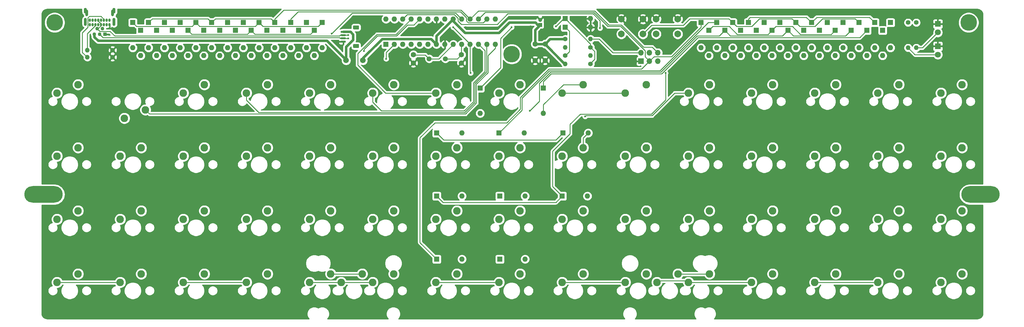
<source format=gbr>
G04 #@! TF.GenerationSoftware,KiCad,Pcbnew,(5.1.10-1-10_14)*
G04 #@! TF.CreationDate,2021-09-01T20:14:40+02:00*
G04 #@! TF.ProjectId,rosaline-ortho,726f7361-6c69-46e6-952d-6f7274686f2e,1.1*
G04 #@! TF.SameCoordinates,Original*
G04 #@! TF.FileFunction,Copper,L2,Bot*
G04 #@! TF.FilePolarity,Positive*
%FSLAX46Y46*%
G04 Gerber Fmt 4.6, Leading zero omitted, Abs format (unit mm)*
G04 Created by KiCad (PCBNEW (5.1.10-1-10_14)) date 2021-09-01 20:14:40*
%MOMM*%
%LPD*%
G01*
G04 APERTURE LIST*
G04 #@! TA.AperFunction,ComponentPad*
%ADD10C,2.286000*%
G04 #@! TD*
G04 #@! TA.AperFunction,ComponentPad*
%ADD11O,1.600000X1.600000*%
G04 #@! TD*
G04 #@! TA.AperFunction,ComponentPad*
%ADD12R,1.600000X1.600000*%
G04 #@! TD*
G04 #@! TA.AperFunction,ComponentPad*
%ADD13O,0.700000X1.000000*%
G04 #@! TD*
G04 #@! TA.AperFunction,ComponentPad*
%ADD14O,0.900000X2.400000*%
G04 #@! TD*
G04 #@! TA.AperFunction,ComponentPad*
%ADD15O,0.900000X1.700000*%
G04 #@! TD*
G04 #@! TA.AperFunction,ComponentPad*
%ADD16C,1.100000*%
G04 #@! TD*
G04 #@! TA.AperFunction,ComponentPad*
%ADD17R,1.100000X1.100000*%
G04 #@! TD*
G04 #@! TA.AperFunction,ComponentPad*
%ADD18O,0.850000X2.000000*%
G04 #@! TD*
G04 #@! TA.AperFunction,WasherPad*
%ADD19O,11.600000X5.000000*%
G04 #@! TD*
G04 #@! TA.AperFunction,WasherPad*
%ADD20C,5.000000*%
G04 #@! TD*
G04 #@! TA.AperFunction,ComponentPad*
%ADD21O,1.400000X1.400000*%
G04 #@! TD*
G04 #@! TA.AperFunction,ComponentPad*
%ADD22C,1.400000*%
G04 #@! TD*
G04 #@! TA.AperFunction,ComponentPad*
%ADD23C,1.710000*%
G04 #@! TD*
G04 #@! TA.AperFunction,ComponentPad*
%ADD24R,1.200000X1.200000*%
G04 #@! TD*
G04 #@! TA.AperFunction,ComponentPad*
%ADD25C,1.200000*%
G04 #@! TD*
G04 #@! TA.AperFunction,ComponentPad*
%ADD26C,1.600000*%
G04 #@! TD*
G04 #@! TA.AperFunction,ComponentPad*
%ADD27R,1.700000X1.700000*%
G04 #@! TD*
G04 #@! TA.AperFunction,ComponentPad*
%ADD28O,1.700000X1.700000*%
G04 #@! TD*
G04 #@! TA.AperFunction,ComponentPad*
%ADD29R,1.800000X1.800000*%
G04 #@! TD*
G04 #@! TA.AperFunction,ComponentPad*
%ADD30C,1.800000*%
G04 #@! TD*
G04 #@! TA.AperFunction,ComponentPad*
%ADD31C,2.000000*%
G04 #@! TD*
G04 #@! TA.AperFunction,ComponentPad*
%ADD32C,1.500000*%
G04 #@! TD*
G04 #@! TA.AperFunction,ViaPad*
%ADD33C,0.600000*%
G04 #@! TD*
G04 #@! TA.AperFunction,Conductor*
%ADD34C,0.800000*%
G04 #@! TD*
G04 #@! TA.AperFunction,Conductor*
%ADD35C,0.250000*%
G04 #@! TD*
G04 #@! TA.AperFunction,Conductor*
%ADD36C,0.254000*%
G04 #@! TD*
G04 #@! TA.AperFunction,Conductor*
%ADD37C,0.100000*%
G04 #@! TD*
G04 APERTURE END LIST*
D10*
X107315000Y-135413750D03*
X100965000Y-137953750D03*
X202565000Y-135413750D03*
X196215000Y-137953750D03*
X129540000Y-118903750D03*
X135890000Y-116363750D03*
X129540000Y-80803750D03*
X135890000Y-78263750D03*
X148590000Y-137953750D03*
X154940000Y-135413750D03*
X53340000Y-99853750D03*
X59690000Y-97313750D03*
X224790000Y-118903750D03*
X231140000Y-116363750D03*
X224790000Y-99853750D03*
X231140000Y-97313750D03*
D11*
X235743750Y-69532500D03*
D12*
X235743750Y-61912500D03*
D13*
X25136968Y-60145127D03*
X25986968Y-60145127D03*
X26836968Y-60145127D03*
X27686968Y-60145127D03*
X28536968Y-60145127D03*
X29386968Y-60145127D03*
X30236968Y-60145127D03*
X31086968Y-60145127D03*
X25986968Y-58795127D03*
X27686968Y-58795127D03*
X26836968Y-58795127D03*
X25136968Y-58795127D03*
X29386968Y-58795127D03*
X30236968Y-58795127D03*
X31086968Y-58795127D03*
X28536968Y-58795127D03*
D14*
X23786968Y-59315127D03*
X32436968Y-59315127D03*
D15*
X23786968Y-55935127D03*
X32436968Y-55935127D03*
D16*
X27308968Y-61339127D03*
X26508968Y-63089127D03*
X28108968Y-63089127D03*
X28908968Y-61339127D03*
D17*
X29708968Y-63089127D03*
D18*
X24208968Y-56639127D03*
X32008968Y-56639127D03*
D11*
X211931250Y-69532500D03*
D12*
X211931250Y-61912500D03*
D11*
X247650000Y-67151250D03*
D12*
X247650000Y-59531250D03*
D19*
X293846250Y-111442500D03*
X11191875Y-111442500D03*
D20*
X290274375Y-59531250D03*
X152400000Y-69056250D03*
X14525625Y-59531250D03*
D12*
X226218750Y-61912500D03*
D11*
X226218750Y-69532500D03*
X64293750Y-69532500D03*
D12*
X64293750Y-61912500D03*
D10*
X53340000Y-80803750D03*
X59690000Y-78263750D03*
X281940000Y-80803750D03*
X288290000Y-78263750D03*
X262890000Y-118903750D03*
X269240000Y-116363750D03*
X262890000Y-99853750D03*
X269240000Y-97313750D03*
X262890000Y-80803750D03*
X269240000Y-78263750D03*
X243840000Y-137953750D03*
X250190000Y-135413750D03*
X243840000Y-118903750D03*
X250190000Y-116363750D03*
X243840000Y-99853750D03*
X250190000Y-97313750D03*
X243840000Y-80803750D03*
X250190000Y-78263750D03*
X224790000Y-80803750D03*
X231140000Y-78263750D03*
X205740000Y-137953750D03*
X212090000Y-135413750D03*
X205740000Y-118903750D03*
X212090000Y-116363750D03*
X205740000Y-99853750D03*
X212090000Y-97313750D03*
X205740000Y-80803750D03*
X212090000Y-78263750D03*
X186690000Y-80803750D03*
X193040000Y-78263750D03*
X167640000Y-137953750D03*
X173990000Y-135413750D03*
X167640000Y-118903750D03*
X173990000Y-116363750D03*
X167640000Y-99853750D03*
X173990000Y-97313750D03*
X167640000Y-80803750D03*
X173990000Y-78263750D03*
X148590000Y-99853750D03*
X154940000Y-97313750D03*
X148590000Y-80803750D03*
X154940000Y-78263750D03*
X129540000Y-137953750D03*
X135890000Y-135413750D03*
X129540000Y-99853750D03*
X135890000Y-97313750D03*
X110490000Y-80803750D03*
X116840000Y-78263750D03*
X91440000Y-137953750D03*
X97790000Y-135413750D03*
X91440000Y-118903750D03*
X97790000Y-116363750D03*
X91440000Y-99853750D03*
X97790000Y-97313750D03*
X91440000Y-80803750D03*
X97790000Y-78263750D03*
X72390000Y-80803750D03*
X78740000Y-78263750D03*
X53340000Y-137953750D03*
X59690000Y-135413750D03*
X53340000Y-118903750D03*
X59690000Y-116363750D03*
X34290000Y-99853750D03*
X40640000Y-97313750D03*
X15240000Y-99853750D03*
X21590000Y-97313750D03*
D21*
X176212500Y-64500000D03*
D22*
X168592500Y-64500000D03*
D21*
X168592500Y-67000000D03*
D22*
X176212500Y-67000000D03*
D23*
X107540000Y-70961250D03*
X102460000Y-70961250D03*
D12*
X69056250Y-61912500D03*
D11*
X69056250Y-69532500D03*
D12*
X45243750Y-61912500D03*
D11*
X45243750Y-69532500D03*
D12*
X228600000Y-59531250D03*
D11*
X228600000Y-67151250D03*
X95250000Y-67151250D03*
D12*
X95250000Y-59531250D03*
D24*
X161000000Y-60245625D03*
D25*
X161000000Y-58745625D03*
D26*
X159500000Y-66000000D03*
X159500000Y-71000000D03*
X162500000Y-71000000D03*
X162500000Y-66000000D03*
X137250000Y-71750000D03*
X137250000Y-69250000D03*
X122750000Y-69250000D03*
X122750000Y-71750000D03*
D27*
X191452500Y-71199375D03*
D28*
X191452500Y-68659375D03*
X193992500Y-71199375D03*
X193992500Y-68659375D03*
X196532500Y-71199375D03*
X196532500Y-68659375D03*
D29*
X280987500Y-66675000D03*
D30*
X280987500Y-69215000D03*
D31*
X202500000Y-58500000D03*
X202500000Y-63000000D03*
X196000000Y-58500000D03*
X196000000Y-63000000D03*
X185500000Y-63000000D03*
X185500000Y-58500000D03*
X192000000Y-63000000D03*
X192000000Y-58500000D03*
D32*
X127517500Y-70485000D03*
X132397500Y-70485000D03*
D12*
X114480000Y-66120000D03*
D11*
X147500000Y-58500000D03*
X117020000Y-66120000D03*
X144960000Y-58500000D03*
X119560000Y-66120000D03*
X142420000Y-58500000D03*
X122100000Y-66120000D03*
X139880000Y-58500000D03*
X124640000Y-66120000D03*
X137340000Y-58500000D03*
X127180000Y-66120000D03*
X134800000Y-58500000D03*
X129720000Y-66120000D03*
X132260000Y-58500000D03*
X132260000Y-66120000D03*
X129720000Y-58500000D03*
X134800000Y-66120000D03*
X127180000Y-58500000D03*
X137340000Y-66120000D03*
X124640000Y-58500000D03*
X139880000Y-66120000D03*
X122100000Y-58500000D03*
X142420000Y-66120000D03*
X119560000Y-58500000D03*
X144960000Y-66120000D03*
X117020000Y-58500000D03*
X147500000Y-66120000D03*
X114480000Y-58500000D03*
D12*
X168592500Y-60960000D03*
D11*
X176212500Y-60960000D03*
X176212500Y-58340625D03*
D12*
X168592500Y-58340625D03*
X38100000Y-59531250D03*
D11*
X38100000Y-67151250D03*
D12*
X57150000Y-59531250D03*
D11*
X57150000Y-67151250D03*
X76200000Y-67151250D03*
D12*
X76200000Y-59531250D03*
X161925000Y-79295625D03*
D11*
X161925000Y-86915625D03*
D12*
X221456250Y-61912500D03*
D11*
X221456250Y-69532500D03*
X252412500Y-67151250D03*
D12*
X252412500Y-59531250D03*
X40481250Y-61912500D03*
D11*
X40481250Y-69532500D03*
D12*
X59531250Y-61912500D03*
D11*
X59531250Y-69532500D03*
X78581250Y-69532500D03*
D12*
X78581250Y-61912500D03*
D11*
X137398125Y-92868750D03*
D12*
X129778125Y-92868750D03*
X167878125Y-92868750D03*
D11*
X175498125Y-92868750D03*
X223837500Y-67151250D03*
D12*
X223837500Y-59531250D03*
X240506250Y-61912500D03*
D11*
X240506250Y-69532500D03*
D12*
X254793750Y-61912500D03*
D11*
X254793750Y-69532500D03*
X42862500Y-67151250D03*
D12*
X42862500Y-59531250D03*
D11*
X61912500Y-67151250D03*
D12*
X61912500Y-59531250D03*
D11*
X80962500Y-67151250D03*
D12*
X80962500Y-59531250D03*
X129778125Y-111918750D03*
D11*
X137398125Y-111918750D03*
D12*
X167640000Y-111918750D03*
D11*
X175260000Y-111918750D03*
D12*
X242887500Y-59531250D03*
D11*
X242887500Y-67151250D03*
D12*
X259556250Y-61912500D03*
D11*
X259556250Y-69532500D03*
X83343750Y-69532500D03*
D12*
X83343750Y-61912500D03*
X129778125Y-130968750D03*
D11*
X137398125Y-130968750D03*
D12*
X209550000Y-59531250D03*
D11*
X209550000Y-67151250D03*
D12*
X245268750Y-61912500D03*
D11*
X245268750Y-69532500D03*
D12*
X261937500Y-59531250D03*
D11*
X261937500Y-67151250D03*
X47625000Y-67151250D03*
D12*
X47625000Y-59531250D03*
D11*
X66675000Y-67151250D03*
D12*
X66675000Y-59531250D03*
D11*
X85725000Y-67151250D03*
D12*
X85725000Y-59531250D03*
D11*
X142875000Y-86915625D03*
D12*
X142875000Y-79295625D03*
D11*
X230981250Y-69532500D03*
D12*
X230981250Y-61912500D03*
D11*
X264318750Y-69532500D03*
D12*
X264318750Y-61912500D03*
X50006250Y-61912500D03*
D11*
X50006250Y-69532500D03*
D12*
X88106250Y-61912500D03*
D11*
X88106250Y-69532500D03*
D12*
X148590000Y-92868750D03*
D11*
X156210000Y-92868750D03*
D12*
X233362500Y-59531250D03*
D11*
X233362500Y-67151250D03*
D12*
X250031250Y-61912500D03*
D11*
X250031250Y-69532500D03*
D12*
X266700000Y-59531250D03*
D11*
X266700000Y-67151250D03*
D29*
X280987500Y-59960000D03*
D30*
X280987500Y-62500000D03*
D12*
X214312500Y-59531250D03*
D11*
X214312500Y-67151250D03*
D21*
X168592500Y-72000000D03*
D22*
X176212500Y-72000000D03*
X168592500Y-69532500D03*
D21*
X176212500Y-69532500D03*
X274500000Y-67151250D03*
D22*
X274500000Y-59531250D03*
X272000000Y-59531250D03*
D21*
X272000000Y-67151250D03*
G04 #@! TA.AperFunction,SMDPad,CuDef*
G36*
G01*
X100959375Y-62017500D02*
X102209375Y-62017500D01*
G75*
G02*
X102359375Y-62167500I0J-150000D01*
G01*
X102359375Y-62467500D01*
G75*
G02*
X102209375Y-62617500I-150000J0D01*
G01*
X100959375Y-62617500D01*
G75*
G02*
X100809375Y-62467500I0J150000D01*
G01*
X100809375Y-62167500D01*
G75*
G02*
X100959375Y-62017500I150000J0D01*
G01*
G37*
G04 #@! TD.AperFunction*
G04 #@! TA.AperFunction,SMDPad,CuDef*
G36*
G01*
X100959375Y-63017500D02*
X102209375Y-63017500D01*
G75*
G02*
X102359375Y-63167500I0J-150000D01*
G01*
X102359375Y-63467500D01*
G75*
G02*
X102209375Y-63617500I-150000J0D01*
G01*
X100959375Y-63617500D01*
G75*
G02*
X100809375Y-63467500I0J150000D01*
G01*
X100809375Y-63167500D01*
G75*
G02*
X100959375Y-63017500I150000J0D01*
G01*
G37*
G04 #@! TD.AperFunction*
G04 #@! TA.AperFunction,SMDPad,CuDef*
G36*
G01*
X100959375Y-64017500D02*
X102209375Y-64017500D01*
G75*
G02*
X102359375Y-64167500I0J-150000D01*
G01*
X102359375Y-64467500D01*
G75*
G02*
X102209375Y-64617500I-150000J0D01*
G01*
X100959375Y-64617500D01*
G75*
G02*
X100809375Y-64467500I0J150000D01*
G01*
X100809375Y-64167500D01*
G75*
G02*
X100959375Y-64017500I150000J0D01*
G01*
G37*
G04 #@! TD.AperFunction*
G04 #@! TA.AperFunction,SMDPad,CuDef*
G36*
G01*
X100959375Y-65017500D02*
X102209375Y-65017500D01*
G75*
G02*
X102359375Y-65167500I0J-150000D01*
G01*
X102359375Y-65467500D01*
G75*
G02*
X102209375Y-65617500I-150000J0D01*
G01*
X100959375Y-65617500D01*
G75*
G02*
X100809375Y-65467500I0J150000D01*
G01*
X100809375Y-65167500D01*
G75*
G02*
X100959375Y-65017500I150000J0D01*
G01*
G37*
G04 #@! TD.AperFunction*
G04 #@! TA.AperFunction,SMDPad,CuDef*
G36*
G01*
X104809374Y-60417500D02*
X106109376Y-60417500D01*
G75*
G02*
X106359375Y-60667499I0J-249999D01*
G01*
X106359375Y-61367501D01*
G75*
G02*
X106109376Y-61617500I-249999J0D01*
G01*
X104809374Y-61617500D01*
G75*
G02*
X104559375Y-61367501I0J249999D01*
G01*
X104559375Y-60667499D01*
G75*
G02*
X104809374Y-60417500I249999J0D01*
G01*
G37*
G04 #@! TD.AperFunction*
G04 #@! TA.AperFunction,SMDPad,CuDef*
G36*
G01*
X104809374Y-66017500D02*
X106109376Y-66017500D01*
G75*
G02*
X106359375Y-66267499I0J-249999D01*
G01*
X106359375Y-66967501D01*
G75*
G02*
X106109376Y-67217500I-249999J0D01*
G01*
X104809374Y-67217500D01*
G75*
G02*
X104559375Y-66967501I0J249999D01*
G01*
X104559375Y-66267499D01*
G75*
G02*
X104809374Y-66017500I249999J0D01*
G01*
G37*
G04 #@! TD.AperFunction*
X24389432Y-67865625D03*
D22*
X32009432Y-67865625D03*
X32009432Y-70008750D03*
D21*
X24389432Y-70008750D03*
D10*
X15240000Y-80803750D03*
X21590000Y-78263750D03*
X21590000Y-116363750D03*
X15240000Y-118903750D03*
X15240000Y-137953750D03*
X21590000Y-135413750D03*
X35560000Y-88423750D03*
X41910000Y-85883750D03*
X34290000Y-118903750D03*
X40640000Y-116363750D03*
X34290000Y-137953750D03*
X40640000Y-135413750D03*
X72390000Y-99853750D03*
X78740000Y-97313750D03*
X78740000Y-116363750D03*
X72390000Y-118903750D03*
X78740000Y-135413750D03*
X72390000Y-137953750D03*
X116840000Y-97313750D03*
X110490000Y-99853750D03*
X116840000Y-116363750D03*
X110490000Y-118903750D03*
X110490000Y-137953750D03*
X116840000Y-135413750D03*
X148590000Y-118903750D03*
X154940000Y-116363750D03*
X154940000Y-135413750D03*
X148590000Y-137953750D03*
X193040000Y-97313750D03*
X186690000Y-99853750D03*
X193040000Y-116363750D03*
X186690000Y-118903750D03*
X186690000Y-137953750D03*
X193040000Y-135413750D03*
X231140000Y-135413750D03*
X224790000Y-137953750D03*
X262890000Y-137953750D03*
X269240000Y-135413750D03*
X281940000Y-99853750D03*
X288290000Y-97313750D03*
X288290000Y-116363750D03*
X281940000Y-118903750D03*
X281940000Y-137953750D03*
X288290000Y-135413750D03*
D11*
X52387500Y-67151250D03*
D12*
X52387500Y-59531250D03*
X54768750Y-61912500D03*
D11*
X54768750Y-69532500D03*
D12*
X71437500Y-59531250D03*
D11*
X71437500Y-67151250D03*
X73818750Y-69532500D03*
D12*
X73818750Y-61912500D03*
D11*
X90487500Y-67151250D03*
D12*
X90487500Y-59531250D03*
X92868750Y-61912500D03*
D11*
X92868750Y-69532500D03*
D12*
X148828125Y-111918750D03*
D11*
X156448125Y-111918750D03*
X156448125Y-130968750D03*
D12*
X148828125Y-130968750D03*
D11*
X216693750Y-69532500D03*
D12*
X216693750Y-61912500D03*
X219075000Y-59531250D03*
D11*
X219075000Y-67151250D03*
X238125000Y-67151250D03*
D12*
X238125000Y-59531250D03*
X257175000Y-59531250D03*
D11*
X257175000Y-67151250D03*
D33*
X178593750Y-66675000D03*
X181451250Y-71913750D03*
X156686250Y-71913750D03*
X99298125Y-65246250D03*
X95726250Y-91678125D03*
X232410000Y-98583750D03*
X156924375Y-65484375D03*
X35480625Y-62150625D03*
X120729375Y-62865000D03*
X106203750Y-62865000D03*
X104775000Y-58102500D03*
X81200625Y-55959375D03*
X109061250Y-62865000D03*
X110251875Y-58102500D03*
X99536250Y-71199375D03*
X102155625Y-74771250D03*
X104060625Y-76914375D03*
X158115000Y-60721875D03*
X192166875Y-65008125D03*
X200739375Y-67389375D03*
X205025625Y-70246875D03*
X166925625Y-62388750D03*
X126682500Y-77866875D03*
X138588750Y-60960000D03*
X142875000Y-68818125D03*
X98107500Y-62865000D03*
X198834375Y-74771250D03*
X152400000Y-60960000D03*
X174545619Y-87868125D03*
X114538125Y-70485000D03*
X107870625Y-68103750D03*
X179070000Y-61198125D03*
X157876875Y-86201250D03*
X103108125Y-64293750D03*
X103108097Y-63341250D03*
X165734990Y-60721875D03*
X134778750Y-60960000D03*
X140017492Y-74771250D03*
D34*
X159500000Y-66000000D02*
X162500000Y-66000000D01*
X162500000Y-66120000D02*
X162500000Y-66000000D01*
X168380000Y-72000000D02*
X162500000Y-66120000D01*
X129720000Y-63580000D02*
X134800000Y-58500000D01*
X129720000Y-66120000D02*
X129720000Y-63580000D01*
X159500000Y-61745625D02*
X161000000Y-60245625D01*
X159500000Y-66000000D02*
X159500000Y-61745625D01*
X128100000Y-64500000D02*
X129720000Y-66120000D01*
X113330848Y-64500000D02*
X128100000Y-64500000D01*
X107540000Y-70290848D02*
X113330848Y-64500000D01*
X107540000Y-70961250D02*
X107540000Y-70290848D01*
X164000000Y-64500000D02*
X162500000Y-66000000D01*
X168500000Y-64500000D02*
X164000000Y-64500000D01*
X160258125Y-60245625D02*
X161000000Y-60245625D01*
X148590000Y-62626875D02*
X151685625Y-59531250D01*
X138350625Y-62626875D02*
X148590000Y-62626875D01*
X151685625Y-59531250D02*
X159543750Y-59531250D01*
X159543750Y-59531250D02*
X160258125Y-60245625D01*
X134800000Y-59076250D02*
X138350625Y-62626875D01*
X134800000Y-58500000D02*
X134800000Y-59076250D01*
D35*
X99369375Y-65317500D02*
X99298125Y-65246250D01*
X101584375Y-65317500D02*
X99369375Y-65317500D01*
X56024999Y-60656251D02*
X57150000Y-59531250D01*
X39225001Y-60656251D02*
X56024999Y-60656251D01*
X38100000Y-59531250D02*
X39225001Y-60656251D01*
X75074999Y-60656251D02*
X76200000Y-59531250D01*
X58275001Y-60656251D02*
X75074999Y-60656251D01*
X57150000Y-59531250D02*
X58275001Y-60656251D01*
X94059375Y-60721875D02*
X95250000Y-59531250D01*
X77390625Y-60721875D02*
X94059375Y-60721875D01*
X76200000Y-59531250D02*
X77390625Y-60721875D01*
X164306250Y-75009375D02*
X197643750Y-75009375D01*
X197643750Y-75009375D02*
X208597500Y-64055625D01*
X161925000Y-77390625D02*
X164306250Y-75009375D01*
X208597500Y-64055625D02*
X257413125Y-64055625D01*
X257413125Y-64055625D02*
X259556250Y-61912500D01*
X161925000Y-79295625D02*
X161925000Y-77390625D01*
X241312489Y-57956239D02*
X242887500Y-59531250D01*
X224362511Y-57956239D02*
X241312489Y-57956239D01*
X223837500Y-58481250D02*
X224362511Y-57956239D01*
X223837500Y-59531250D02*
X223837500Y-58481250D01*
X260362489Y-57956239D02*
X261937500Y-59531250D01*
X244462511Y-57956239D02*
X260362489Y-57956239D01*
X242887500Y-59531250D02*
X244462511Y-57956239D01*
X165735000Y-95011875D02*
X167878125Y-92868750D01*
X131921250Y-95011875D02*
X165735000Y-95011875D01*
X129778125Y-92868750D02*
X131921250Y-95011875D01*
X137340000Y-58500000D02*
X135539989Y-56699989D01*
X104272511Y-56699989D02*
X98107500Y-62865000D01*
X135539989Y-56699989D02*
X104272511Y-56699989D01*
X60787499Y-58406249D02*
X61912500Y-59531250D01*
X43987501Y-58406249D02*
X60787499Y-58406249D01*
X42862500Y-59531250D02*
X43987501Y-58406249D01*
X79837499Y-58406249D02*
X80962500Y-59531250D01*
X63037501Y-58406249D02*
X79837499Y-58406249D01*
X61912500Y-59531250D02*
X63037501Y-58406249D01*
X165735000Y-113823750D02*
X167640000Y-111918750D01*
X131683125Y-113823750D02*
X165735000Y-113823750D01*
X129778125Y-111918750D02*
X131683125Y-113823750D01*
X83643783Y-55799967D02*
X137179967Y-55799967D01*
X137179967Y-55799967D02*
X139880000Y-58500000D01*
X80962500Y-59531250D02*
X80962500Y-58481250D01*
X80962500Y-58481250D02*
X83643783Y-55799967D01*
X142368146Y-56011854D02*
X139880000Y-58500000D01*
X177455604Y-56011854D02*
X142368146Y-56011854D01*
X194786250Y-66913125D02*
X192166875Y-66913125D01*
X181689375Y-60245625D02*
X177455604Y-56011854D01*
X192166875Y-66913125D02*
X185499375Y-60245625D01*
X185499375Y-60245625D02*
X181689375Y-60245625D01*
X196532500Y-68659375D02*
X194786250Y-66913125D01*
X164782500Y-109061250D02*
X167640000Y-111918750D01*
X164782500Y-98345625D02*
X164782500Y-109061250D01*
X170021250Y-93106875D02*
X164782500Y-98345625D01*
X170021250Y-90249375D02*
X170021250Y-93106875D01*
X173116875Y-87153750D02*
X170021250Y-90249375D01*
X194548125Y-87153750D02*
X173116875Y-87153750D01*
X198834375Y-82867500D02*
X194548125Y-87153750D01*
X198834375Y-74771250D02*
X198834375Y-82867500D01*
X195357499Y-69834376D02*
X193992500Y-71199375D01*
X200675624Y-69834376D02*
X195357499Y-69834376D01*
X209550000Y-60960000D02*
X200675624Y-69834376D01*
X209550000Y-59531250D02*
X209550000Y-60960000D01*
X129301875Y-89773125D02*
X124735623Y-94339377D01*
X163669839Y-73580625D02*
X155045614Y-82204850D01*
X193992500Y-71199375D02*
X191611250Y-73580625D01*
X124735623Y-94339377D02*
X124735623Y-125926248D01*
X155045614Y-82204850D02*
X155045614Y-85698761D01*
X191611250Y-73580625D02*
X163669839Y-73580625D01*
X124735623Y-125926248D02*
X129778125Y-130968750D01*
X155045614Y-85698761D02*
X150971250Y-89773125D01*
X150971250Y-89773125D02*
X129301875Y-89773125D01*
X177191239Y-56461864D02*
X181451250Y-60721875D01*
X192643125Y-69850000D02*
X193992500Y-71199375D01*
X185339215Y-60721875D02*
X192643125Y-68025785D01*
X192643125Y-68025785D02*
X192643125Y-69850000D01*
X142420000Y-58500000D02*
X144458136Y-56461864D01*
X144458136Y-56461864D02*
X177191239Y-56461864D01*
X181451250Y-60721875D02*
X185339215Y-60721875D01*
X138754999Y-58030624D02*
X138754999Y-59040001D01*
X139339999Y-59625001D02*
X143834999Y-59625001D01*
X85725000Y-59531250D02*
X85725000Y-58481250D01*
X85725000Y-58481250D02*
X87956272Y-56249978D01*
X138754999Y-59040001D02*
X139339999Y-59625001D01*
X143834999Y-59625001D02*
X144960000Y-58500000D01*
X87956272Y-56249978D02*
X136974353Y-56249978D01*
X136974353Y-56249978D02*
X138754999Y-58030624D01*
X229790625Y-63103125D02*
X230981250Y-61912500D01*
X220461873Y-63103125D02*
X229790625Y-63103125D01*
X218080623Y-60721875D02*
X220461873Y-63103125D01*
X213121875Y-60721875D02*
X218080623Y-60721875D01*
X211931250Y-61912500D02*
X213121875Y-60721875D01*
X248840625Y-63103125D02*
X250031250Y-61912500D01*
X239511873Y-63103125D02*
X248840625Y-63103125D01*
X237130623Y-60721875D02*
X239511873Y-63103125D01*
X232171875Y-60721875D02*
X237130623Y-60721875D01*
X230981250Y-61912500D02*
X232171875Y-60721875D01*
X149066250Y-64293750D02*
X152400000Y-60960000D01*
X149066250Y-73104375D02*
X149066250Y-64293750D01*
X142875000Y-79295625D02*
X149066250Y-73104375D01*
X211693125Y-59531250D02*
X214312500Y-59531250D01*
X197167500Y-74056875D02*
X211693125Y-59531250D01*
X155495625Y-82391250D02*
X163830000Y-74056875D01*
X148590000Y-92868750D02*
X155495625Y-85963125D01*
X155495625Y-85963125D02*
X155495625Y-82391250D01*
X163830000Y-74056875D02*
X197167500Y-74056875D01*
X176212500Y-64500000D02*
X178800000Y-64500000D01*
X182959375Y-68659375D02*
X191452500Y-68659375D01*
X178800000Y-64500000D02*
X182959375Y-68659375D01*
X274063750Y-69215000D02*
X280987500Y-69215000D01*
X272000000Y-67151250D02*
X274063750Y-69215000D01*
X129540000Y-137953750D02*
X148590000Y-137953750D01*
X117496875Y-63103125D02*
X122100000Y-58500000D01*
X105965625Y-68896089D02*
X111758589Y-63103125D01*
X105965625Y-72390000D02*
X105965625Y-68896089D01*
X111758589Y-63103125D02*
X117496875Y-63103125D01*
X114379375Y-80803750D02*
X105965625Y-72390000D01*
X129540000Y-80803750D02*
X114379375Y-80803750D01*
X15240000Y-137953750D02*
X34290000Y-137953750D01*
X147500000Y-67251370D02*
X147500000Y-66120000D01*
X145256250Y-69495120D02*
X147500000Y-67251370D01*
X141750000Y-78121572D02*
X145256250Y-74615322D01*
X138459061Y-87127511D02*
X141750000Y-83836572D01*
X43153761Y-87127511D02*
X138459061Y-87127511D01*
X41910000Y-85883750D02*
X43153761Y-87127511D01*
X145256250Y-74615322D02*
X145256250Y-69495120D01*
X141750000Y-83836572D02*
X141750000Y-78121572D01*
X53340000Y-137953750D02*
X72390000Y-137953750D01*
X144806239Y-74428922D02*
X144806239Y-66273761D01*
X141299989Y-83650172D02*
X141299989Y-77935171D01*
X138272661Y-86677500D02*
X141299989Y-83650172D01*
X144806239Y-66273761D02*
X144960000Y-66120000D01*
X72390000Y-80803750D02*
X72390000Y-82965724D01*
X76101776Y-86677500D02*
X138272661Y-86677500D01*
X141299989Y-77935171D02*
X144806239Y-74428922D01*
X72390000Y-82965724D02*
X76101776Y-86677500D01*
X91440000Y-137953750D02*
X100965000Y-137953750D01*
X100965000Y-137953750D02*
X110490000Y-137953750D01*
X144303750Y-68003750D02*
X142420000Y-66120000D01*
X140849978Y-77748772D02*
X144303750Y-74295000D01*
X113109375Y-86201250D02*
X138112500Y-86201250D01*
X144303750Y-74295000D02*
X144303750Y-68003750D01*
X138112500Y-86201250D02*
X140849978Y-83463772D01*
X110490000Y-83581875D02*
X113109375Y-86201250D01*
X140849978Y-83463772D02*
X140849978Y-77748772D01*
X110490000Y-80803750D02*
X110490000Y-83581875D01*
X167640000Y-137953750D02*
X186690000Y-137953750D01*
X167640000Y-80803750D02*
X186690000Y-80803750D01*
X205271240Y-137484990D02*
X205740000Y-137953750D01*
X196683760Y-137484990D02*
X205271240Y-137484990D01*
X196215000Y-137953750D02*
X196683760Y-137484990D01*
X205740000Y-137953750D02*
X224790000Y-137953750D01*
X174783744Y-87630000D02*
X174545619Y-87868125D01*
X194786250Y-87630000D02*
X174783744Y-87630000D01*
X201612500Y-80803750D02*
X194786250Y-87630000D01*
X205740000Y-80803750D02*
X201612500Y-80803750D01*
X243840000Y-137953750D02*
X262890000Y-137953750D01*
X114538125Y-68601875D02*
X117020000Y-66120000D01*
X114538125Y-70485000D02*
X114538125Y-68601875D01*
X122894375Y-60245625D02*
X124640000Y-58500000D01*
X117659990Y-63553135D02*
X117683276Y-63553134D01*
X117633750Y-63579375D02*
X117659990Y-63553135D01*
X120990785Y-60245625D02*
X122894375Y-60245625D01*
X111918750Y-63579375D02*
X117633750Y-63579375D01*
X117683276Y-63553134D02*
X120990785Y-60245625D01*
X107870625Y-67627500D02*
X111918750Y-63579375D01*
X107870625Y-68103750D02*
X107870625Y-67627500D01*
D34*
X103751250Y-62317500D02*
X101584375Y-62317500D01*
X104536875Y-63103125D02*
X103751250Y-62317500D01*
X104536875Y-64770000D02*
X104536875Y-63103125D01*
X102460000Y-70789375D02*
X102460000Y-66846875D01*
X96678750Y-65008125D02*
X102460000Y-70789375D01*
X102460000Y-66846875D02*
X104536875Y-64770000D01*
X27650149Y-65008125D02*
X96678750Y-65008125D01*
X26508968Y-63866944D02*
X27650149Y-65008125D01*
X26508968Y-63089127D02*
X26508968Y-63866944D01*
D35*
X276336250Y-67151250D02*
X280987500Y-62500000D01*
X274500000Y-67151250D02*
X276336250Y-67151250D01*
X22860000Y-68580000D02*
X24389432Y-70008750D01*
X22860000Y-62626875D02*
X22860000Y-68580000D01*
X24526875Y-60960000D02*
X22860000Y-62626875D01*
X24526875Y-58102500D02*
X24526875Y-60960000D01*
X25003125Y-57626250D02*
X24526875Y-58102500D01*
X29386968Y-58945127D02*
X29386968Y-58540519D01*
X29386968Y-58540519D02*
X28472699Y-57626250D01*
X28472699Y-57626250D02*
X25003125Y-57626250D01*
X24389432Y-62847271D02*
X24389432Y-67865625D01*
X26836968Y-60399735D02*
X24389432Y-62847271D01*
X50165000Y-69691250D02*
X50006250Y-69532500D01*
X97790000Y-135413750D02*
X107315000Y-135413750D01*
X168007358Y-78263750D02*
X173990000Y-78263750D01*
X161925000Y-84346108D02*
X168007358Y-78263750D01*
X161925000Y-86915625D02*
X161925000Y-84346108D01*
X173990000Y-94376875D02*
X175498125Y-92868750D01*
X173990000Y-97313750D02*
X173990000Y-94376875D01*
X245427500Y-69691250D02*
X245268750Y-69532500D01*
X177004839Y-56911875D02*
X179070000Y-58977036D01*
X136214999Y-59040001D02*
X137250009Y-60075011D01*
X148046239Y-60075011D02*
X151209375Y-56911875D01*
X135115002Y-57150000D02*
X136214999Y-58249997D01*
X120910000Y-57150000D02*
X135115002Y-57150000D01*
X136214999Y-58249997D02*
X136214999Y-59040001D01*
X119560000Y-58500000D02*
X120910000Y-57150000D01*
X179070000Y-58977036D02*
X179070000Y-61198125D01*
X151209375Y-56911875D02*
X177004839Y-56911875D01*
X137250009Y-60075011D02*
X148046239Y-60075011D01*
X208359375Y-63579375D02*
X215026875Y-63579375D01*
X157876875Y-86201250D02*
X160799999Y-83278126D01*
X197431865Y-74506885D02*
X208359375Y-63579375D01*
X164172330Y-74506885D02*
X197431865Y-74506885D01*
X160799999Y-77879216D02*
X164172330Y-74506885D01*
X215026875Y-63579375D02*
X216693750Y-61912500D01*
X160799999Y-83278126D02*
X160799999Y-77879216D01*
X234076875Y-63579375D02*
X235743750Y-61912500D01*
X218360625Y-63579375D02*
X234076875Y-63579375D01*
X216693750Y-61912500D02*
X218360625Y-63579375D01*
X253126875Y-63579375D02*
X254793750Y-61912500D01*
X237410625Y-63579375D02*
X253126875Y-63579375D01*
X235743750Y-61912500D02*
X237410625Y-63579375D01*
X27700000Y-60450000D02*
X27700000Y-60308159D01*
X29075466Y-64055625D02*
X28108968Y-63089127D01*
X100488750Y-64055625D02*
X29075466Y-64055625D01*
X100726875Y-64293750D02*
X100488750Y-64055625D01*
X103108125Y-64293750D02*
X100726875Y-64293750D01*
X169783125Y-62150625D02*
X169783125Y-68341875D01*
X169783125Y-68341875D02*
X168625000Y-69500000D01*
X168632500Y-61000000D02*
X169783125Y-62150625D01*
X168380000Y-61000000D02*
X168632500Y-61000000D01*
X28536968Y-59903218D02*
X28536968Y-60295127D01*
X27686968Y-59053218D02*
X28536968Y-59903218D01*
X27686968Y-58945127D02*
X27686968Y-59053218D01*
X27660873Y-61339127D02*
X28536968Y-60463032D01*
X27308968Y-61339127D02*
X27660873Y-61339127D01*
X32623125Y-63579375D02*
X100488750Y-63579375D01*
X28158125Y-62210000D02*
X31253750Y-62210000D01*
X31253750Y-62210000D02*
X32623125Y-63579375D01*
X27308968Y-61360843D02*
X28158125Y-62210000D01*
X27308968Y-61339127D02*
X27308968Y-61360843D01*
X100750625Y-63317500D02*
X100488750Y-63579375D01*
X101584375Y-63317500D02*
X100750625Y-63317500D01*
X101608125Y-63341250D02*
X101584375Y-63317500D01*
X103108097Y-63341250D02*
X101608125Y-63341250D01*
X177403125Y-70596875D02*
X176000000Y-72000000D01*
X177403125Y-68190625D02*
X177403125Y-70596875D01*
X176212500Y-67000000D02*
X177403125Y-68190625D01*
X167878115Y-58578750D02*
X165734990Y-60721875D01*
X168781199Y-58578750D02*
X167878115Y-58578750D01*
X176212500Y-66010051D02*
X168781199Y-58578750D01*
X176212500Y-67000000D02*
X176212500Y-66010051D01*
X202565000Y-135413750D02*
X212090000Y-135413750D01*
X250093599Y-69594849D02*
X250031250Y-69532500D01*
X72693749Y-63037501D02*
X73818750Y-61912500D01*
X55893751Y-63037501D02*
X72693749Y-63037501D01*
X54768750Y-61912500D02*
X55893751Y-63037501D01*
X91743749Y-63037501D02*
X92868750Y-61912500D01*
X74943751Y-63037501D02*
X91743749Y-63037501D01*
X73818750Y-61912500D02*
X74943751Y-63037501D01*
X219075000Y-59531250D02*
X220265625Y-60721875D01*
X236999999Y-58406249D02*
X238125000Y-59531250D01*
X227147503Y-58406249D02*
X236999999Y-58406249D01*
X224831877Y-60721875D02*
X227147503Y-58406249D01*
X220265625Y-60721875D02*
X224831877Y-60721875D01*
X238125000Y-59531250D02*
X239315625Y-60721875D01*
X246197503Y-58406249D02*
X256049999Y-58406249D01*
X243881877Y-60721875D02*
X246197503Y-58406249D01*
X256049999Y-58406249D02*
X257175000Y-59531250D01*
X239315625Y-60721875D02*
X243881877Y-60721875D01*
X139880000Y-66061250D02*
X139880000Y-66120000D01*
X134778750Y-60960000D02*
X139880000Y-66061250D01*
X194665001Y-60334999D02*
X192000000Y-63000000D01*
X206150626Y-58406249D02*
X204221876Y-60334999D01*
X204221876Y-60334999D02*
X194665001Y-60334999D01*
X217949999Y-58406249D02*
X206150626Y-58406249D01*
X219075000Y-59531250D02*
X217949999Y-58406249D01*
X139880000Y-74633758D02*
X140017492Y-74771250D01*
X139880000Y-66120000D02*
X139880000Y-74633758D01*
X137250000Y-69250000D02*
X137250000Y-66210000D01*
X136015000Y-70485000D02*
X137250000Y-69250000D01*
X137250000Y-66210000D02*
X137340000Y-66120000D01*
X132397500Y-70485000D02*
X136015000Y-70485000D01*
X130435000Y-70485000D02*
X134800000Y-66120000D01*
X127517500Y-70485000D02*
X130435000Y-70485000D01*
X122794375Y-69294375D02*
X126326875Y-69294375D01*
X126326875Y-69294375D02*
X127517500Y-70485000D01*
X122750000Y-69250000D02*
X122794375Y-69294375D01*
D36*
X22701968Y-55481834D02*
X22701968Y-56388421D01*
X22717668Y-56547824D01*
X22779710Y-56752347D01*
X22880460Y-56940837D01*
X23016047Y-57106049D01*
X23148968Y-57215135D01*
X23148968Y-57266192D01*
X23164306Y-57421922D01*
X23224918Y-57621733D01*
X23230550Y-57632271D01*
X23181258Y-57658618D01*
X23016046Y-57794205D01*
X22880459Y-57959417D01*
X22779709Y-58147908D01*
X22717668Y-58352431D01*
X22701968Y-58511834D01*
X22701968Y-60118421D01*
X22717668Y-60277824D01*
X22779710Y-60482347D01*
X22880460Y-60670837D01*
X23016047Y-60836049D01*
X23181259Y-60971636D01*
X23350159Y-61061915D01*
X22349003Y-62063071D01*
X22319999Y-62086874D01*
X22274526Y-62142284D01*
X22225026Y-62202599D01*
X22189549Y-62268972D01*
X22154454Y-62334629D01*
X22110997Y-62477890D01*
X22100000Y-62589543D01*
X22100000Y-62589553D01*
X22096324Y-62626875D01*
X22100000Y-62664198D01*
X22100001Y-68555616D01*
X22096766Y-68605976D01*
X22104928Y-68667360D01*
X22110998Y-68728986D01*
X22114781Y-68741457D01*
X22116499Y-68754377D01*
X22136482Y-68812996D01*
X22154455Y-68872247D01*
X22160597Y-68883738D01*
X22164803Y-68896076D01*
X22195842Y-68949676D01*
X22225027Y-69004276D01*
X22233294Y-69014350D01*
X22239826Y-69025629D01*
X22280718Y-69072135D01*
X22320000Y-69120001D01*
X22359007Y-69152013D01*
X23067114Y-69813506D01*
X23054432Y-69877264D01*
X23054432Y-70140236D01*
X23105736Y-70398155D01*
X23206371Y-70641109D01*
X23352470Y-70859763D01*
X23538419Y-71045712D01*
X23757073Y-71191811D01*
X24000027Y-71292446D01*
X24257946Y-71343750D01*
X24520918Y-71343750D01*
X24778837Y-71292446D01*
X25021791Y-71191811D01*
X25240445Y-71045712D01*
X25356138Y-70930019D01*
X31267768Y-70930019D01*
X31327229Y-71163787D01*
X31565674Y-71274684D01*
X31821172Y-71336933D01*
X32083905Y-71348140D01*
X32343776Y-71307875D01*
X32590798Y-71217685D01*
X32691635Y-71163787D01*
X32751096Y-70930019D01*
X32009432Y-70188355D01*
X31267768Y-70930019D01*
X25356138Y-70930019D01*
X25426394Y-70859763D01*
X25572493Y-70641109D01*
X25673128Y-70398155D01*
X25724432Y-70140236D01*
X25724432Y-70083223D01*
X30670042Y-70083223D01*
X30710307Y-70343094D01*
X30800497Y-70590116D01*
X30854395Y-70690953D01*
X31088163Y-70750414D01*
X31829827Y-70008750D01*
X32189037Y-70008750D01*
X32930701Y-70750414D01*
X33164469Y-70690953D01*
X33275366Y-70452508D01*
X33337615Y-70197010D01*
X33348822Y-69934277D01*
X33308557Y-69674406D01*
X33218367Y-69427384D01*
X33199008Y-69391165D01*
X39046250Y-69391165D01*
X39046250Y-69673835D01*
X39101397Y-69951074D01*
X39209570Y-70212227D01*
X39366613Y-70447259D01*
X39566491Y-70647137D01*
X39801523Y-70804180D01*
X40062676Y-70912353D01*
X40339915Y-70967500D01*
X40622585Y-70967500D01*
X40899824Y-70912353D01*
X41160977Y-70804180D01*
X41396009Y-70647137D01*
X41595887Y-70447259D01*
X41752930Y-70212227D01*
X41861103Y-69951074D01*
X41916250Y-69673835D01*
X41916250Y-69391165D01*
X43808750Y-69391165D01*
X43808750Y-69673835D01*
X43863897Y-69951074D01*
X43972070Y-70212227D01*
X44129113Y-70447259D01*
X44328991Y-70647137D01*
X44564023Y-70804180D01*
X44825176Y-70912353D01*
X45102415Y-70967500D01*
X45385085Y-70967500D01*
X45662324Y-70912353D01*
X45923477Y-70804180D01*
X46158509Y-70647137D01*
X46358387Y-70447259D01*
X46515430Y-70212227D01*
X46623603Y-69951074D01*
X46678750Y-69673835D01*
X46678750Y-69391165D01*
X48571250Y-69391165D01*
X48571250Y-69673835D01*
X48626397Y-69951074D01*
X48734570Y-70212227D01*
X48891613Y-70447259D01*
X49091491Y-70647137D01*
X49326523Y-70804180D01*
X49587676Y-70912353D01*
X49864915Y-70967500D01*
X50147585Y-70967500D01*
X50424824Y-70912353D01*
X50685977Y-70804180D01*
X50921009Y-70647137D01*
X51120887Y-70447259D01*
X51277930Y-70212227D01*
X51386103Y-69951074D01*
X51441250Y-69673835D01*
X51441250Y-69391165D01*
X53333750Y-69391165D01*
X53333750Y-69673835D01*
X53388897Y-69951074D01*
X53497070Y-70212227D01*
X53654113Y-70447259D01*
X53853991Y-70647137D01*
X54089023Y-70804180D01*
X54350176Y-70912353D01*
X54627415Y-70967500D01*
X54910085Y-70967500D01*
X55187324Y-70912353D01*
X55448477Y-70804180D01*
X55683509Y-70647137D01*
X55883387Y-70447259D01*
X56040430Y-70212227D01*
X56148603Y-69951074D01*
X56203750Y-69673835D01*
X56203750Y-69391165D01*
X58096250Y-69391165D01*
X58096250Y-69673835D01*
X58151397Y-69951074D01*
X58259570Y-70212227D01*
X58416613Y-70447259D01*
X58616491Y-70647137D01*
X58851523Y-70804180D01*
X59112676Y-70912353D01*
X59389915Y-70967500D01*
X59672585Y-70967500D01*
X59949824Y-70912353D01*
X60210977Y-70804180D01*
X60446009Y-70647137D01*
X60645887Y-70447259D01*
X60802930Y-70212227D01*
X60911103Y-69951074D01*
X60966250Y-69673835D01*
X60966250Y-69391165D01*
X62858750Y-69391165D01*
X62858750Y-69673835D01*
X62913897Y-69951074D01*
X63022070Y-70212227D01*
X63179113Y-70447259D01*
X63378991Y-70647137D01*
X63614023Y-70804180D01*
X63875176Y-70912353D01*
X64152415Y-70967500D01*
X64435085Y-70967500D01*
X64712324Y-70912353D01*
X64973477Y-70804180D01*
X65208509Y-70647137D01*
X65408387Y-70447259D01*
X65565430Y-70212227D01*
X65673603Y-69951074D01*
X65728750Y-69673835D01*
X65728750Y-69391165D01*
X67621250Y-69391165D01*
X67621250Y-69673835D01*
X67676397Y-69951074D01*
X67784570Y-70212227D01*
X67941613Y-70447259D01*
X68141491Y-70647137D01*
X68376523Y-70804180D01*
X68637676Y-70912353D01*
X68914915Y-70967500D01*
X69197585Y-70967500D01*
X69474824Y-70912353D01*
X69735977Y-70804180D01*
X69971009Y-70647137D01*
X70170887Y-70447259D01*
X70327930Y-70212227D01*
X70436103Y-69951074D01*
X70491250Y-69673835D01*
X70491250Y-69391165D01*
X72383750Y-69391165D01*
X72383750Y-69673835D01*
X72438897Y-69951074D01*
X72547070Y-70212227D01*
X72704113Y-70447259D01*
X72903991Y-70647137D01*
X73139023Y-70804180D01*
X73400176Y-70912353D01*
X73677415Y-70967500D01*
X73960085Y-70967500D01*
X74237324Y-70912353D01*
X74498477Y-70804180D01*
X74733509Y-70647137D01*
X74933387Y-70447259D01*
X75090430Y-70212227D01*
X75198603Y-69951074D01*
X75253750Y-69673835D01*
X75253750Y-69391165D01*
X77146250Y-69391165D01*
X77146250Y-69673835D01*
X77201397Y-69951074D01*
X77309570Y-70212227D01*
X77466613Y-70447259D01*
X77666491Y-70647137D01*
X77901523Y-70804180D01*
X78162676Y-70912353D01*
X78439915Y-70967500D01*
X78722585Y-70967500D01*
X78999824Y-70912353D01*
X79260977Y-70804180D01*
X79496009Y-70647137D01*
X79695887Y-70447259D01*
X79852930Y-70212227D01*
X79961103Y-69951074D01*
X80016250Y-69673835D01*
X80016250Y-69391165D01*
X81908750Y-69391165D01*
X81908750Y-69673835D01*
X81963897Y-69951074D01*
X82072070Y-70212227D01*
X82229113Y-70447259D01*
X82428991Y-70647137D01*
X82664023Y-70804180D01*
X82925176Y-70912353D01*
X83202415Y-70967500D01*
X83485085Y-70967500D01*
X83762324Y-70912353D01*
X84023477Y-70804180D01*
X84258509Y-70647137D01*
X84458387Y-70447259D01*
X84615430Y-70212227D01*
X84723603Y-69951074D01*
X84778750Y-69673835D01*
X84778750Y-69391165D01*
X86671250Y-69391165D01*
X86671250Y-69673835D01*
X86726397Y-69951074D01*
X86834570Y-70212227D01*
X86991613Y-70447259D01*
X87191491Y-70647137D01*
X87426523Y-70804180D01*
X87687676Y-70912353D01*
X87964915Y-70967500D01*
X88247585Y-70967500D01*
X88524824Y-70912353D01*
X88785977Y-70804180D01*
X89021009Y-70647137D01*
X89220887Y-70447259D01*
X89377930Y-70212227D01*
X89486103Y-69951074D01*
X89541250Y-69673835D01*
X89541250Y-69391165D01*
X91433750Y-69391165D01*
X91433750Y-69673835D01*
X91488897Y-69951074D01*
X91597070Y-70212227D01*
X91754113Y-70447259D01*
X91953991Y-70647137D01*
X92189023Y-70804180D01*
X92450176Y-70912353D01*
X92727415Y-70967500D01*
X93010085Y-70967500D01*
X93287324Y-70912353D01*
X93548477Y-70804180D01*
X93783509Y-70647137D01*
X93983387Y-70447259D01*
X94140430Y-70212227D01*
X94248603Y-69951074D01*
X94303750Y-69673835D01*
X94303750Y-69391165D01*
X94248603Y-69113926D01*
X94140430Y-68852773D01*
X93983387Y-68617741D01*
X93783509Y-68417863D01*
X93548477Y-68260820D01*
X93287324Y-68152647D01*
X93010085Y-68097500D01*
X92727415Y-68097500D01*
X92450176Y-68152647D01*
X92189023Y-68260820D01*
X91953991Y-68417863D01*
X91754113Y-68617741D01*
X91597070Y-68852773D01*
X91488897Y-69113926D01*
X91433750Y-69391165D01*
X89541250Y-69391165D01*
X89486103Y-69113926D01*
X89377930Y-68852773D01*
X89220887Y-68617741D01*
X89021009Y-68417863D01*
X88785977Y-68260820D01*
X88524824Y-68152647D01*
X88247585Y-68097500D01*
X87964915Y-68097500D01*
X87687676Y-68152647D01*
X87426523Y-68260820D01*
X87191491Y-68417863D01*
X86991613Y-68617741D01*
X86834570Y-68852773D01*
X86726397Y-69113926D01*
X86671250Y-69391165D01*
X84778750Y-69391165D01*
X84723603Y-69113926D01*
X84615430Y-68852773D01*
X84458387Y-68617741D01*
X84258509Y-68417863D01*
X84023477Y-68260820D01*
X83762324Y-68152647D01*
X83485085Y-68097500D01*
X83202415Y-68097500D01*
X82925176Y-68152647D01*
X82664023Y-68260820D01*
X82428991Y-68417863D01*
X82229113Y-68617741D01*
X82072070Y-68852773D01*
X81963897Y-69113926D01*
X81908750Y-69391165D01*
X80016250Y-69391165D01*
X79961103Y-69113926D01*
X79852930Y-68852773D01*
X79695887Y-68617741D01*
X79496009Y-68417863D01*
X79260977Y-68260820D01*
X78999824Y-68152647D01*
X78722585Y-68097500D01*
X78439915Y-68097500D01*
X78162676Y-68152647D01*
X77901523Y-68260820D01*
X77666491Y-68417863D01*
X77466613Y-68617741D01*
X77309570Y-68852773D01*
X77201397Y-69113926D01*
X77146250Y-69391165D01*
X75253750Y-69391165D01*
X75198603Y-69113926D01*
X75090430Y-68852773D01*
X74933387Y-68617741D01*
X74733509Y-68417863D01*
X74498477Y-68260820D01*
X74237324Y-68152647D01*
X73960085Y-68097500D01*
X73677415Y-68097500D01*
X73400176Y-68152647D01*
X73139023Y-68260820D01*
X72903991Y-68417863D01*
X72704113Y-68617741D01*
X72547070Y-68852773D01*
X72438897Y-69113926D01*
X72383750Y-69391165D01*
X70491250Y-69391165D01*
X70436103Y-69113926D01*
X70327930Y-68852773D01*
X70170887Y-68617741D01*
X69971009Y-68417863D01*
X69735977Y-68260820D01*
X69474824Y-68152647D01*
X69197585Y-68097500D01*
X68914915Y-68097500D01*
X68637676Y-68152647D01*
X68376523Y-68260820D01*
X68141491Y-68417863D01*
X67941613Y-68617741D01*
X67784570Y-68852773D01*
X67676397Y-69113926D01*
X67621250Y-69391165D01*
X65728750Y-69391165D01*
X65673603Y-69113926D01*
X65565430Y-68852773D01*
X65408387Y-68617741D01*
X65208509Y-68417863D01*
X64973477Y-68260820D01*
X64712324Y-68152647D01*
X64435085Y-68097500D01*
X64152415Y-68097500D01*
X63875176Y-68152647D01*
X63614023Y-68260820D01*
X63378991Y-68417863D01*
X63179113Y-68617741D01*
X63022070Y-68852773D01*
X62913897Y-69113926D01*
X62858750Y-69391165D01*
X60966250Y-69391165D01*
X60911103Y-69113926D01*
X60802930Y-68852773D01*
X60645887Y-68617741D01*
X60446009Y-68417863D01*
X60210977Y-68260820D01*
X59949824Y-68152647D01*
X59672585Y-68097500D01*
X59389915Y-68097500D01*
X59112676Y-68152647D01*
X58851523Y-68260820D01*
X58616491Y-68417863D01*
X58416613Y-68617741D01*
X58259570Y-68852773D01*
X58151397Y-69113926D01*
X58096250Y-69391165D01*
X56203750Y-69391165D01*
X56148603Y-69113926D01*
X56040430Y-68852773D01*
X55883387Y-68617741D01*
X55683509Y-68417863D01*
X55448477Y-68260820D01*
X55187324Y-68152647D01*
X54910085Y-68097500D01*
X54627415Y-68097500D01*
X54350176Y-68152647D01*
X54089023Y-68260820D01*
X53853991Y-68417863D01*
X53654113Y-68617741D01*
X53497070Y-68852773D01*
X53388897Y-69113926D01*
X53333750Y-69391165D01*
X51441250Y-69391165D01*
X51386103Y-69113926D01*
X51277930Y-68852773D01*
X51120887Y-68617741D01*
X50921009Y-68417863D01*
X50685977Y-68260820D01*
X50424824Y-68152647D01*
X50147585Y-68097500D01*
X49864915Y-68097500D01*
X49587676Y-68152647D01*
X49326523Y-68260820D01*
X49091491Y-68417863D01*
X48891613Y-68617741D01*
X48734570Y-68852773D01*
X48626397Y-69113926D01*
X48571250Y-69391165D01*
X46678750Y-69391165D01*
X46623603Y-69113926D01*
X46515430Y-68852773D01*
X46358387Y-68617741D01*
X46158509Y-68417863D01*
X45923477Y-68260820D01*
X45662324Y-68152647D01*
X45385085Y-68097500D01*
X45102415Y-68097500D01*
X44825176Y-68152647D01*
X44564023Y-68260820D01*
X44328991Y-68417863D01*
X44129113Y-68617741D01*
X43972070Y-68852773D01*
X43863897Y-69113926D01*
X43808750Y-69391165D01*
X41916250Y-69391165D01*
X41861103Y-69113926D01*
X41752930Y-68852773D01*
X41595887Y-68617741D01*
X41396009Y-68417863D01*
X41160977Y-68260820D01*
X40899824Y-68152647D01*
X40622585Y-68097500D01*
X40339915Y-68097500D01*
X40062676Y-68152647D01*
X39801523Y-68260820D01*
X39566491Y-68417863D01*
X39366613Y-68617741D01*
X39209570Y-68852773D01*
X39101397Y-69113926D01*
X39046250Y-69391165D01*
X33199008Y-69391165D01*
X33164469Y-69326547D01*
X32930701Y-69267086D01*
X32189037Y-70008750D01*
X31829827Y-70008750D01*
X31088163Y-69267086D01*
X30854395Y-69326547D01*
X30743498Y-69564992D01*
X30681249Y-69820490D01*
X30670042Y-70083223D01*
X25724432Y-70083223D01*
X25724432Y-69877264D01*
X25673128Y-69619345D01*
X25572493Y-69376391D01*
X25426394Y-69157737D01*
X25240445Y-68971788D01*
X25188661Y-68937188D01*
X25240445Y-68902587D01*
X25356138Y-68786894D01*
X31267768Y-68786894D01*
X31305997Y-68937188D01*
X31267768Y-69087481D01*
X32009432Y-69829145D01*
X32751096Y-69087481D01*
X32712867Y-68937188D01*
X32751096Y-68786894D01*
X32009432Y-68045230D01*
X31267768Y-68786894D01*
X25356138Y-68786894D01*
X25426394Y-68716638D01*
X25572493Y-68497984D01*
X25673128Y-68255030D01*
X25724432Y-67997111D01*
X25724432Y-67940098D01*
X30670042Y-67940098D01*
X30710307Y-68199969D01*
X30800497Y-68446991D01*
X30854395Y-68547828D01*
X31088163Y-68607289D01*
X31829827Y-67865625D01*
X32189037Y-67865625D01*
X32930701Y-68607289D01*
X33164469Y-68547828D01*
X33275366Y-68309383D01*
X33337615Y-68053885D01*
X33348822Y-67791152D01*
X33308557Y-67531281D01*
X33218367Y-67284259D01*
X33164469Y-67183422D01*
X32930701Y-67123961D01*
X32189037Y-67865625D01*
X31829827Y-67865625D01*
X31088163Y-67123961D01*
X30854395Y-67183422D01*
X30743498Y-67421867D01*
X30681249Y-67677365D01*
X30670042Y-67940098D01*
X25724432Y-67940098D01*
X25724432Y-67734139D01*
X25673128Y-67476220D01*
X25572493Y-67233266D01*
X25426394Y-67014612D01*
X25356138Y-66944356D01*
X31267768Y-66944356D01*
X32009432Y-67686020D01*
X32751096Y-66944356D01*
X32691635Y-66710588D01*
X32453190Y-66599691D01*
X32197692Y-66537442D01*
X31934959Y-66526235D01*
X31675088Y-66566500D01*
X31428066Y-66656690D01*
X31327229Y-66710588D01*
X31267768Y-66944356D01*
X25356138Y-66944356D01*
X25240445Y-66828663D01*
X25149432Y-66767850D01*
X25149432Y-63162072D01*
X25323968Y-62987536D01*
X25323968Y-63205839D01*
X25369507Y-63434779D01*
X25458834Y-63650435D01*
X25473968Y-63673085D01*
X25473968Y-63816116D01*
X25468962Y-63866944D01*
X25473968Y-63917772D01*
X25473968Y-63917782D01*
X25486724Y-64047285D01*
X25488945Y-64069839D01*
X25548128Y-64264937D01*
X25644234Y-64444741D01*
X25741165Y-64562851D01*
X25773573Y-64602340D01*
X25813060Y-64634746D01*
X26882345Y-65704032D01*
X26914753Y-65743521D01*
X26954241Y-65775928D01*
X27072351Y-65872859D01*
X27155129Y-65917104D01*
X27252156Y-65968966D01*
X27447254Y-66028149D01*
X27599311Y-66043125D01*
X27599314Y-66043125D01*
X27650149Y-66048132D01*
X27700984Y-66043125D01*
X37178729Y-66043125D01*
X36985363Y-66236491D01*
X36828320Y-66471523D01*
X36720147Y-66732676D01*
X36665000Y-67009915D01*
X36665000Y-67292585D01*
X36720147Y-67569824D01*
X36828320Y-67830977D01*
X36985363Y-68066009D01*
X37185241Y-68265887D01*
X37420273Y-68422930D01*
X37681426Y-68531103D01*
X37958665Y-68586250D01*
X38241335Y-68586250D01*
X38518574Y-68531103D01*
X38779727Y-68422930D01*
X39014759Y-68265887D01*
X39214637Y-68066009D01*
X39371680Y-67830977D01*
X39479853Y-67569824D01*
X39535000Y-67292585D01*
X39535000Y-67009915D01*
X39479853Y-66732676D01*
X39371680Y-66471523D01*
X39214637Y-66236491D01*
X39021271Y-66043125D01*
X41941229Y-66043125D01*
X41747863Y-66236491D01*
X41590820Y-66471523D01*
X41482647Y-66732676D01*
X41427500Y-67009915D01*
X41427500Y-67292585D01*
X41482647Y-67569824D01*
X41590820Y-67830977D01*
X41747863Y-68066009D01*
X41947741Y-68265887D01*
X42182773Y-68422930D01*
X42443926Y-68531103D01*
X42721165Y-68586250D01*
X43003835Y-68586250D01*
X43281074Y-68531103D01*
X43542227Y-68422930D01*
X43777259Y-68265887D01*
X43977137Y-68066009D01*
X44134180Y-67830977D01*
X44242353Y-67569824D01*
X44297500Y-67292585D01*
X44297500Y-67009915D01*
X44242353Y-66732676D01*
X44134180Y-66471523D01*
X43977137Y-66236491D01*
X43783771Y-66043125D01*
X46703729Y-66043125D01*
X46510363Y-66236491D01*
X46353320Y-66471523D01*
X46245147Y-66732676D01*
X46190000Y-67009915D01*
X46190000Y-67292585D01*
X46245147Y-67569824D01*
X46353320Y-67830977D01*
X46510363Y-68066009D01*
X46710241Y-68265887D01*
X46945273Y-68422930D01*
X47206426Y-68531103D01*
X47483665Y-68586250D01*
X47766335Y-68586250D01*
X48043574Y-68531103D01*
X48304727Y-68422930D01*
X48539759Y-68265887D01*
X48739637Y-68066009D01*
X48896680Y-67830977D01*
X49004853Y-67569824D01*
X49060000Y-67292585D01*
X49060000Y-67009915D01*
X49004853Y-66732676D01*
X48896680Y-66471523D01*
X48739637Y-66236491D01*
X48546271Y-66043125D01*
X51466229Y-66043125D01*
X51272863Y-66236491D01*
X51115820Y-66471523D01*
X51007647Y-66732676D01*
X50952500Y-67009915D01*
X50952500Y-67292585D01*
X51007647Y-67569824D01*
X51115820Y-67830977D01*
X51272863Y-68066009D01*
X51472741Y-68265887D01*
X51707773Y-68422930D01*
X51968926Y-68531103D01*
X52246165Y-68586250D01*
X52528835Y-68586250D01*
X52806074Y-68531103D01*
X53067227Y-68422930D01*
X53302259Y-68265887D01*
X53502137Y-68066009D01*
X53659180Y-67830977D01*
X53767353Y-67569824D01*
X53822500Y-67292585D01*
X53822500Y-67009915D01*
X53767353Y-66732676D01*
X53659180Y-66471523D01*
X53502137Y-66236491D01*
X53308771Y-66043125D01*
X56228729Y-66043125D01*
X56035363Y-66236491D01*
X55878320Y-66471523D01*
X55770147Y-66732676D01*
X55715000Y-67009915D01*
X55715000Y-67292585D01*
X55770147Y-67569824D01*
X55878320Y-67830977D01*
X56035363Y-68066009D01*
X56235241Y-68265887D01*
X56470273Y-68422930D01*
X56731426Y-68531103D01*
X57008665Y-68586250D01*
X57291335Y-68586250D01*
X57568574Y-68531103D01*
X57829727Y-68422930D01*
X58064759Y-68265887D01*
X58264637Y-68066009D01*
X58421680Y-67830977D01*
X58529853Y-67569824D01*
X58585000Y-67292585D01*
X58585000Y-67009915D01*
X58529853Y-66732676D01*
X58421680Y-66471523D01*
X58264637Y-66236491D01*
X58071271Y-66043125D01*
X60991229Y-66043125D01*
X60797863Y-66236491D01*
X60640820Y-66471523D01*
X60532647Y-66732676D01*
X60477500Y-67009915D01*
X60477500Y-67292585D01*
X60532647Y-67569824D01*
X60640820Y-67830977D01*
X60797863Y-68066009D01*
X60997741Y-68265887D01*
X61232773Y-68422930D01*
X61493926Y-68531103D01*
X61771165Y-68586250D01*
X62053835Y-68586250D01*
X62331074Y-68531103D01*
X62592227Y-68422930D01*
X62827259Y-68265887D01*
X63027137Y-68066009D01*
X63184180Y-67830977D01*
X63292353Y-67569824D01*
X63347500Y-67292585D01*
X63347500Y-67009915D01*
X63292353Y-66732676D01*
X63184180Y-66471523D01*
X63027137Y-66236491D01*
X62833771Y-66043125D01*
X65753729Y-66043125D01*
X65560363Y-66236491D01*
X65403320Y-66471523D01*
X65295147Y-66732676D01*
X65240000Y-67009915D01*
X65240000Y-67292585D01*
X65295147Y-67569824D01*
X65403320Y-67830977D01*
X65560363Y-68066009D01*
X65760241Y-68265887D01*
X65995273Y-68422930D01*
X66256426Y-68531103D01*
X66533665Y-68586250D01*
X66816335Y-68586250D01*
X67093574Y-68531103D01*
X67354727Y-68422930D01*
X67589759Y-68265887D01*
X67789637Y-68066009D01*
X67946680Y-67830977D01*
X68054853Y-67569824D01*
X68110000Y-67292585D01*
X68110000Y-67009915D01*
X68054853Y-66732676D01*
X67946680Y-66471523D01*
X67789637Y-66236491D01*
X67596271Y-66043125D01*
X70516229Y-66043125D01*
X70322863Y-66236491D01*
X70165820Y-66471523D01*
X70057647Y-66732676D01*
X70002500Y-67009915D01*
X70002500Y-67292585D01*
X70057647Y-67569824D01*
X70165820Y-67830977D01*
X70322863Y-68066009D01*
X70522741Y-68265887D01*
X70757773Y-68422930D01*
X71018926Y-68531103D01*
X71296165Y-68586250D01*
X71578835Y-68586250D01*
X71856074Y-68531103D01*
X72117227Y-68422930D01*
X72352259Y-68265887D01*
X72552137Y-68066009D01*
X72709180Y-67830977D01*
X72817353Y-67569824D01*
X72872500Y-67292585D01*
X72872500Y-67009915D01*
X72817353Y-66732676D01*
X72709180Y-66471523D01*
X72552137Y-66236491D01*
X72358771Y-66043125D01*
X75278729Y-66043125D01*
X75085363Y-66236491D01*
X74928320Y-66471523D01*
X74820147Y-66732676D01*
X74765000Y-67009915D01*
X74765000Y-67292585D01*
X74820147Y-67569824D01*
X74928320Y-67830977D01*
X75085363Y-68066009D01*
X75285241Y-68265887D01*
X75520273Y-68422930D01*
X75781426Y-68531103D01*
X76058665Y-68586250D01*
X76341335Y-68586250D01*
X76618574Y-68531103D01*
X76879727Y-68422930D01*
X77114759Y-68265887D01*
X77314637Y-68066009D01*
X77471680Y-67830977D01*
X77579853Y-67569824D01*
X77635000Y-67292585D01*
X77635000Y-67009915D01*
X77579853Y-66732676D01*
X77471680Y-66471523D01*
X77314637Y-66236491D01*
X77121271Y-66043125D01*
X80041229Y-66043125D01*
X79847863Y-66236491D01*
X79690820Y-66471523D01*
X79582647Y-66732676D01*
X79527500Y-67009915D01*
X79527500Y-67292585D01*
X79582647Y-67569824D01*
X79690820Y-67830977D01*
X79847863Y-68066009D01*
X80047741Y-68265887D01*
X80282773Y-68422930D01*
X80543926Y-68531103D01*
X80821165Y-68586250D01*
X81103835Y-68586250D01*
X81381074Y-68531103D01*
X81642227Y-68422930D01*
X81877259Y-68265887D01*
X82077137Y-68066009D01*
X82234180Y-67830977D01*
X82342353Y-67569824D01*
X82397500Y-67292585D01*
X82397500Y-67009915D01*
X82342353Y-66732676D01*
X82234180Y-66471523D01*
X82077137Y-66236491D01*
X81883771Y-66043125D01*
X84803729Y-66043125D01*
X84610363Y-66236491D01*
X84453320Y-66471523D01*
X84345147Y-66732676D01*
X84290000Y-67009915D01*
X84290000Y-67292585D01*
X84345147Y-67569824D01*
X84453320Y-67830977D01*
X84610363Y-68066009D01*
X84810241Y-68265887D01*
X85045273Y-68422930D01*
X85306426Y-68531103D01*
X85583665Y-68586250D01*
X85866335Y-68586250D01*
X86143574Y-68531103D01*
X86404727Y-68422930D01*
X86639759Y-68265887D01*
X86839637Y-68066009D01*
X86996680Y-67830977D01*
X87104853Y-67569824D01*
X87160000Y-67292585D01*
X87160000Y-67009915D01*
X87104853Y-66732676D01*
X86996680Y-66471523D01*
X86839637Y-66236491D01*
X86646271Y-66043125D01*
X89566229Y-66043125D01*
X89372863Y-66236491D01*
X89215820Y-66471523D01*
X89107647Y-66732676D01*
X89052500Y-67009915D01*
X89052500Y-67292585D01*
X89107647Y-67569824D01*
X89215820Y-67830977D01*
X89372863Y-68066009D01*
X89572741Y-68265887D01*
X89807773Y-68422930D01*
X90068926Y-68531103D01*
X90346165Y-68586250D01*
X90628835Y-68586250D01*
X90906074Y-68531103D01*
X91167227Y-68422930D01*
X91402259Y-68265887D01*
X91602137Y-68066009D01*
X91759180Y-67830977D01*
X91867353Y-67569824D01*
X91922500Y-67292585D01*
X91922500Y-67009915D01*
X91867353Y-66732676D01*
X91759180Y-66471523D01*
X91602137Y-66236491D01*
X91408771Y-66043125D01*
X94328729Y-66043125D01*
X94135363Y-66236491D01*
X93978320Y-66471523D01*
X93870147Y-66732676D01*
X93815000Y-67009915D01*
X93815000Y-67292585D01*
X93870147Y-67569824D01*
X93978320Y-67830977D01*
X94135363Y-68066009D01*
X94335241Y-68265887D01*
X94570273Y-68422930D01*
X94831426Y-68531103D01*
X95108665Y-68586250D01*
X95391335Y-68586250D01*
X95668574Y-68531103D01*
X95929727Y-68422930D01*
X96164759Y-68265887D01*
X96364637Y-68066009D01*
X96521680Y-67830977D01*
X96629853Y-67569824D01*
X96685000Y-67292585D01*
X96685000Y-67009915D01*
X96629853Y-66732676D01*
X96521680Y-66471523D01*
X96364637Y-66236491D01*
X96171271Y-66043125D01*
X96250040Y-66043125D01*
X100978530Y-70771616D01*
X100970000Y-70814498D01*
X100970000Y-71108002D01*
X101027260Y-71395867D01*
X101139580Y-71667029D01*
X101302642Y-71911069D01*
X101510181Y-72118608D01*
X101754221Y-72281670D01*
X102025383Y-72393990D01*
X102313248Y-72451250D01*
X102606752Y-72451250D01*
X102894617Y-72393990D01*
X103165779Y-72281670D01*
X103409819Y-72118608D01*
X103617358Y-71911069D01*
X103780420Y-71667029D01*
X103892740Y-71395867D01*
X103950000Y-71108002D01*
X103950000Y-70814498D01*
X103892740Y-70526633D01*
X103780420Y-70255471D01*
X103617358Y-70011431D01*
X103495000Y-69889073D01*
X103495000Y-67275585D01*
X103921303Y-66849282D01*
X103921303Y-66967501D01*
X103938367Y-67140755D01*
X103988903Y-67307351D01*
X104070970Y-67460887D01*
X104181413Y-67595462D01*
X104315988Y-67705905D01*
X104469524Y-67787972D01*
X104636120Y-67838508D01*
X104809374Y-67855572D01*
X105931341Y-67855572D01*
X105454623Y-68332290D01*
X105425625Y-68356088D01*
X105401827Y-68385086D01*
X105401826Y-68385087D01*
X105330651Y-68471813D01*
X105260079Y-68603843D01*
X105238874Y-68673750D01*
X105216623Y-68747103D01*
X105208892Y-68825599D01*
X105201949Y-68896089D01*
X105205626Y-68933421D01*
X105205625Y-72352677D01*
X105201949Y-72390000D01*
X105205625Y-72427322D01*
X105205625Y-72427332D01*
X105216622Y-72538985D01*
X105257938Y-72675187D01*
X105260079Y-72682246D01*
X105330651Y-72814276D01*
X105360801Y-72851013D01*
X105425624Y-72930001D01*
X105454628Y-72953804D01*
X113380105Y-80879282D01*
X113054749Y-81014049D01*
X112624174Y-81301750D01*
X112258000Y-81667924D01*
X111970299Y-82098499D01*
X111772127Y-82576928D01*
X111671100Y-83084826D01*
X111671100Y-83602674D01*
X111692330Y-83709404D01*
X111250000Y-83267074D01*
X111250000Y-82413441D01*
X111332199Y-82379393D01*
X111623409Y-82184813D01*
X111871063Y-81937159D01*
X112065643Y-81645949D01*
X112199672Y-81322373D01*
X112268000Y-80978868D01*
X112268000Y-80628632D01*
X112199672Y-80285127D01*
X112065643Y-79961551D01*
X111871063Y-79670341D01*
X111623409Y-79422687D01*
X111332199Y-79228107D01*
X111008623Y-79094078D01*
X110665118Y-79025750D01*
X110314882Y-79025750D01*
X109971377Y-79094078D01*
X109647801Y-79228107D01*
X109356591Y-79422687D01*
X109108937Y-79670341D01*
X108914357Y-79961551D01*
X108780328Y-80285127D01*
X108712000Y-80628632D01*
X108712000Y-80978868D01*
X108780328Y-81322373D01*
X108914357Y-81645949D01*
X109058022Y-81860959D01*
X108786579Y-81914952D01*
X108516162Y-82026962D01*
X108272794Y-82189576D01*
X108065826Y-82396544D01*
X107903212Y-82639912D01*
X107791202Y-82910329D01*
X107734100Y-83197402D01*
X107734100Y-83490098D01*
X107791202Y-83777171D01*
X107903212Y-84047588D01*
X108065826Y-84290956D01*
X108272794Y-84497924D01*
X108516162Y-84660538D01*
X108786579Y-84772548D01*
X109073652Y-84829650D01*
X109366348Y-84829650D01*
X109653421Y-84772548D01*
X109923838Y-84660538D01*
X110167206Y-84497924D01*
X110249227Y-84415903D01*
X111750823Y-85917500D01*
X95786182Y-85917500D01*
X96016822Y-85871623D01*
X96495251Y-85673451D01*
X96925826Y-85385750D01*
X97292000Y-85019576D01*
X97579701Y-84589001D01*
X97777873Y-84110572D01*
X97878900Y-83602674D01*
X97878900Y-83197402D01*
X98844100Y-83197402D01*
X98844100Y-83490098D01*
X98901202Y-83777171D01*
X99013212Y-84047588D01*
X99175826Y-84290956D01*
X99382794Y-84497924D01*
X99626162Y-84660538D01*
X99896579Y-84772548D01*
X100183652Y-84829650D01*
X100476348Y-84829650D01*
X100763421Y-84772548D01*
X101033838Y-84660538D01*
X101277206Y-84497924D01*
X101484174Y-84290956D01*
X101646788Y-84047588D01*
X101758798Y-83777171D01*
X101815900Y-83490098D01*
X101815900Y-83197402D01*
X101758798Y-82910329D01*
X101646788Y-82639912D01*
X101484174Y-82396544D01*
X101277206Y-82189576D01*
X101033838Y-82026962D01*
X100763421Y-81914952D01*
X100476348Y-81857850D01*
X100183652Y-81857850D01*
X99896579Y-81914952D01*
X99626162Y-82026962D01*
X99382794Y-82189576D01*
X99175826Y-82396544D01*
X99013212Y-82639912D01*
X98901202Y-82910329D01*
X98844100Y-83197402D01*
X97878900Y-83197402D01*
X97878900Y-83084826D01*
X97777873Y-82576928D01*
X97579701Y-82098499D01*
X97292000Y-81667924D01*
X96925826Y-81301750D01*
X96495251Y-81014049D01*
X96016822Y-80815877D01*
X95508924Y-80714850D01*
X94991076Y-80714850D01*
X94483178Y-80815877D01*
X94004749Y-81014049D01*
X93574174Y-81301750D01*
X93208000Y-81667924D01*
X92920299Y-82098499D01*
X92722127Y-82576928D01*
X92621100Y-83084826D01*
X92621100Y-83602674D01*
X92722127Y-84110572D01*
X92920299Y-84589001D01*
X93208000Y-85019576D01*
X93574174Y-85385750D01*
X94004749Y-85673451D01*
X94483178Y-85871623D01*
X94713818Y-85917500D01*
X76736182Y-85917500D01*
X76966822Y-85871623D01*
X77445251Y-85673451D01*
X77875826Y-85385750D01*
X78242000Y-85019576D01*
X78529701Y-84589001D01*
X78727873Y-84110572D01*
X78828900Y-83602674D01*
X78828900Y-83197402D01*
X79794100Y-83197402D01*
X79794100Y-83490098D01*
X79851202Y-83777171D01*
X79963212Y-84047588D01*
X80125826Y-84290956D01*
X80332794Y-84497924D01*
X80576162Y-84660538D01*
X80846579Y-84772548D01*
X81133652Y-84829650D01*
X81426348Y-84829650D01*
X81713421Y-84772548D01*
X81983838Y-84660538D01*
X82227206Y-84497924D01*
X82434174Y-84290956D01*
X82596788Y-84047588D01*
X82708798Y-83777171D01*
X82765900Y-83490098D01*
X82765900Y-83197402D01*
X88684100Y-83197402D01*
X88684100Y-83490098D01*
X88741202Y-83777171D01*
X88853212Y-84047588D01*
X89015826Y-84290956D01*
X89222794Y-84497924D01*
X89466162Y-84660538D01*
X89736579Y-84772548D01*
X90023652Y-84829650D01*
X90316348Y-84829650D01*
X90603421Y-84772548D01*
X90873838Y-84660538D01*
X91117206Y-84497924D01*
X91324174Y-84290956D01*
X91486788Y-84047588D01*
X91598798Y-83777171D01*
X91655900Y-83490098D01*
X91655900Y-83197402D01*
X91598798Y-82910329D01*
X91486788Y-82639912D01*
X91447925Y-82581750D01*
X91615118Y-82581750D01*
X91958623Y-82513422D01*
X92282199Y-82379393D01*
X92573409Y-82184813D01*
X92821063Y-81937159D01*
X93015643Y-81645949D01*
X93149672Y-81322373D01*
X93218000Y-80978868D01*
X93218000Y-80628632D01*
X93149672Y-80285127D01*
X93015643Y-79961551D01*
X92821063Y-79670341D01*
X92573409Y-79422687D01*
X92282199Y-79228107D01*
X91958623Y-79094078D01*
X91615118Y-79025750D01*
X91264882Y-79025750D01*
X90921377Y-79094078D01*
X90597801Y-79228107D01*
X90306591Y-79422687D01*
X90058937Y-79670341D01*
X89864357Y-79961551D01*
X89730328Y-80285127D01*
X89662000Y-80628632D01*
X89662000Y-80978868D01*
X89730328Y-81322373D01*
X89864357Y-81645949D01*
X90008022Y-81860959D01*
X89736579Y-81914952D01*
X89466162Y-82026962D01*
X89222794Y-82189576D01*
X89015826Y-82396544D01*
X88853212Y-82639912D01*
X88741202Y-82910329D01*
X88684100Y-83197402D01*
X82765900Y-83197402D01*
X82708798Y-82910329D01*
X82596788Y-82639912D01*
X82434174Y-82396544D01*
X82227206Y-82189576D01*
X81983838Y-82026962D01*
X81713421Y-81914952D01*
X81426348Y-81857850D01*
X81133652Y-81857850D01*
X80846579Y-81914952D01*
X80576162Y-82026962D01*
X80332794Y-82189576D01*
X80125826Y-82396544D01*
X79963212Y-82639912D01*
X79851202Y-82910329D01*
X79794100Y-83197402D01*
X78828900Y-83197402D01*
X78828900Y-83084826D01*
X78727873Y-82576928D01*
X78529701Y-82098499D01*
X78242000Y-81667924D01*
X77875826Y-81301750D01*
X77445251Y-81014049D01*
X76966822Y-80815877D01*
X76458924Y-80714850D01*
X75941076Y-80714850D01*
X75433178Y-80815877D01*
X74954749Y-81014049D01*
X74524174Y-81301750D01*
X74158000Y-81667924D01*
X73870299Y-82098499D01*
X73672127Y-82576928D01*
X73573224Y-83074147D01*
X73150000Y-82650923D01*
X73150000Y-82413441D01*
X73232199Y-82379393D01*
X73523409Y-82184813D01*
X73771063Y-81937159D01*
X73965643Y-81645949D01*
X74099672Y-81322373D01*
X74168000Y-80978868D01*
X74168000Y-80628632D01*
X74099672Y-80285127D01*
X73965643Y-79961551D01*
X73771063Y-79670341D01*
X73523409Y-79422687D01*
X73232199Y-79228107D01*
X72908623Y-79094078D01*
X72565118Y-79025750D01*
X72214882Y-79025750D01*
X71871377Y-79094078D01*
X71547801Y-79228107D01*
X71256591Y-79422687D01*
X71008937Y-79670341D01*
X70814357Y-79961551D01*
X70680328Y-80285127D01*
X70612000Y-80628632D01*
X70612000Y-80978868D01*
X70680328Y-81322373D01*
X70814357Y-81645949D01*
X70958022Y-81860959D01*
X70686579Y-81914952D01*
X70416162Y-82026962D01*
X70172794Y-82189576D01*
X69965826Y-82396544D01*
X69803212Y-82639912D01*
X69691202Y-82910329D01*
X69634100Y-83197402D01*
X69634100Y-83490098D01*
X69691202Y-83777171D01*
X69803212Y-84047588D01*
X69965826Y-84290956D01*
X70172794Y-84497924D01*
X70416162Y-84660538D01*
X70686579Y-84772548D01*
X70973652Y-84829650D01*
X71266348Y-84829650D01*
X71553421Y-84772548D01*
X71823838Y-84660538D01*
X72067206Y-84497924D01*
X72274174Y-84290956D01*
X72420876Y-84071401D01*
X74716985Y-86367511D01*
X43626607Y-86367511D01*
X43688000Y-86058868D01*
X43688000Y-85708632D01*
X43619672Y-85365127D01*
X43485643Y-85041551D01*
X43341978Y-84826541D01*
X43613421Y-84772548D01*
X43883838Y-84660538D01*
X44127206Y-84497924D01*
X44334174Y-84290956D01*
X44496788Y-84047588D01*
X44608798Y-83777171D01*
X44665900Y-83490098D01*
X44665900Y-83197402D01*
X50584100Y-83197402D01*
X50584100Y-83490098D01*
X50641202Y-83777171D01*
X50753212Y-84047588D01*
X50915826Y-84290956D01*
X51122794Y-84497924D01*
X51366162Y-84660538D01*
X51636579Y-84772548D01*
X51923652Y-84829650D01*
X52216348Y-84829650D01*
X52503421Y-84772548D01*
X52773838Y-84660538D01*
X53017206Y-84497924D01*
X53224174Y-84290956D01*
X53386788Y-84047588D01*
X53498798Y-83777171D01*
X53555900Y-83490098D01*
X53555900Y-83197402D01*
X53533508Y-83084826D01*
X54521100Y-83084826D01*
X54521100Y-83602674D01*
X54622127Y-84110572D01*
X54820299Y-84589001D01*
X55108000Y-85019576D01*
X55474174Y-85385750D01*
X55904749Y-85673451D01*
X56383178Y-85871623D01*
X56891076Y-85972650D01*
X57408924Y-85972650D01*
X57916822Y-85871623D01*
X58395251Y-85673451D01*
X58825826Y-85385750D01*
X59192000Y-85019576D01*
X59479701Y-84589001D01*
X59677873Y-84110572D01*
X59778900Y-83602674D01*
X59778900Y-83197402D01*
X60744100Y-83197402D01*
X60744100Y-83490098D01*
X60801202Y-83777171D01*
X60913212Y-84047588D01*
X61075826Y-84290956D01*
X61282794Y-84497924D01*
X61526162Y-84660538D01*
X61796579Y-84772548D01*
X62083652Y-84829650D01*
X62376348Y-84829650D01*
X62663421Y-84772548D01*
X62933838Y-84660538D01*
X63177206Y-84497924D01*
X63384174Y-84290956D01*
X63546788Y-84047588D01*
X63658798Y-83777171D01*
X63715900Y-83490098D01*
X63715900Y-83197402D01*
X63658798Y-82910329D01*
X63546788Y-82639912D01*
X63384174Y-82396544D01*
X63177206Y-82189576D01*
X62933838Y-82026962D01*
X62663421Y-81914952D01*
X62376348Y-81857850D01*
X62083652Y-81857850D01*
X61796579Y-81914952D01*
X61526162Y-82026962D01*
X61282794Y-82189576D01*
X61075826Y-82396544D01*
X60913212Y-82639912D01*
X60801202Y-82910329D01*
X60744100Y-83197402D01*
X59778900Y-83197402D01*
X59778900Y-83084826D01*
X59677873Y-82576928D01*
X59479701Y-82098499D01*
X59192000Y-81667924D01*
X58825826Y-81301750D01*
X58395251Y-81014049D01*
X57916822Y-80815877D01*
X57408924Y-80714850D01*
X56891076Y-80714850D01*
X56383178Y-80815877D01*
X55904749Y-81014049D01*
X55474174Y-81301750D01*
X55108000Y-81667924D01*
X54820299Y-82098499D01*
X54622127Y-82576928D01*
X54521100Y-83084826D01*
X53533508Y-83084826D01*
X53498798Y-82910329D01*
X53386788Y-82639912D01*
X53347925Y-82581750D01*
X53515118Y-82581750D01*
X53858623Y-82513422D01*
X54182199Y-82379393D01*
X54473409Y-82184813D01*
X54721063Y-81937159D01*
X54915643Y-81645949D01*
X55049672Y-81322373D01*
X55118000Y-80978868D01*
X55118000Y-80628632D01*
X55049672Y-80285127D01*
X54915643Y-79961551D01*
X54721063Y-79670341D01*
X54473409Y-79422687D01*
X54182199Y-79228107D01*
X53858623Y-79094078D01*
X53515118Y-79025750D01*
X53164882Y-79025750D01*
X52821377Y-79094078D01*
X52497801Y-79228107D01*
X52206591Y-79422687D01*
X51958937Y-79670341D01*
X51764357Y-79961551D01*
X51630328Y-80285127D01*
X51562000Y-80628632D01*
X51562000Y-80978868D01*
X51630328Y-81322373D01*
X51764357Y-81645949D01*
X51908022Y-81860959D01*
X51636579Y-81914952D01*
X51366162Y-82026962D01*
X51122794Y-82189576D01*
X50915826Y-82396544D01*
X50753212Y-82639912D01*
X50641202Y-82910329D01*
X50584100Y-83197402D01*
X44665900Y-83197402D01*
X44608798Y-82910329D01*
X44496788Y-82639912D01*
X44334174Y-82396544D01*
X44127206Y-82189576D01*
X43883838Y-82026962D01*
X43613421Y-81914952D01*
X43326348Y-81857850D01*
X43033652Y-81857850D01*
X42746579Y-81914952D01*
X42476162Y-82026962D01*
X42232794Y-82189576D01*
X42025826Y-82396544D01*
X41863212Y-82639912D01*
X41751202Y-82910329D01*
X41694100Y-83197402D01*
X41694100Y-83490098D01*
X41751202Y-83777171D01*
X41863212Y-84047588D01*
X41902075Y-84105750D01*
X41734882Y-84105750D01*
X41391377Y-84174078D01*
X41067801Y-84308107D01*
X40776591Y-84502687D01*
X40528937Y-84750341D01*
X40334357Y-85041551D01*
X40200328Y-85365127D01*
X40132000Y-85708632D01*
X40132000Y-86058868D01*
X40200328Y-86402373D01*
X40334357Y-86725949D01*
X40528937Y-87017159D01*
X40776591Y-87264813D01*
X41067801Y-87459393D01*
X41391377Y-87593422D01*
X41734882Y-87661750D01*
X42085118Y-87661750D01*
X42428623Y-87593422D01*
X42510822Y-87559374D01*
X42589962Y-87638514D01*
X42613760Y-87667512D01*
X42729485Y-87762485D01*
X42861514Y-87833057D01*
X43004775Y-87876514D01*
X43116428Y-87887511D01*
X43116436Y-87887511D01*
X43153761Y-87891187D01*
X43191086Y-87887511D01*
X138421739Y-87887511D01*
X138459061Y-87891187D01*
X138496383Y-87887511D01*
X138496394Y-87887511D01*
X138608047Y-87876514D01*
X138751308Y-87833057D01*
X138883337Y-87762485D01*
X138999062Y-87667512D01*
X139022865Y-87638508D01*
X139887083Y-86774290D01*
X141440000Y-86774290D01*
X141440000Y-87056960D01*
X141495147Y-87334199D01*
X141603320Y-87595352D01*
X141760363Y-87830384D01*
X141960241Y-88030262D01*
X142195273Y-88187305D01*
X142456426Y-88295478D01*
X142733665Y-88350625D01*
X143016335Y-88350625D01*
X143293574Y-88295478D01*
X143554727Y-88187305D01*
X143789759Y-88030262D01*
X143989637Y-87830384D01*
X144146680Y-87595352D01*
X144254853Y-87334199D01*
X144310000Y-87056960D01*
X144310000Y-86774290D01*
X144254853Y-86497051D01*
X144146680Y-86235898D01*
X143989637Y-86000866D01*
X143789759Y-85800988D01*
X143554727Y-85643945D01*
X143293574Y-85535772D01*
X143016335Y-85480625D01*
X142733665Y-85480625D01*
X142456426Y-85535772D01*
X142195273Y-85643945D01*
X141960241Y-85800988D01*
X141760363Y-86000866D01*
X141603320Y-86235898D01*
X141495147Y-86497051D01*
X141440000Y-86774290D01*
X139887083Y-86774290D01*
X142261004Y-84400370D01*
X142290001Y-84376573D01*
X142384974Y-84260848D01*
X142455546Y-84128819D01*
X142499003Y-83985558D01*
X142510000Y-83873905D01*
X142510000Y-83873904D01*
X142513677Y-83836572D01*
X142510000Y-83799239D01*
X142510000Y-83197402D01*
X145834100Y-83197402D01*
X145834100Y-83490098D01*
X145891202Y-83777171D01*
X146003212Y-84047588D01*
X146165826Y-84290956D01*
X146372794Y-84497924D01*
X146616162Y-84660538D01*
X146886579Y-84772548D01*
X147173652Y-84829650D01*
X147466348Y-84829650D01*
X147753421Y-84772548D01*
X148023838Y-84660538D01*
X148267206Y-84497924D01*
X148474174Y-84290956D01*
X148636788Y-84047588D01*
X148748798Y-83777171D01*
X148805900Y-83490098D01*
X148805900Y-83197402D01*
X148748798Y-82910329D01*
X148636788Y-82639912D01*
X148597925Y-82581750D01*
X148765118Y-82581750D01*
X149108623Y-82513422D01*
X149432199Y-82379393D01*
X149723409Y-82184813D01*
X149971063Y-81937159D01*
X150165643Y-81645949D01*
X150299672Y-81322373D01*
X150368000Y-80978868D01*
X150368000Y-80628632D01*
X150299672Y-80285127D01*
X150165643Y-79961551D01*
X149971063Y-79670341D01*
X149723409Y-79422687D01*
X149432199Y-79228107D01*
X149108623Y-79094078D01*
X148765118Y-79025750D01*
X148414882Y-79025750D01*
X148071377Y-79094078D01*
X147747801Y-79228107D01*
X147456591Y-79422687D01*
X147208937Y-79670341D01*
X147014357Y-79961551D01*
X146880328Y-80285127D01*
X146812000Y-80628632D01*
X146812000Y-80978868D01*
X146880328Y-81322373D01*
X147014357Y-81645949D01*
X147158022Y-81860959D01*
X146886579Y-81914952D01*
X146616162Y-82026962D01*
X146372794Y-82189576D01*
X146165826Y-82396544D01*
X146003212Y-82639912D01*
X145891202Y-82910329D01*
X145834100Y-83197402D01*
X142510000Y-83197402D01*
X142510000Y-80733697D01*
X143675000Y-80733697D01*
X143799482Y-80721437D01*
X143919180Y-80685127D01*
X144029494Y-80626162D01*
X144126185Y-80546810D01*
X144205537Y-80450119D01*
X144264502Y-80339805D01*
X144300812Y-80220107D01*
X144313072Y-80095625D01*
X144313072Y-78932354D01*
X145156794Y-78088632D01*
X153162000Y-78088632D01*
X153162000Y-78438868D01*
X153230328Y-78782373D01*
X153364357Y-79105949D01*
X153558937Y-79397159D01*
X153806591Y-79644813D01*
X154097801Y-79839393D01*
X154421377Y-79973422D01*
X154764882Y-80041750D01*
X155115118Y-80041750D01*
X155458623Y-79973422D01*
X155782199Y-79839393D01*
X156073409Y-79644813D01*
X156321063Y-79397159D01*
X156515643Y-79105949D01*
X156649672Y-78782373D01*
X156718000Y-78438868D01*
X156718000Y-78088632D01*
X156649672Y-77745127D01*
X156515643Y-77421551D01*
X156321063Y-77130341D01*
X156073409Y-76882687D01*
X155782199Y-76688107D01*
X155458623Y-76554078D01*
X155115118Y-76485750D01*
X154764882Y-76485750D01*
X154421377Y-76554078D01*
X154097801Y-76688107D01*
X153806591Y-76882687D01*
X153558937Y-77130341D01*
X153364357Y-77421551D01*
X153230328Y-77745127D01*
X153162000Y-78088632D01*
X145156794Y-78088632D01*
X149577254Y-73668173D01*
X149606251Y-73644376D01*
X149701224Y-73528651D01*
X149771796Y-73396622D01*
X149815253Y-73253361D01*
X149826250Y-73141708D01*
X149826250Y-73141700D01*
X149829926Y-73104375D01*
X149826250Y-73067050D01*
X149826250Y-70847212D01*
X149964886Y-71054696D01*
X150401554Y-71491364D01*
X150915021Y-71834451D01*
X151485554Y-72070774D01*
X152091229Y-72191250D01*
X152708771Y-72191250D01*
X153314446Y-72070774D01*
X153502928Y-71992702D01*
X158686903Y-71992702D01*
X158758486Y-72236671D01*
X159013996Y-72357571D01*
X159288184Y-72426300D01*
X159570512Y-72440217D01*
X159850130Y-72398787D01*
X160116292Y-72303603D01*
X160241514Y-72236671D01*
X160313097Y-71992702D01*
X161686903Y-71992702D01*
X161758486Y-72236671D01*
X162013996Y-72357571D01*
X162288184Y-72426300D01*
X162570512Y-72440217D01*
X162850130Y-72398787D01*
X163116292Y-72303603D01*
X163241514Y-72236671D01*
X163313097Y-71992702D01*
X162500000Y-71179605D01*
X161686903Y-71992702D01*
X160313097Y-71992702D01*
X159500000Y-71179605D01*
X158686903Y-71992702D01*
X153502928Y-71992702D01*
X153884979Y-71834451D01*
X154398446Y-71491364D01*
X154819298Y-71070512D01*
X158059783Y-71070512D01*
X158101213Y-71350130D01*
X158196397Y-71616292D01*
X158263329Y-71741514D01*
X158507298Y-71813097D01*
X159320395Y-71000000D01*
X159679605Y-71000000D01*
X160492702Y-71813097D01*
X160736671Y-71741514D01*
X160857571Y-71486004D01*
X160926300Y-71211816D01*
X160933265Y-71070512D01*
X161059783Y-71070512D01*
X161101213Y-71350130D01*
X161196397Y-71616292D01*
X161263329Y-71741514D01*
X161507298Y-71813097D01*
X162320395Y-71000000D01*
X162679605Y-71000000D01*
X163492702Y-71813097D01*
X163736671Y-71741514D01*
X163857571Y-71486004D01*
X163926300Y-71211816D01*
X163940217Y-70929488D01*
X163898787Y-70649870D01*
X163803603Y-70383708D01*
X163736671Y-70258486D01*
X163492702Y-70186903D01*
X162679605Y-71000000D01*
X162320395Y-71000000D01*
X161507298Y-70186903D01*
X161263329Y-70258486D01*
X161142429Y-70513996D01*
X161073700Y-70788184D01*
X161059783Y-71070512D01*
X160933265Y-71070512D01*
X160940217Y-70929488D01*
X160898787Y-70649870D01*
X160803603Y-70383708D01*
X160736671Y-70258486D01*
X160492702Y-70186903D01*
X159679605Y-71000000D01*
X159320395Y-71000000D01*
X158507298Y-70186903D01*
X158263329Y-70258486D01*
X158142429Y-70513996D01*
X158073700Y-70788184D01*
X158059783Y-71070512D01*
X154819298Y-71070512D01*
X154835114Y-71054696D01*
X155178201Y-70541229D01*
X155399362Y-70007298D01*
X158686903Y-70007298D01*
X159500000Y-70820395D01*
X160313097Y-70007298D01*
X161686903Y-70007298D01*
X162500000Y-70820395D01*
X163313097Y-70007298D01*
X163241514Y-69763329D01*
X162986004Y-69642429D01*
X162711816Y-69573700D01*
X162429488Y-69559783D01*
X162149870Y-69601213D01*
X161883708Y-69696397D01*
X161758486Y-69763329D01*
X161686903Y-70007298D01*
X160313097Y-70007298D01*
X160241514Y-69763329D01*
X159986004Y-69642429D01*
X159711816Y-69573700D01*
X159429488Y-69559783D01*
X159149870Y-69601213D01*
X158883708Y-69696397D01*
X158758486Y-69763329D01*
X158686903Y-70007298D01*
X155399362Y-70007298D01*
X155414524Y-69970696D01*
X155535000Y-69365021D01*
X155535000Y-68747479D01*
X155414524Y-68141804D01*
X155178201Y-67571271D01*
X154835114Y-67057804D01*
X154398446Y-66621136D01*
X153884979Y-66278049D01*
X153314446Y-66041726D01*
X152708771Y-65921250D01*
X152091229Y-65921250D01*
X151485554Y-66041726D01*
X150915021Y-66278049D01*
X150401554Y-66621136D01*
X149964886Y-67057804D01*
X149826250Y-67265288D01*
X149826250Y-64608551D01*
X152551650Y-61883152D01*
X152672729Y-61859068D01*
X152842889Y-61788586D01*
X152996028Y-61686262D01*
X153126262Y-61556028D01*
X153228586Y-61402889D01*
X153299068Y-61232729D01*
X153335000Y-61052089D01*
X153335000Y-60867911D01*
X153299068Y-60687271D01*
X153248940Y-60566250D01*
X159115040Y-60566250D01*
X159165352Y-60616563D01*
X158804092Y-60977823D01*
X158764605Y-61010229D01*
X158732198Y-61049717D01*
X158732197Y-61049718D01*
X158635266Y-61167828D01*
X158539160Y-61347632D01*
X158479977Y-61542730D01*
X158459994Y-61745625D01*
X158465001Y-61796463D01*
X158465000Y-65005604D01*
X158385363Y-65085241D01*
X158228320Y-65320273D01*
X158120147Y-65581426D01*
X158065000Y-65858665D01*
X158065000Y-66141335D01*
X158120147Y-66418574D01*
X158228320Y-66679727D01*
X158385363Y-66914759D01*
X158585241Y-67114637D01*
X158820273Y-67271680D01*
X159081426Y-67379853D01*
X159358665Y-67435000D01*
X159641335Y-67435000D01*
X159918574Y-67379853D01*
X160179727Y-67271680D01*
X160414759Y-67114637D01*
X160494396Y-67035000D01*
X161505604Y-67035000D01*
X161585241Y-67114637D01*
X161820273Y-67271680D01*
X162081426Y-67379853D01*
X162349459Y-67433169D01*
X167311003Y-72394714D01*
X167409439Y-72632359D01*
X167535234Y-72820625D01*
X163707162Y-72820625D01*
X163669839Y-72816949D01*
X163632516Y-72820625D01*
X163632506Y-72820625D01*
X163520853Y-72831622D01*
X163377592Y-72875079D01*
X163245562Y-72945651D01*
X163195580Y-72986671D01*
X163129838Y-73040624D01*
X163106040Y-73069622D01*
X154534617Y-81641046D01*
X154505613Y-81664849D01*
X154469416Y-81708955D01*
X154442000Y-81667924D01*
X154075826Y-81301750D01*
X153645251Y-81014049D01*
X153166822Y-80815877D01*
X152658924Y-80714850D01*
X152141076Y-80714850D01*
X151633178Y-80815877D01*
X151154749Y-81014049D01*
X150724174Y-81301750D01*
X150358000Y-81667924D01*
X150070299Y-82098499D01*
X149872127Y-82576928D01*
X149771100Y-83084826D01*
X149771100Y-83602674D01*
X149872127Y-84110572D01*
X150070299Y-84589001D01*
X150358000Y-85019576D01*
X150724174Y-85385750D01*
X151154749Y-85673451D01*
X151633178Y-85871623D01*
X152141076Y-85972650D01*
X152658924Y-85972650D01*
X153166822Y-85871623D01*
X153645251Y-85673451D01*
X154075826Y-85385750D01*
X154285615Y-85175961D01*
X154285615Y-85383958D01*
X150656449Y-89013125D01*
X129339208Y-89013125D01*
X129301875Y-89009448D01*
X129264542Y-89013125D01*
X129152889Y-89024122D01*
X129009628Y-89067579D01*
X128877599Y-89138151D01*
X128761874Y-89233124D01*
X128738076Y-89262122D01*
X124224626Y-93775573D01*
X124195622Y-93799376D01*
X124141050Y-93865873D01*
X124100649Y-93915101D01*
X124080606Y-93952599D01*
X124030077Y-94047131D01*
X123986620Y-94190392D01*
X123975623Y-94302045D01*
X123975623Y-94302055D01*
X123971947Y-94339377D01*
X123975623Y-94376699D01*
X123975624Y-125888915D01*
X123971947Y-125926248D01*
X123986621Y-126075233D01*
X124030077Y-126218494D01*
X124100649Y-126350524D01*
X124171824Y-126437250D01*
X124195623Y-126466249D01*
X124224621Y-126490047D01*
X128340053Y-130605480D01*
X128340053Y-131768750D01*
X128352313Y-131893232D01*
X128388623Y-132012930D01*
X128447588Y-132123244D01*
X128526940Y-132219935D01*
X128623631Y-132299287D01*
X128733945Y-132358252D01*
X128853643Y-132394562D01*
X128978125Y-132406822D01*
X130578125Y-132406822D01*
X130702607Y-132394562D01*
X130822305Y-132358252D01*
X130932619Y-132299287D01*
X131029310Y-132219935D01*
X131108662Y-132123244D01*
X131167627Y-132012930D01*
X131203937Y-131893232D01*
X131216197Y-131768750D01*
X131216197Y-130827415D01*
X135963125Y-130827415D01*
X135963125Y-131110085D01*
X136018272Y-131387324D01*
X136126445Y-131648477D01*
X136283488Y-131883509D01*
X136483366Y-132083387D01*
X136718398Y-132240430D01*
X136979551Y-132348603D01*
X137256790Y-132403750D01*
X137539460Y-132403750D01*
X137816699Y-132348603D01*
X138077852Y-132240430D01*
X138312884Y-132083387D01*
X138512762Y-131883509D01*
X138669805Y-131648477D01*
X138777978Y-131387324D01*
X138833125Y-131110085D01*
X138833125Y-130827415D01*
X138777978Y-130550176D01*
X138669805Y-130289023D01*
X138589442Y-130168750D01*
X147390053Y-130168750D01*
X147390053Y-131768750D01*
X147402313Y-131893232D01*
X147438623Y-132012930D01*
X147497588Y-132123244D01*
X147576940Y-132219935D01*
X147673631Y-132299287D01*
X147783945Y-132358252D01*
X147903643Y-132394562D01*
X148028125Y-132406822D01*
X149628125Y-132406822D01*
X149752607Y-132394562D01*
X149872305Y-132358252D01*
X149982619Y-132299287D01*
X150079310Y-132219935D01*
X150158662Y-132123244D01*
X150217627Y-132012930D01*
X150253937Y-131893232D01*
X150266197Y-131768750D01*
X150266197Y-130827415D01*
X155013125Y-130827415D01*
X155013125Y-131110085D01*
X155068272Y-131387324D01*
X155176445Y-131648477D01*
X155333488Y-131883509D01*
X155533366Y-132083387D01*
X155768398Y-132240430D01*
X156029551Y-132348603D01*
X156306790Y-132403750D01*
X156589460Y-132403750D01*
X156866699Y-132348603D01*
X157127852Y-132240430D01*
X157362884Y-132083387D01*
X157466445Y-131979826D01*
X185458100Y-131979826D01*
X185458100Y-132497674D01*
X185559127Y-133005572D01*
X185757299Y-133484001D01*
X186045000Y-133914576D01*
X186411174Y-134280750D01*
X186841749Y-134568451D01*
X187320178Y-134766623D01*
X187828076Y-134867650D01*
X188345924Y-134867650D01*
X188853822Y-134766623D01*
X189332251Y-134568451D01*
X189762826Y-134280750D01*
X190129000Y-133914576D01*
X190416701Y-133484001D01*
X190614873Y-133005572D01*
X190715900Y-132497674D01*
X190715900Y-131979826D01*
X190614873Y-131471928D01*
X190416701Y-130993499D01*
X190129000Y-130562924D01*
X189762826Y-130196750D01*
X189332251Y-129909049D01*
X188853822Y-129710877D01*
X188345924Y-129609850D01*
X187828076Y-129609850D01*
X187320178Y-129710877D01*
X186841749Y-129909049D01*
X186411174Y-130196750D01*
X186045000Y-130562924D01*
X185757299Y-130993499D01*
X185559127Y-131471928D01*
X185458100Y-131979826D01*
X157466445Y-131979826D01*
X157562762Y-131883509D01*
X157719805Y-131648477D01*
X157827978Y-131387324D01*
X157883125Y-131110085D01*
X157883125Y-130827415D01*
X157827978Y-130550176D01*
X157719805Y-130289023D01*
X157562762Y-130053991D01*
X157362884Y-129854113D01*
X157127852Y-129697070D01*
X156866699Y-129588897D01*
X156589460Y-129533750D01*
X156306790Y-129533750D01*
X156029551Y-129588897D01*
X155768398Y-129697070D01*
X155533366Y-129854113D01*
X155333488Y-130053991D01*
X155176445Y-130289023D01*
X155068272Y-130550176D01*
X155013125Y-130827415D01*
X150266197Y-130827415D01*
X150266197Y-130168750D01*
X150253937Y-130044268D01*
X150217627Y-129924570D01*
X150158662Y-129814256D01*
X150079310Y-129717565D01*
X149982619Y-129638213D01*
X149872305Y-129579248D01*
X149752607Y-129542938D01*
X149628125Y-129530678D01*
X148028125Y-129530678D01*
X147903643Y-129542938D01*
X147783945Y-129579248D01*
X147673631Y-129638213D01*
X147576940Y-129717565D01*
X147497588Y-129814256D01*
X147438623Y-129924570D01*
X147402313Y-130044268D01*
X147390053Y-130168750D01*
X138589442Y-130168750D01*
X138512762Y-130053991D01*
X138312884Y-129854113D01*
X138077852Y-129697070D01*
X137816699Y-129588897D01*
X137539460Y-129533750D01*
X137256790Y-129533750D01*
X136979551Y-129588897D01*
X136718398Y-129697070D01*
X136483366Y-129854113D01*
X136283488Y-130053991D01*
X136126445Y-130289023D01*
X136018272Y-130550176D01*
X135963125Y-130827415D01*
X131216197Y-130827415D01*
X131216197Y-130168750D01*
X131203937Y-130044268D01*
X131167627Y-129924570D01*
X131108662Y-129814256D01*
X131029310Y-129717565D01*
X130932619Y-129638213D01*
X130822305Y-129579248D01*
X130702607Y-129542938D01*
X130578125Y-129530678D01*
X129414855Y-129530678D01*
X125495623Y-125611447D01*
X125495623Y-121297402D01*
X126784100Y-121297402D01*
X126784100Y-121590098D01*
X126841202Y-121877171D01*
X126953212Y-122147588D01*
X127115826Y-122390956D01*
X127322794Y-122597924D01*
X127566162Y-122760538D01*
X127836579Y-122872548D01*
X128123652Y-122929650D01*
X128416348Y-122929650D01*
X128703421Y-122872548D01*
X128973838Y-122760538D01*
X129217206Y-122597924D01*
X129424174Y-122390956D01*
X129586788Y-122147588D01*
X129698798Y-121877171D01*
X129755900Y-121590098D01*
X129755900Y-121297402D01*
X129733508Y-121184826D01*
X130721100Y-121184826D01*
X130721100Y-121702674D01*
X130822127Y-122210572D01*
X131020299Y-122689001D01*
X131308000Y-123119576D01*
X131674174Y-123485750D01*
X132104749Y-123773451D01*
X132583178Y-123971623D01*
X133091076Y-124072650D01*
X133608924Y-124072650D01*
X134116822Y-123971623D01*
X134595251Y-123773451D01*
X135025826Y-123485750D01*
X135392000Y-123119576D01*
X135679701Y-122689001D01*
X135877873Y-122210572D01*
X135978900Y-121702674D01*
X135978900Y-121297402D01*
X136944100Y-121297402D01*
X136944100Y-121590098D01*
X137001202Y-121877171D01*
X137113212Y-122147588D01*
X137275826Y-122390956D01*
X137482794Y-122597924D01*
X137726162Y-122760538D01*
X137996579Y-122872548D01*
X138283652Y-122929650D01*
X138576348Y-122929650D01*
X138863421Y-122872548D01*
X139133838Y-122760538D01*
X139377206Y-122597924D01*
X139584174Y-122390956D01*
X139746788Y-122147588D01*
X139858798Y-121877171D01*
X139915900Y-121590098D01*
X139915900Y-121297402D01*
X145834100Y-121297402D01*
X145834100Y-121590098D01*
X145891202Y-121877171D01*
X146003212Y-122147588D01*
X146165826Y-122390956D01*
X146372794Y-122597924D01*
X146616162Y-122760538D01*
X146886579Y-122872548D01*
X147173652Y-122929650D01*
X147466348Y-122929650D01*
X147753421Y-122872548D01*
X148023838Y-122760538D01*
X148267206Y-122597924D01*
X148474174Y-122390956D01*
X148636788Y-122147588D01*
X148748798Y-121877171D01*
X148805900Y-121590098D01*
X148805900Y-121297402D01*
X148783508Y-121184826D01*
X149771100Y-121184826D01*
X149771100Y-121702674D01*
X149872127Y-122210572D01*
X150070299Y-122689001D01*
X150358000Y-123119576D01*
X150724174Y-123485750D01*
X151154749Y-123773451D01*
X151633178Y-123971623D01*
X152141076Y-124072650D01*
X152658924Y-124072650D01*
X153166822Y-123971623D01*
X153645251Y-123773451D01*
X154075826Y-123485750D01*
X154442000Y-123119576D01*
X154729701Y-122689001D01*
X154927873Y-122210572D01*
X155028900Y-121702674D01*
X155028900Y-121297402D01*
X155994100Y-121297402D01*
X155994100Y-121590098D01*
X156051202Y-121877171D01*
X156163212Y-122147588D01*
X156325826Y-122390956D01*
X156532794Y-122597924D01*
X156776162Y-122760538D01*
X157046579Y-122872548D01*
X157333652Y-122929650D01*
X157626348Y-122929650D01*
X157913421Y-122872548D01*
X158183838Y-122760538D01*
X158427206Y-122597924D01*
X158634174Y-122390956D01*
X158796788Y-122147588D01*
X158908798Y-121877171D01*
X158965900Y-121590098D01*
X158965900Y-121297402D01*
X164884100Y-121297402D01*
X164884100Y-121590098D01*
X164941202Y-121877171D01*
X165053212Y-122147588D01*
X165215826Y-122390956D01*
X165422794Y-122597924D01*
X165666162Y-122760538D01*
X165936579Y-122872548D01*
X166223652Y-122929650D01*
X166516348Y-122929650D01*
X166803421Y-122872548D01*
X167073838Y-122760538D01*
X167317206Y-122597924D01*
X167524174Y-122390956D01*
X167686788Y-122147588D01*
X167798798Y-121877171D01*
X167855900Y-121590098D01*
X167855900Y-121297402D01*
X167833508Y-121184826D01*
X168821100Y-121184826D01*
X168821100Y-121702674D01*
X168922127Y-122210572D01*
X169120299Y-122689001D01*
X169408000Y-123119576D01*
X169774174Y-123485750D01*
X170204749Y-123773451D01*
X170683178Y-123971623D01*
X171191076Y-124072650D01*
X171708924Y-124072650D01*
X172216822Y-123971623D01*
X172695251Y-123773451D01*
X173125826Y-123485750D01*
X173492000Y-123119576D01*
X173779701Y-122689001D01*
X173977873Y-122210572D01*
X174078900Y-121702674D01*
X174078900Y-121297402D01*
X175044100Y-121297402D01*
X175044100Y-121590098D01*
X175101202Y-121877171D01*
X175213212Y-122147588D01*
X175375826Y-122390956D01*
X175582794Y-122597924D01*
X175826162Y-122760538D01*
X176096579Y-122872548D01*
X176383652Y-122929650D01*
X176676348Y-122929650D01*
X176963421Y-122872548D01*
X177233838Y-122760538D01*
X177477206Y-122597924D01*
X177684174Y-122390956D01*
X177846788Y-122147588D01*
X177958798Y-121877171D01*
X178015900Y-121590098D01*
X178015900Y-121297402D01*
X183934100Y-121297402D01*
X183934100Y-121590098D01*
X183991202Y-121877171D01*
X184103212Y-122147588D01*
X184265826Y-122390956D01*
X184472794Y-122597924D01*
X184716162Y-122760538D01*
X184986579Y-122872548D01*
X185273652Y-122929650D01*
X185566348Y-122929650D01*
X185853421Y-122872548D01*
X186123838Y-122760538D01*
X186367206Y-122597924D01*
X186574174Y-122390956D01*
X186736788Y-122147588D01*
X186848798Y-121877171D01*
X186905900Y-121590098D01*
X186905900Y-121297402D01*
X186883508Y-121184826D01*
X187871100Y-121184826D01*
X187871100Y-121702674D01*
X187972127Y-122210572D01*
X188170299Y-122689001D01*
X188458000Y-123119576D01*
X188824174Y-123485750D01*
X189254749Y-123773451D01*
X189733178Y-123971623D01*
X190241076Y-124072650D01*
X190758924Y-124072650D01*
X191266822Y-123971623D01*
X191745251Y-123773451D01*
X192175826Y-123485750D01*
X192542000Y-123119576D01*
X192829701Y-122689001D01*
X193027873Y-122210572D01*
X193128900Y-121702674D01*
X193128900Y-121297402D01*
X194094100Y-121297402D01*
X194094100Y-121590098D01*
X194151202Y-121877171D01*
X194263212Y-122147588D01*
X194425826Y-122390956D01*
X194632794Y-122597924D01*
X194876162Y-122760538D01*
X195146579Y-122872548D01*
X195433652Y-122929650D01*
X195726348Y-122929650D01*
X196013421Y-122872548D01*
X196283838Y-122760538D01*
X196527206Y-122597924D01*
X196734174Y-122390956D01*
X196896788Y-122147588D01*
X197008798Y-121877171D01*
X197065900Y-121590098D01*
X197065900Y-121297402D01*
X202984100Y-121297402D01*
X202984100Y-121590098D01*
X203041202Y-121877171D01*
X203153212Y-122147588D01*
X203315826Y-122390956D01*
X203522794Y-122597924D01*
X203766162Y-122760538D01*
X204036579Y-122872548D01*
X204323652Y-122929650D01*
X204616348Y-122929650D01*
X204903421Y-122872548D01*
X205173838Y-122760538D01*
X205417206Y-122597924D01*
X205624174Y-122390956D01*
X205786788Y-122147588D01*
X205898798Y-121877171D01*
X205955900Y-121590098D01*
X205955900Y-121297402D01*
X205933508Y-121184826D01*
X206921100Y-121184826D01*
X206921100Y-121702674D01*
X207022127Y-122210572D01*
X207220299Y-122689001D01*
X207508000Y-123119576D01*
X207874174Y-123485750D01*
X208304749Y-123773451D01*
X208783178Y-123971623D01*
X209291076Y-124072650D01*
X209808924Y-124072650D01*
X210316822Y-123971623D01*
X210795251Y-123773451D01*
X211225826Y-123485750D01*
X211592000Y-123119576D01*
X211879701Y-122689001D01*
X212077873Y-122210572D01*
X212178900Y-121702674D01*
X212178900Y-121297402D01*
X213144100Y-121297402D01*
X213144100Y-121590098D01*
X213201202Y-121877171D01*
X213313212Y-122147588D01*
X213475826Y-122390956D01*
X213682794Y-122597924D01*
X213926162Y-122760538D01*
X214196579Y-122872548D01*
X214483652Y-122929650D01*
X214776348Y-122929650D01*
X215063421Y-122872548D01*
X215333838Y-122760538D01*
X215577206Y-122597924D01*
X215784174Y-122390956D01*
X215946788Y-122147588D01*
X216058798Y-121877171D01*
X216115900Y-121590098D01*
X216115900Y-121297402D01*
X222034100Y-121297402D01*
X222034100Y-121590098D01*
X222091202Y-121877171D01*
X222203212Y-122147588D01*
X222365826Y-122390956D01*
X222572794Y-122597924D01*
X222816162Y-122760538D01*
X223086579Y-122872548D01*
X223373652Y-122929650D01*
X223666348Y-122929650D01*
X223953421Y-122872548D01*
X224223838Y-122760538D01*
X224467206Y-122597924D01*
X224674174Y-122390956D01*
X224836788Y-122147588D01*
X224948798Y-121877171D01*
X225005900Y-121590098D01*
X225005900Y-121297402D01*
X224983508Y-121184826D01*
X225971100Y-121184826D01*
X225971100Y-121702674D01*
X226072127Y-122210572D01*
X226270299Y-122689001D01*
X226558000Y-123119576D01*
X226924174Y-123485750D01*
X227354749Y-123773451D01*
X227833178Y-123971623D01*
X228341076Y-124072650D01*
X228858924Y-124072650D01*
X229366822Y-123971623D01*
X229845251Y-123773451D01*
X230275826Y-123485750D01*
X230642000Y-123119576D01*
X230929701Y-122689001D01*
X231127873Y-122210572D01*
X231228900Y-121702674D01*
X231228900Y-121297402D01*
X232194100Y-121297402D01*
X232194100Y-121590098D01*
X232251202Y-121877171D01*
X232363212Y-122147588D01*
X232525826Y-122390956D01*
X232732794Y-122597924D01*
X232976162Y-122760538D01*
X233246579Y-122872548D01*
X233533652Y-122929650D01*
X233826348Y-122929650D01*
X234113421Y-122872548D01*
X234383838Y-122760538D01*
X234627206Y-122597924D01*
X234834174Y-122390956D01*
X234996788Y-122147588D01*
X235108798Y-121877171D01*
X235165900Y-121590098D01*
X235165900Y-121297402D01*
X241084100Y-121297402D01*
X241084100Y-121590098D01*
X241141202Y-121877171D01*
X241253212Y-122147588D01*
X241415826Y-122390956D01*
X241622794Y-122597924D01*
X241866162Y-122760538D01*
X242136579Y-122872548D01*
X242423652Y-122929650D01*
X242716348Y-122929650D01*
X243003421Y-122872548D01*
X243273838Y-122760538D01*
X243517206Y-122597924D01*
X243724174Y-122390956D01*
X243886788Y-122147588D01*
X243998798Y-121877171D01*
X244055900Y-121590098D01*
X244055900Y-121297402D01*
X244033508Y-121184826D01*
X245021100Y-121184826D01*
X245021100Y-121702674D01*
X245122127Y-122210572D01*
X245320299Y-122689001D01*
X245608000Y-123119576D01*
X245974174Y-123485750D01*
X246404749Y-123773451D01*
X246883178Y-123971623D01*
X247391076Y-124072650D01*
X247908924Y-124072650D01*
X248416822Y-123971623D01*
X248895251Y-123773451D01*
X249325826Y-123485750D01*
X249692000Y-123119576D01*
X249979701Y-122689001D01*
X250177873Y-122210572D01*
X250278900Y-121702674D01*
X250278900Y-121297402D01*
X251244100Y-121297402D01*
X251244100Y-121590098D01*
X251301202Y-121877171D01*
X251413212Y-122147588D01*
X251575826Y-122390956D01*
X251782794Y-122597924D01*
X252026162Y-122760538D01*
X252296579Y-122872548D01*
X252583652Y-122929650D01*
X252876348Y-122929650D01*
X253163421Y-122872548D01*
X253433838Y-122760538D01*
X253677206Y-122597924D01*
X253884174Y-122390956D01*
X254046788Y-122147588D01*
X254158798Y-121877171D01*
X254215900Y-121590098D01*
X254215900Y-121297402D01*
X260134100Y-121297402D01*
X260134100Y-121590098D01*
X260191202Y-121877171D01*
X260303212Y-122147588D01*
X260465826Y-122390956D01*
X260672794Y-122597924D01*
X260916162Y-122760538D01*
X261186579Y-122872548D01*
X261473652Y-122929650D01*
X261766348Y-122929650D01*
X262053421Y-122872548D01*
X262323838Y-122760538D01*
X262567206Y-122597924D01*
X262774174Y-122390956D01*
X262936788Y-122147588D01*
X263048798Y-121877171D01*
X263105900Y-121590098D01*
X263105900Y-121297402D01*
X263083508Y-121184826D01*
X264071100Y-121184826D01*
X264071100Y-121702674D01*
X264172127Y-122210572D01*
X264370299Y-122689001D01*
X264658000Y-123119576D01*
X265024174Y-123485750D01*
X265454749Y-123773451D01*
X265933178Y-123971623D01*
X266441076Y-124072650D01*
X266958924Y-124072650D01*
X267466822Y-123971623D01*
X267945251Y-123773451D01*
X268375826Y-123485750D01*
X268742000Y-123119576D01*
X269029701Y-122689001D01*
X269227873Y-122210572D01*
X269328900Y-121702674D01*
X269328900Y-121297402D01*
X270294100Y-121297402D01*
X270294100Y-121590098D01*
X270351202Y-121877171D01*
X270463212Y-122147588D01*
X270625826Y-122390956D01*
X270832794Y-122597924D01*
X271076162Y-122760538D01*
X271346579Y-122872548D01*
X271633652Y-122929650D01*
X271926348Y-122929650D01*
X272213421Y-122872548D01*
X272483838Y-122760538D01*
X272727206Y-122597924D01*
X272934174Y-122390956D01*
X273096788Y-122147588D01*
X273208798Y-121877171D01*
X273265900Y-121590098D01*
X273265900Y-121297402D01*
X279184100Y-121297402D01*
X279184100Y-121590098D01*
X279241202Y-121877171D01*
X279353212Y-122147588D01*
X279515826Y-122390956D01*
X279722794Y-122597924D01*
X279966162Y-122760538D01*
X280236579Y-122872548D01*
X280523652Y-122929650D01*
X280816348Y-122929650D01*
X281103421Y-122872548D01*
X281373838Y-122760538D01*
X281617206Y-122597924D01*
X281824174Y-122390956D01*
X281986788Y-122147588D01*
X282098798Y-121877171D01*
X282155900Y-121590098D01*
X282155900Y-121297402D01*
X282133508Y-121184826D01*
X283121100Y-121184826D01*
X283121100Y-121702674D01*
X283222127Y-122210572D01*
X283420299Y-122689001D01*
X283708000Y-123119576D01*
X284074174Y-123485750D01*
X284504749Y-123773451D01*
X284983178Y-123971623D01*
X285491076Y-124072650D01*
X286008924Y-124072650D01*
X286516822Y-123971623D01*
X286995251Y-123773451D01*
X287425826Y-123485750D01*
X287792000Y-123119576D01*
X288079701Y-122689001D01*
X288277873Y-122210572D01*
X288378900Y-121702674D01*
X288378900Y-121297402D01*
X289344100Y-121297402D01*
X289344100Y-121590098D01*
X289401202Y-121877171D01*
X289513212Y-122147588D01*
X289675826Y-122390956D01*
X289882794Y-122597924D01*
X290126162Y-122760538D01*
X290396579Y-122872548D01*
X290683652Y-122929650D01*
X290976348Y-122929650D01*
X291263421Y-122872548D01*
X291533838Y-122760538D01*
X291777206Y-122597924D01*
X291984174Y-122390956D01*
X292146788Y-122147588D01*
X292258798Y-121877171D01*
X292315900Y-121590098D01*
X292315900Y-121297402D01*
X292258798Y-121010329D01*
X292146788Y-120739912D01*
X291984174Y-120496544D01*
X291777206Y-120289576D01*
X291533838Y-120126962D01*
X291263421Y-120014952D01*
X290976348Y-119957850D01*
X290683652Y-119957850D01*
X290396579Y-120014952D01*
X290126162Y-120126962D01*
X289882794Y-120289576D01*
X289675826Y-120496544D01*
X289513212Y-120739912D01*
X289401202Y-121010329D01*
X289344100Y-121297402D01*
X288378900Y-121297402D01*
X288378900Y-121184826D01*
X288277873Y-120676928D01*
X288079701Y-120198499D01*
X287792000Y-119767924D01*
X287425826Y-119401750D01*
X286995251Y-119114049D01*
X286516822Y-118915877D01*
X286008924Y-118814850D01*
X285491076Y-118814850D01*
X284983178Y-118915877D01*
X284504749Y-119114049D01*
X284074174Y-119401750D01*
X283708000Y-119767924D01*
X283420299Y-120198499D01*
X283222127Y-120676928D01*
X283121100Y-121184826D01*
X282133508Y-121184826D01*
X282098798Y-121010329D01*
X281986788Y-120739912D01*
X281947925Y-120681750D01*
X282115118Y-120681750D01*
X282458623Y-120613422D01*
X282782199Y-120479393D01*
X283073409Y-120284813D01*
X283321063Y-120037159D01*
X283515643Y-119745949D01*
X283649672Y-119422373D01*
X283718000Y-119078868D01*
X283718000Y-118728632D01*
X283649672Y-118385127D01*
X283515643Y-118061551D01*
X283321063Y-117770341D01*
X283073409Y-117522687D01*
X282782199Y-117328107D01*
X282458623Y-117194078D01*
X282115118Y-117125750D01*
X281764882Y-117125750D01*
X281421377Y-117194078D01*
X281097801Y-117328107D01*
X280806591Y-117522687D01*
X280558937Y-117770341D01*
X280364357Y-118061551D01*
X280230328Y-118385127D01*
X280162000Y-118728632D01*
X280162000Y-119078868D01*
X280230328Y-119422373D01*
X280364357Y-119745949D01*
X280508022Y-119960959D01*
X280236579Y-120014952D01*
X279966162Y-120126962D01*
X279722794Y-120289576D01*
X279515826Y-120496544D01*
X279353212Y-120739912D01*
X279241202Y-121010329D01*
X279184100Y-121297402D01*
X273265900Y-121297402D01*
X273208798Y-121010329D01*
X273096788Y-120739912D01*
X272934174Y-120496544D01*
X272727206Y-120289576D01*
X272483838Y-120126962D01*
X272213421Y-120014952D01*
X271926348Y-119957850D01*
X271633652Y-119957850D01*
X271346579Y-120014952D01*
X271076162Y-120126962D01*
X270832794Y-120289576D01*
X270625826Y-120496544D01*
X270463212Y-120739912D01*
X270351202Y-121010329D01*
X270294100Y-121297402D01*
X269328900Y-121297402D01*
X269328900Y-121184826D01*
X269227873Y-120676928D01*
X269029701Y-120198499D01*
X268742000Y-119767924D01*
X268375826Y-119401750D01*
X267945251Y-119114049D01*
X267466822Y-118915877D01*
X266958924Y-118814850D01*
X266441076Y-118814850D01*
X265933178Y-118915877D01*
X265454749Y-119114049D01*
X265024174Y-119401750D01*
X264658000Y-119767924D01*
X264370299Y-120198499D01*
X264172127Y-120676928D01*
X264071100Y-121184826D01*
X263083508Y-121184826D01*
X263048798Y-121010329D01*
X262936788Y-120739912D01*
X262897925Y-120681750D01*
X263065118Y-120681750D01*
X263408623Y-120613422D01*
X263732199Y-120479393D01*
X264023409Y-120284813D01*
X264271063Y-120037159D01*
X264465643Y-119745949D01*
X264599672Y-119422373D01*
X264668000Y-119078868D01*
X264668000Y-118728632D01*
X264599672Y-118385127D01*
X264465643Y-118061551D01*
X264271063Y-117770341D01*
X264023409Y-117522687D01*
X263732199Y-117328107D01*
X263408623Y-117194078D01*
X263065118Y-117125750D01*
X262714882Y-117125750D01*
X262371377Y-117194078D01*
X262047801Y-117328107D01*
X261756591Y-117522687D01*
X261508937Y-117770341D01*
X261314357Y-118061551D01*
X261180328Y-118385127D01*
X261112000Y-118728632D01*
X261112000Y-119078868D01*
X261180328Y-119422373D01*
X261314357Y-119745949D01*
X261458022Y-119960959D01*
X261186579Y-120014952D01*
X260916162Y-120126962D01*
X260672794Y-120289576D01*
X260465826Y-120496544D01*
X260303212Y-120739912D01*
X260191202Y-121010329D01*
X260134100Y-121297402D01*
X254215900Y-121297402D01*
X254158798Y-121010329D01*
X254046788Y-120739912D01*
X253884174Y-120496544D01*
X253677206Y-120289576D01*
X253433838Y-120126962D01*
X253163421Y-120014952D01*
X252876348Y-119957850D01*
X252583652Y-119957850D01*
X252296579Y-120014952D01*
X252026162Y-120126962D01*
X251782794Y-120289576D01*
X251575826Y-120496544D01*
X251413212Y-120739912D01*
X251301202Y-121010329D01*
X251244100Y-121297402D01*
X250278900Y-121297402D01*
X250278900Y-121184826D01*
X250177873Y-120676928D01*
X249979701Y-120198499D01*
X249692000Y-119767924D01*
X249325826Y-119401750D01*
X248895251Y-119114049D01*
X248416822Y-118915877D01*
X247908924Y-118814850D01*
X247391076Y-118814850D01*
X246883178Y-118915877D01*
X246404749Y-119114049D01*
X245974174Y-119401750D01*
X245608000Y-119767924D01*
X245320299Y-120198499D01*
X245122127Y-120676928D01*
X245021100Y-121184826D01*
X244033508Y-121184826D01*
X243998798Y-121010329D01*
X243886788Y-120739912D01*
X243847925Y-120681750D01*
X244015118Y-120681750D01*
X244358623Y-120613422D01*
X244682199Y-120479393D01*
X244973409Y-120284813D01*
X245221063Y-120037159D01*
X245415643Y-119745949D01*
X245549672Y-119422373D01*
X245618000Y-119078868D01*
X245618000Y-118728632D01*
X245549672Y-118385127D01*
X245415643Y-118061551D01*
X245221063Y-117770341D01*
X244973409Y-117522687D01*
X244682199Y-117328107D01*
X244358623Y-117194078D01*
X244015118Y-117125750D01*
X243664882Y-117125750D01*
X243321377Y-117194078D01*
X242997801Y-117328107D01*
X242706591Y-117522687D01*
X242458937Y-117770341D01*
X242264357Y-118061551D01*
X242130328Y-118385127D01*
X242062000Y-118728632D01*
X242062000Y-119078868D01*
X242130328Y-119422373D01*
X242264357Y-119745949D01*
X242408022Y-119960959D01*
X242136579Y-120014952D01*
X241866162Y-120126962D01*
X241622794Y-120289576D01*
X241415826Y-120496544D01*
X241253212Y-120739912D01*
X241141202Y-121010329D01*
X241084100Y-121297402D01*
X235165900Y-121297402D01*
X235108798Y-121010329D01*
X234996788Y-120739912D01*
X234834174Y-120496544D01*
X234627206Y-120289576D01*
X234383838Y-120126962D01*
X234113421Y-120014952D01*
X233826348Y-119957850D01*
X233533652Y-119957850D01*
X233246579Y-120014952D01*
X232976162Y-120126962D01*
X232732794Y-120289576D01*
X232525826Y-120496544D01*
X232363212Y-120739912D01*
X232251202Y-121010329D01*
X232194100Y-121297402D01*
X231228900Y-121297402D01*
X231228900Y-121184826D01*
X231127873Y-120676928D01*
X230929701Y-120198499D01*
X230642000Y-119767924D01*
X230275826Y-119401750D01*
X229845251Y-119114049D01*
X229366822Y-118915877D01*
X228858924Y-118814850D01*
X228341076Y-118814850D01*
X227833178Y-118915877D01*
X227354749Y-119114049D01*
X226924174Y-119401750D01*
X226558000Y-119767924D01*
X226270299Y-120198499D01*
X226072127Y-120676928D01*
X225971100Y-121184826D01*
X224983508Y-121184826D01*
X224948798Y-121010329D01*
X224836788Y-120739912D01*
X224797925Y-120681750D01*
X224965118Y-120681750D01*
X225308623Y-120613422D01*
X225632199Y-120479393D01*
X225923409Y-120284813D01*
X226171063Y-120037159D01*
X226365643Y-119745949D01*
X226499672Y-119422373D01*
X226568000Y-119078868D01*
X226568000Y-118728632D01*
X226499672Y-118385127D01*
X226365643Y-118061551D01*
X226171063Y-117770341D01*
X225923409Y-117522687D01*
X225632199Y-117328107D01*
X225308623Y-117194078D01*
X224965118Y-117125750D01*
X224614882Y-117125750D01*
X224271377Y-117194078D01*
X223947801Y-117328107D01*
X223656591Y-117522687D01*
X223408937Y-117770341D01*
X223214357Y-118061551D01*
X223080328Y-118385127D01*
X223012000Y-118728632D01*
X223012000Y-119078868D01*
X223080328Y-119422373D01*
X223214357Y-119745949D01*
X223358022Y-119960959D01*
X223086579Y-120014952D01*
X222816162Y-120126962D01*
X222572794Y-120289576D01*
X222365826Y-120496544D01*
X222203212Y-120739912D01*
X222091202Y-121010329D01*
X222034100Y-121297402D01*
X216115900Y-121297402D01*
X216058798Y-121010329D01*
X215946788Y-120739912D01*
X215784174Y-120496544D01*
X215577206Y-120289576D01*
X215333838Y-120126962D01*
X215063421Y-120014952D01*
X214776348Y-119957850D01*
X214483652Y-119957850D01*
X214196579Y-120014952D01*
X213926162Y-120126962D01*
X213682794Y-120289576D01*
X213475826Y-120496544D01*
X213313212Y-120739912D01*
X213201202Y-121010329D01*
X213144100Y-121297402D01*
X212178900Y-121297402D01*
X212178900Y-121184826D01*
X212077873Y-120676928D01*
X211879701Y-120198499D01*
X211592000Y-119767924D01*
X211225826Y-119401750D01*
X210795251Y-119114049D01*
X210316822Y-118915877D01*
X209808924Y-118814850D01*
X209291076Y-118814850D01*
X208783178Y-118915877D01*
X208304749Y-119114049D01*
X207874174Y-119401750D01*
X207508000Y-119767924D01*
X207220299Y-120198499D01*
X207022127Y-120676928D01*
X206921100Y-121184826D01*
X205933508Y-121184826D01*
X205898798Y-121010329D01*
X205786788Y-120739912D01*
X205747925Y-120681750D01*
X205915118Y-120681750D01*
X206258623Y-120613422D01*
X206582199Y-120479393D01*
X206873409Y-120284813D01*
X207121063Y-120037159D01*
X207315643Y-119745949D01*
X207449672Y-119422373D01*
X207518000Y-119078868D01*
X207518000Y-118728632D01*
X207449672Y-118385127D01*
X207315643Y-118061551D01*
X207121063Y-117770341D01*
X206873409Y-117522687D01*
X206582199Y-117328107D01*
X206258623Y-117194078D01*
X205915118Y-117125750D01*
X205564882Y-117125750D01*
X205221377Y-117194078D01*
X204897801Y-117328107D01*
X204606591Y-117522687D01*
X204358937Y-117770341D01*
X204164357Y-118061551D01*
X204030328Y-118385127D01*
X203962000Y-118728632D01*
X203962000Y-119078868D01*
X204030328Y-119422373D01*
X204164357Y-119745949D01*
X204308022Y-119960959D01*
X204036579Y-120014952D01*
X203766162Y-120126962D01*
X203522794Y-120289576D01*
X203315826Y-120496544D01*
X203153212Y-120739912D01*
X203041202Y-121010329D01*
X202984100Y-121297402D01*
X197065900Y-121297402D01*
X197008798Y-121010329D01*
X196896788Y-120739912D01*
X196734174Y-120496544D01*
X196527206Y-120289576D01*
X196283838Y-120126962D01*
X196013421Y-120014952D01*
X195726348Y-119957850D01*
X195433652Y-119957850D01*
X195146579Y-120014952D01*
X194876162Y-120126962D01*
X194632794Y-120289576D01*
X194425826Y-120496544D01*
X194263212Y-120739912D01*
X194151202Y-121010329D01*
X194094100Y-121297402D01*
X193128900Y-121297402D01*
X193128900Y-121184826D01*
X193027873Y-120676928D01*
X192829701Y-120198499D01*
X192542000Y-119767924D01*
X192175826Y-119401750D01*
X191745251Y-119114049D01*
X191266822Y-118915877D01*
X190758924Y-118814850D01*
X190241076Y-118814850D01*
X189733178Y-118915877D01*
X189254749Y-119114049D01*
X188824174Y-119401750D01*
X188458000Y-119767924D01*
X188170299Y-120198499D01*
X187972127Y-120676928D01*
X187871100Y-121184826D01*
X186883508Y-121184826D01*
X186848798Y-121010329D01*
X186736788Y-120739912D01*
X186697925Y-120681750D01*
X186865118Y-120681750D01*
X187208623Y-120613422D01*
X187532199Y-120479393D01*
X187823409Y-120284813D01*
X188071063Y-120037159D01*
X188265643Y-119745949D01*
X188399672Y-119422373D01*
X188468000Y-119078868D01*
X188468000Y-118728632D01*
X188399672Y-118385127D01*
X188265643Y-118061551D01*
X188071063Y-117770341D01*
X187823409Y-117522687D01*
X187532199Y-117328107D01*
X187208623Y-117194078D01*
X186865118Y-117125750D01*
X186514882Y-117125750D01*
X186171377Y-117194078D01*
X185847801Y-117328107D01*
X185556591Y-117522687D01*
X185308937Y-117770341D01*
X185114357Y-118061551D01*
X184980328Y-118385127D01*
X184912000Y-118728632D01*
X184912000Y-119078868D01*
X184980328Y-119422373D01*
X185114357Y-119745949D01*
X185258022Y-119960959D01*
X184986579Y-120014952D01*
X184716162Y-120126962D01*
X184472794Y-120289576D01*
X184265826Y-120496544D01*
X184103212Y-120739912D01*
X183991202Y-121010329D01*
X183934100Y-121297402D01*
X178015900Y-121297402D01*
X177958798Y-121010329D01*
X177846788Y-120739912D01*
X177684174Y-120496544D01*
X177477206Y-120289576D01*
X177233838Y-120126962D01*
X176963421Y-120014952D01*
X176676348Y-119957850D01*
X176383652Y-119957850D01*
X176096579Y-120014952D01*
X175826162Y-120126962D01*
X175582794Y-120289576D01*
X175375826Y-120496544D01*
X175213212Y-120739912D01*
X175101202Y-121010329D01*
X175044100Y-121297402D01*
X174078900Y-121297402D01*
X174078900Y-121184826D01*
X173977873Y-120676928D01*
X173779701Y-120198499D01*
X173492000Y-119767924D01*
X173125826Y-119401750D01*
X172695251Y-119114049D01*
X172216822Y-118915877D01*
X171708924Y-118814850D01*
X171191076Y-118814850D01*
X170683178Y-118915877D01*
X170204749Y-119114049D01*
X169774174Y-119401750D01*
X169408000Y-119767924D01*
X169120299Y-120198499D01*
X168922127Y-120676928D01*
X168821100Y-121184826D01*
X167833508Y-121184826D01*
X167798798Y-121010329D01*
X167686788Y-120739912D01*
X167647925Y-120681750D01*
X167815118Y-120681750D01*
X168158623Y-120613422D01*
X168482199Y-120479393D01*
X168773409Y-120284813D01*
X169021063Y-120037159D01*
X169215643Y-119745949D01*
X169349672Y-119422373D01*
X169418000Y-119078868D01*
X169418000Y-118728632D01*
X169349672Y-118385127D01*
X169215643Y-118061551D01*
X169021063Y-117770341D01*
X168773409Y-117522687D01*
X168482199Y-117328107D01*
X168158623Y-117194078D01*
X167815118Y-117125750D01*
X167464882Y-117125750D01*
X167121377Y-117194078D01*
X166797801Y-117328107D01*
X166506591Y-117522687D01*
X166258937Y-117770341D01*
X166064357Y-118061551D01*
X165930328Y-118385127D01*
X165862000Y-118728632D01*
X165862000Y-119078868D01*
X165930328Y-119422373D01*
X166064357Y-119745949D01*
X166208022Y-119960959D01*
X165936579Y-120014952D01*
X165666162Y-120126962D01*
X165422794Y-120289576D01*
X165215826Y-120496544D01*
X165053212Y-120739912D01*
X164941202Y-121010329D01*
X164884100Y-121297402D01*
X158965900Y-121297402D01*
X158908798Y-121010329D01*
X158796788Y-120739912D01*
X158634174Y-120496544D01*
X158427206Y-120289576D01*
X158183838Y-120126962D01*
X157913421Y-120014952D01*
X157626348Y-119957850D01*
X157333652Y-119957850D01*
X157046579Y-120014952D01*
X156776162Y-120126962D01*
X156532794Y-120289576D01*
X156325826Y-120496544D01*
X156163212Y-120739912D01*
X156051202Y-121010329D01*
X155994100Y-121297402D01*
X155028900Y-121297402D01*
X155028900Y-121184826D01*
X154927873Y-120676928D01*
X154729701Y-120198499D01*
X154442000Y-119767924D01*
X154075826Y-119401750D01*
X153645251Y-119114049D01*
X153166822Y-118915877D01*
X152658924Y-118814850D01*
X152141076Y-118814850D01*
X151633178Y-118915877D01*
X151154749Y-119114049D01*
X150724174Y-119401750D01*
X150358000Y-119767924D01*
X150070299Y-120198499D01*
X149872127Y-120676928D01*
X149771100Y-121184826D01*
X148783508Y-121184826D01*
X148748798Y-121010329D01*
X148636788Y-120739912D01*
X148597925Y-120681750D01*
X148765118Y-120681750D01*
X149108623Y-120613422D01*
X149432199Y-120479393D01*
X149723409Y-120284813D01*
X149971063Y-120037159D01*
X150165643Y-119745949D01*
X150299672Y-119422373D01*
X150368000Y-119078868D01*
X150368000Y-118728632D01*
X150299672Y-118385127D01*
X150165643Y-118061551D01*
X149971063Y-117770341D01*
X149723409Y-117522687D01*
X149432199Y-117328107D01*
X149108623Y-117194078D01*
X148765118Y-117125750D01*
X148414882Y-117125750D01*
X148071377Y-117194078D01*
X147747801Y-117328107D01*
X147456591Y-117522687D01*
X147208937Y-117770341D01*
X147014357Y-118061551D01*
X146880328Y-118385127D01*
X146812000Y-118728632D01*
X146812000Y-119078868D01*
X146880328Y-119422373D01*
X147014357Y-119745949D01*
X147158022Y-119960959D01*
X146886579Y-120014952D01*
X146616162Y-120126962D01*
X146372794Y-120289576D01*
X146165826Y-120496544D01*
X146003212Y-120739912D01*
X145891202Y-121010329D01*
X145834100Y-121297402D01*
X139915900Y-121297402D01*
X139858798Y-121010329D01*
X139746788Y-120739912D01*
X139584174Y-120496544D01*
X139377206Y-120289576D01*
X139133838Y-120126962D01*
X138863421Y-120014952D01*
X138576348Y-119957850D01*
X138283652Y-119957850D01*
X137996579Y-120014952D01*
X137726162Y-120126962D01*
X137482794Y-120289576D01*
X137275826Y-120496544D01*
X137113212Y-120739912D01*
X137001202Y-121010329D01*
X136944100Y-121297402D01*
X135978900Y-121297402D01*
X135978900Y-121184826D01*
X135877873Y-120676928D01*
X135679701Y-120198499D01*
X135392000Y-119767924D01*
X135025826Y-119401750D01*
X134595251Y-119114049D01*
X134116822Y-118915877D01*
X133608924Y-118814850D01*
X133091076Y-118814850D01*
X132583178Y-118915877D01*
X132104749Y-119114049D01*
X131674174Y-119401750D01*
X131308000Y-119767924D01*
X131020299Y-120198499D01*
X130822127Y-120676928D01*
X130721100Y-121184826D01*
X129733508Y-121184826D01*
X129698798Y-121010329D01*
X129586788Y-120739912D01*
X129547925Y-120681750D01*
X129715118Y-120681750D01*
X130058623Y-120613422D01*
X130382199Y-120479393D01*
X130673409Y-120284813D01*
X130921063Y-120037159D01*
X131115643Y-119745949D01*
X131249672Y-119422373D01*
X131318000Y-119078868D01*
X131318000Y-118728632D01*
X131249672Y-118385127D01*
X131115643Y-118061551D01*
X130921063Y-117770341D01*
X130673409Y-117522687D01*
X130382199Y-117328107D01*
X130058623Y-117194078D01*
X129715118Y-117125750D01*
X129364882Y-117125750D01*
X129021377Y-117194078D01*
X128697801Y-117328107D01*
X128406591Y-117522687D01*
X128158937Y-117770341D01*
X127964357Y-118061551D01*
X127830328Y-118385127D01*
X127762000Y-118728632D01*
X127762000Y-119078868D01*
X127830328Y-119422373D01*
X127964357Y-119745949D01*
X128108022Y-119960959D01*
X127836579Y-120014952D01*
X127566162Y-120126962D01*
X127322794Y-120289576D01*
X127115826Y-120496544D01*
X126953212Y-120739912D01*
X126841202Y-121010329D01*
X126784100Y-121297402D01*
X125495623Y-121297402D01*
X125495623Y-116188632D01*
X134112000Y-116188632D01*
X134112000Y-116538868D01*
X134180328Y-116882373D01*
X134314357Y-117205949D01*
X134508937Y-117497159D01*
X134756591Y-117744813D01*
X135047801Y-117939393D01*
X135371377Y-118073422D01*
X135714882Y-118141750D01*
X136065118Y-118141750D01*
X136408623Y-118073422D01*
X136732199Y-117939393D01*
X137023409Y-117744813D01*
X137271063Y-117497159D01*
X137465643Y-117205949D01*
X137599672Y-116882373D01*
X137668000Y-116538868D01*
X137668000Y-116188632D01*
X153162000Y-116188632D01*
X153162000Y-116538868D01*
X153230328Y-116882373D01*
X153364357Y-117205949D01*
X153558937Y-117497159D01*
X153806591Y-117744813D01*
X154097801Y-117939393D01*
X154421377Y-118073422D01*
X154764882Y-118141750D01*
X155115118Y-118141750D01*
X155458623Y-118073422D01*
X155782199Y-117939393D01*
X156073409Y-117744813D01*
X156321063Y-117497159D01*
X156515643Y-117205949D01*
X156649672Y-116882373D01*
X156718000Y-116538868D01*
X156718000Y-116188632D01*
X172212000Y-116188632D01*
X172212000Y-116538868D01*
X172280328Y-116882373D01*
X172414357Y-117205949D01*
X172608937Y-117497159D01*
X172856591Y-117744813D01*
X173147801Y-117939393D01*
X173471377Y-118073422D01*
X173814882Y-118141750D01*
X174165118Y-118141750D01*
X174508623Y-118073422D01*
X174832199Y-117939393D01*
X175123409Y-117744813D01*
X175371063Y-117497159D01*
X175565643Y-117205949D01*
X175699672Y-116882373D01*
X175768000Y-116538868D01*
X175768000Y-116188632D01*
X191262000Y-116188632D01*
X191262000Y-116538868D01*
X191330328Y-116882373D01*
X191464357Y-117205949D01*
X191658937Y-117497159D01*
X191906591Y-117744813D01*
X192197801Y-117939393D01*
X192521377Y-118073422D01*
X192864882Y-118141750D01*
X193215118Y-118141750D01*
X193558623Y-118073422D01*
X193882199Y-117939393D01*
X194173409Y-117744813D01*
X194421063Y-117497159D01*
X194615643Y-117205949D01*
X194749672Y-116882373D01*
X194818000Y-116538868D01*
X194818000Y-116188632D01*
X210312000Y-116188632D01*
X210312000Y-116538868D01*
X210380328Y-116882373D01*
X210514357Y-117205949D01*
X210708937Y-117497159D01*
X210956591Y-117744813D01*
X211247801Y-117939393D01*
X211571377Y-118073422D01*
X211914882Y-118141750D01*
X212265118Y-118141750D01*
X212608623Y-118073422D01*
X212932199Y-117939393D01*
X213223409Y-117744813D01*
X213471063Y-117497159D01*
X213665643Y-117205949D01*
X213799672Y-116882373D01*
X213868000Y-116538868D01*
X213868000Y-116188632D01*
X229362000Y-116188632D01*
X229362000Y-116538868D01*
X229430328Y-116882373D01*
X229564357Y-117205949D01*
X229758937Y-117497159D01*
X230006591Y-117744813D01*
X230297801Y-117939393D01*
X230621377Y-118073422D01*
X230964882Y-118141750D01*
X231315118Y-118141750D01*
X231658623Y-118073422D01*
X231982199Y-117939393D01*
X232273409Y-117744813D01*
X232521063Y-117497159D01*
X232715643Y-117205949D01*
X232849672Y-116882373D01*
X232918000Y-116538868D01*
X232918000Y-116188632D01*
X248412000Y-116188632D01*
X248412000Y-116538868D01*
X248480328Y-116882373D01*
X248614357Y-117205949D01*
X248808937Y-117497159D01*
X249056591Y-117744813D01*
X249347801Y-117939393D01*
X249671377Y-118073422D01*
X250014882Y-118141750D01*
X250365118Y-118141750D01*
X250708623Y-118073422D01*
X251032199Y-117939393D01*
X251323409Y-117744813D01*
X251571063Y-117497159D01*
X251765643Y-117205949D01*
X251899672Y-116882373D01*
X251968000Y-116538868D01*
X251968000Y-116188632D01*
X267462000Y-116188632D01*
X267462000Y-116538868D01*
X267530328Y-116882373D01*
X267664357Y-117205949D01*
X267858937Y-117497159D01*
X268106591Y-117744813D01*
X268397801Y-117939393D01*
X268721377Y-118073422D01*
X269064882Y-118141750D01*
X269415118Y-118141750D01*
X269758623Y-118073422D01*
X270082199Y-117939393D01*
X270373409Y-117744813D01*
X270621063Y-117497159D01*
X270815643Y-117205949D01*
X270949672Y-116882373D01*
X271018000Y-116538868D01*
X271018000Y-116188632D01*
X286512000Y-116188632D01*
X286512000Y-116538868D01*
X286580328Y-116882373D01*
X286714357Y-117205949D01*
X286908937Y-117497159D01*
X287156591Y-117744813D01*
X287447801Y-117939393D01*
X287771377Y-118073422D01*
X288114882Y-118141750D01*
X288465118Y-118141750D01*
X288808623Y-118073422D01*
X289132199Y-117939393D01*
X289423409Y-117744813D01*
X289671063Y-117497159D01*
X289865643Y-117205949D01*
X289999672Y-116882373D01*
X290068000Y-116538868D01*
X290068000Y-116188632D01*
X289999672Y-115845127D01*
X289865643Y-115521551D01*
X289671063Y-115230341D01*
X289423409Y-114982687D01*
X289132199Y-114788107D01*
X288808623Y-114654078D01*
X288465118Y-114585750D01*
X288114882Y-114585750D01*
X287771377Y-114654078D01*
X287447801Y-114788107D01*
X287156591Y-114982687D01*
X286908937Y-115230341D01*
X286714357Y-115521551D01*
X286580328Y-115845127D01*
X286512000Y-116188632D01*
X271018000Y-116188632D01*
X270949672Y-115845127D01*
X270815643Y-115521551D01*
X270621063Y-115230341D01*
X270373409Y-114982687D01*
X270082199Y-114788107D01*
X269758623Y-114654078D01*
X269415118Y-114585750D01*
X269064882Y-114585750D01*
X268721377Y-114654078D01*
X268397801Y-114788107D01*
X268106591Y-114982687D01*
X267858937Y-115230341D01*
X267664357Y-115521551D01*
X267530328Y-115845127D01*
X267462000Y-116188632D01*
X251968000Y-116188632D01*
X251899672Y-115845127D01*
X251765643Y-115521551D01*
X251571063Y-115230341D01*
X251323409Y-114982687D01*
X251032199Y-114788107D01*
X250708623Y-114654078D01*
X250365118Y-114585750D01*
X250014882Y-114585750D01*
X249671377Y-114654078D01*
X249347801Y-114788107D01*
X249056591Y-114982687D01*
X248808937Y-115230341D01*
X248614357Y-115521551D01*
X248480328Y-115845127D01*
X248412000Y-116188632D01*
X232918000Y-116188632D01*
X232849672Y-115845127D01*
X232715643Y-115521551D01*
X232521063Y-115230341D01*
X232273409Y-114982687D01*
X231982199Y-114788107D01*
X231658623Y-114654078D01*
X231315118Y-114585750D01*
X230964882Y-114585750D01*
X230621377Y-114654078D01*
X230297801Y-114788107D01*
X230006591Y-114982687D01*
X229758937Y-115230341D01*
X229564357Y-115521551D01*
X229430328Y-115845127D01*
X229362000Y-116188632D01*
X213868000Y-116188632D01*
X213799672Y-115845127D01*
X213665643Y-115521551D01*
X213471063Y-115230341D01*
X213223409Y-114982687D01*
X212932199Y-114788107D01*
X212608623Y-114654078D01*
X212265118Y-114585750D01*
X211914882Y-114585750D01*
X211571377Y-114654078D01*
X211247801Y-114788107D01*
X210956591Y-114982687D01*
X210708937Y-115230341D01*
X210514357Y-115521551D01*
X210380328Y-115845127D01*
X210312000Y-116188632D01*
X194818000Y-116188632D01*
X194749672Y-115845127D01*
X194615643Y-115521551D01*
X194421063Y-115230341D01*
X194173409Y-114982687D01*
X193882199Y-114788107D01*
X193558623Y-114654078D01*
X193215118Y-114585750D01*
X192864882Y-114585750D01*
X192521377Y-114654078D01*
X192197801Y-114788107D01*
X191906591Y-114982687D01*
X191658937Y-115230341D01*
X191464357Y-115521551D01*
X191330328Y-115845127D01*
X191262000Y-116188632D01*
X175768000Y-116188632D01*
X175699672Y-115845127D01*
X175565643Y-115521551D01*
X175371063Y-115230341D01*
X175123409Y-114982687D01*
X174832199Y-114788107D01*
X174508623Y-114654078D01*
X174165118Y-114585750D01*
X173814882Y-114585750D01*
X173471377Y-114654078D01*
X173147801Y-114788107D01*
X172856591Y-114982687D01*
X172608937Y-115230341D01*
X172414357Y-115521551D01*
X172280328Y-115845127D01*
X172212000Y-116188632D01*
X156718000Y-116188632D01*
X156649672Y-115845127D01*
X156515643Y-115521551D01*
X156321063Y-115230341D01*
X156073409Y-114982687D01*
X155782199Y-114788107D01*
X155458623Y-114654078D01*
X155115118Y-114585750D01*
X154764882Y-114585750D01*
X154421377Y-114654078D01*
X154097801Y-114788107D01*
X153806591Y-114982687D01*
X153558937Y-115230341D01*
X153364357Y-115521551D01*
X153230328Y-115845127D01*
X153162000Y-116188632D01*
X137668000Y-116188632D01*
X137599672Y-115845127D01*
X137465643Y-115521551D01*
X137271063Y-115230341D01*
X137023409Y-114982687D01*
X136732199Y-114788107D01*
X136408623Y-114654078D01*
X136065118Y-114585750D01*
X135714882Y-114585750D01*
X135371377Y-114654078D01*
X135047801Y-114788107D01*
X134756591Y-114982687D01*
X134508937Y-115230341D01*
X134314357Y-115521551D01*
X134180328Y-115845127D01*
X134112000Y-116188632D01*
X125495623Y-116188632D01*
X125495623Y-102247402D01*
X126784100Y-102247402D01*
X126784100Y-102540098D01*
X126841202Y-102827171D01*
X126953212Y-103097588D01*
X127115826Y-103340956D01*
X127322794Y-103547924D01*
X127566162Y-103710538D01*
X127836579Y-103822548D01*
X128123652Y-103879650D01*
X128416348Y-103879650D01*
X128703421Y-103822548D01*
X128973838Y-103710538D01*
X129217206Y-103547924D01*
X129424174Y-103340956D01*
X129586788Y-103097588D01*
X129698798Y-102827171D01*
X129755900Y-102540098D01*
X129755900Y-102247402D01*
X129733508Y-102134826D01*
X130721100Y-102134826D01*
X130721100Y-102652674D01*
X130822127Y-103160572D01*
X131020299Y-103639001D01*
X131308000Y-104069576D01*
X131674174Y-104435750D01*
X132104749Y-104723451D01*
X132583178Y-104921623D01*
X133091076Y-105022650D01*
X133608924Y-105022650D01*
X134116822Y-104921623D01*
X134595251Y-104723451D01*
X135025826Y-104435750D01*
X135392000Y-104069576D01*
X135679701Y-103639001D01*
X135877873Y-103160572D01*
X135978900Y-102652674D01*
X135978900Y-102247402D01*
X136944100Y-102247402D01*
X136944100Y-102540098D01*
X137001202Y-102827171D01*
X137113212Y-103097588D01*
X137275826Y-103340956D01*
X137482794Y-103547924D01*
X137726162Y-103710538D01*
X137996579Y-103822548D01*
X138283652Y-103879650D01*
X138576348Y-103879650D01*
X138863421Y-103822548D01*
X139133838Y-103710538D01*
X139377206Y-103547924D01*
X139584174Y-103340956D01*
X139746788Y-103097588D01*
X139858798Y-102827171D01*
X139915900Y-102540098D01*
X139915900Y-102247402D01*
X145834100Y-102247402D01*
X145834100Y-102540098D01*
X145891202Y-102827171D01*
X146003212Y-103097588D01*
X146165826Y-103340956D01*
X146372794Y-103547924D01*
X146616162Y-103710538D01*
X146886579Y-103822548D01*
X147173652Y-103879650D01*
X147466348Y-103879650D01*
X147753421Y-103822548D01*
X148023838Y-103710538D01*
X148267206Y-103547924D01*
X148474174Y-103340956D01*
X148636788Y-103097588D01*
X148748798Y-102827171D01*
X148805900Y-102540098D01*
X148805900Y-102247402D01*
X148783508Y-102134826D01*
X149771100Y-102134826D01*
X149771100Y-102652674D01*
X149872127Y-103160572D01*
X150070299Y-103639001D01*
X150358000Y-104069576D01*
X150724174Y-104435750D01*
X151154749Y-104723451D01*
X151633178Y-104921623D01*
X152141076Y-105022650D01*
X152658924Y-105022650D01*
X153166822Y-104921623D01*
X153645251Y-104723451D01*
X154075826Y-104435750D01*
X154442000Y-104069576D01*
X154729701Y-103639001D01*
X154927873Y-103160572D01*
X155028900Y-102652674D01*
X155028900Y-102247402D01*
X155994100Y-102247402D01*
X155994100Y-102540098D01*
X156051202Y-102827171D01*
X156163212Y-103097588D01*
X156325826Y-103340956D01*
X156532794Y-103547924D01*
X156776162Y-103710538D01*
X157046579Y-103822548D01*
X157333652Y-103879650D01*
X157626348Y-103879650D01*
X157913421Y-103822548D01*
X158183838Y-103710538D01*
X158427206Y-103547924D01*
X158634174Y-103340956D01*
X158796788Y-103097588D01*
X158908798Y-102827171D01*
X158965900Y-102540098D01*
X158965900Y-102247402D01*
X158908798Y-101960329D01*
X158796788Y-101689912D01*
X158634174Y-101446544D01*
X158427206Y-101239576D01*
X158183838Y-101076962D01*
X157913421Y-100964952D01*
X157626348Y-100907850D01*
X157333652Y-100907850D01*
X157046579Y-100964952D01*
X156776162Y-101076962D01*
X156532794Y-101239576D01*
X156325826Y-101446544D01*
X156163212Y-101689912D01*
X156051202Y-101960329D01*
X155994100Y-102247402D01*
X155028900Y-102247402D01*
X155028900Y-102134826D01*
X154927873Y-101626928D01*
X154729701Y-101148499D01*
X154442000Y-100717924D01*
X154075826Y-100351750D01*
X153645251Y-100064049D01*
X153166822Y-99865877D01*
X152658924Y-99764850D01*
X152141076Y-99764850D01*
X151633178Y-99865877D01*
X151154749Y-100064049D01*
X150724174Y-100351750D01*
X150358000Y-100717924D01*
X150070299Y-101148499D01*
X149872127Y-101626928D01*
X149771100Y-102134826D01*
X148783508Y-102134826D01*
X148748798Y-101960329D01*
X148636788Y-101689912D01*
X148597925Y-101631750D01*
X148765118Y-101631750D01*
X149108623Y-101563422D01*
X149432199Y-101429393D01*
X149723409Y-101234813D01*
X149971063Y-100987159D01*
X150165643Y-100695949D01*
X150299672Y-100372373D01*
X150368000Y-100028868D01*
X150368000Y-99678632D01*
X150299672Y-99335127D01*
X150165643Y-99011551D01*
X149971063Y-98720341D01*
X149723409Y-98472687D01*
X149432199Y-98278107D01*
X149108623Y-98144078D01*
X148765118Y-98075750D01*
X148414882Y-98075750D01*
X148071377Y-98144078D01*
X147747801Y-98278107D01*
X147456591Y-98472687D01*
X147208937Y-98720341D01*
X147014357Y-99011551D01*
X146880328Y-99335127D01*
X146812000Y-99678632D01*
X146812000Y-100028868D01*
X146880328Y-100372373D01*
X147014357Y-100695949D01*
X147158022Y-100910959D01*
X146886579Y-100964952D01*
X146616162Y-101076962D01*
X146372794Y-101239576D01*
X146165826Y-101446544D01*
X146003212Y-101689912D01*
X145891202Y-101960329D01*
X145834100Y-102247402D01*
X139915900Y-102247402D01*
X139858798Y-101960329D01*
X139746788Y-101689912D01*
X139584174Y-101446544D01*
X139377206Y-101239576D01*
X139133838Y-101076962D01*
X138863421Y-100964952D01*
X138576348Y-100907850D01*
X138283652Y-100907850D01*
X137996579Y-100964952D01*
X137726162Y-101076962D01*
X137482794Y-101239576D01*
X137275826Y-101446544D01*
X137113212Y-101689912D01*
X137001202Y-101960329D01*
X136944100Y-102247402D01*
X135978900Y-102247402D01*
X135978900Y-102134826D01*
X135877873Y-101626928D01*
X135679701Y-101148499D01*
X135392000Y-100717924D01*
X135025826Y-100351750D01*
X134595251Y-100064049D01*
X134116822Y-99865877D01*
X133608924Y-99764850D01*
X133091076Y-99764850D01*
X132583178Y-99865877D01*
X132104749Y-100064049D01*
X131674174Y-100351750D01*
X131308000Y-100717924D01*
X131020299Y-101148499D01*
X130822127Y-101626928D01*
X130721100Y-102134826D01*
X129733508Y-102134826D01*
X129698798Y-101960329D01*
X129586788Y-101689912D01*
X129547925Y-101631750D01*
X129715118Y-101631750D01*
X130058623Y-101563422D01*
X130382199Y-101429393D01*
X130673409Y-101234813D01*
X130921063Y-100987159D01*
X131115643Y-100695949D01*
X131249672Y-100372373D01*
X131318000Y-100028868D01*
X131318000Y-99678632D01*
X131249672Y-99335127D01*
X131115643Y-99011551D01*
X130921063Y-98720341D01*
X130673409Y-98472687D01*
X130382199Y-98278107D01*
X130058623Y-98144078D01*
X129715118Y-98075750D01*
X129364882Y-98075750D01*
X129021377Y-98144078D01*
X128697801Y-98278107D01*
X128406591Y-98472687D01*
X128158937Y-98720341D01*
X127964357Y-99011551D01*
X127830328Y-99335127D01*
X127762000Y-99678632D01*
X127762000Y-100028868D01*
X127830328Y-100372373D01*
X127964357Y-100695949D01*
X128108022Y-100910959D01*
X127836579Y-100964952D01*
X127566162Y-101076962D01*
X127322794Y-101239576D01*
X127115826Y-101446544D01*
X126953212Y-101689912D01*
X126841202Y-101960329D01*
X126784100Y-102247402D01*
X125495623Y-102247402D01*
X125495623Y-94654178D01*
X128502700Y-91647102D01*
X128447588Y-91714256D01*
X128388623Y-91824570D01*
X128352313Y-91944268D01*
X128340053Y-92068750D01*
X128340053Y-93668750D01*
X128352313Y-93793232D01*
X128388623Y-93912930D01*
X128447588Y-94023244D01*
X128526940Y-94119935D01*
X128623631Y-94199287D01*
X128733945Y-94258252D01*
X128853643Y-94294562D01*
X128978125Y-94306822D01*
X130141395Y-94306822D01*
X131357455Y-95522883D01*
X131381249Y-95551876D01*
X131410242Y-95575670D01*
X131410246Y-95575674D01*
X131444857Y-95604078D01*
X131496974Y-95646849D01*
X131629003Y-95717421D01*
X131772264Y-95760878D01*
X131883917Y-95771875D01*
X131883926Y-95771875D01*
X131921249Y-95775551D01*
X131958572Y-95771875D01*
X134997264Y-95771875D01*
X134756591Y-95932687D01*
X134508937Y-96180341D01*
X134314357Y-96471551D01*
X134180328Y-96795127D01*
X134112000Y-97138632D01*
X134112000Y-97488868D01*
X134180328Y-97832373D01*
X134314357Y-98155949D01*
X134508937Y-98447159D01*
X134756591Y-98694813D01*
X135047801Y-98889393D01*
X135371377Y-99023422D01*
X135714882Y-99091750D01*
X136065118Y-99091750D01*
X136408623Y-99023422D01*
X136732199Y-98889393D01*
X137023409Y-98694813D01*
X137271063Y-98447159D01*
X137465643Y-98155949D01*
X137599672Y-97832373D01*
X137668000Y-97488868D01*
X137668000Y-97138632D01*
X137599672Y-96795127D01*
X137465643Y-96471551D01*
X137271063Y-96180341D01*
X137023409Y-95932687D01*
X136782736Y-95771875D01*
X154047264Y-95771875D01*
X153806591Y-95932687D01*
X153558937Y-96180341D01*
X153364357Y-96471551D01*
X153230328Y-96795127D01*
X153162000Y-97138632D01*
X153162000Y-97488868D01*
X153230328Y-97832373D01*
X153364357Y-98155949D01*
X153558937Y-98447159D01*
X153806591Y-98694813D01*
X154097801Y-98889393D01*
X154421377Y-99023422D01*
X154764882Y-99091750D01*
X155115118Y-99091750D01*
X155458623Y-99023422D01*
X155782199Y-98889393D01*
X156073409Y-98694813D01*
X156321063Y-98447159D01*
X156515643Y-98155949D01*
X156649672Y-97832373D01*
X156718000Y-97488868D01*
X156718000Y-97138632D01*
X156649672Y-96795127D01*
X156515643Y-96471551D01*
X156321063Y-96180341D01*
X156073409Y-95932687D01*
X155832736Y-95771875D01*
X165697678Y-95771875D01*
X165735000Y-95775551D01*
X165772322Y-95771875D01*
X165772333Y-95771875D01*
X165883986Y-95760878D01*
X166027247Y-95717421D01*
X166159276Y-95646849D01*
X166275001Y-95551876D01*
X166298804Y-95522873D01*
X167514855Y-94306822D01*
X167746501Y-94306822D01*
X164271503Y-97781821D01*
X164242499Y-97805624D01*
X164203003Y-97853751D01*
X164147526Y-97921349D01*
X164132894Y-97948724D01*
X164076954Y-98053379D01*
X164033497Y-98196640D01*
X164022500Y-98308293D01*
X164022500Y-98308303D01*
X164018824Y-98345625D01*
X164022500Y-98382947D01*
X164022501Y-109023918D01*
X164018824Y-109061250D01*
X164033498Y-109210235D01*
X164076954Y-109353496D01*
X164147526Y-109485526D01*
X164218701Y-109572252D01*
X164242500Y-109601251D01*
X164271498Y-109625049D01*
X166201928Y-111555480D01*
X166201928Y-112282020D01*
X165420199Y-113063750D01*
X157317442Y-113063750D01*
X157362884Y-113033387D01*
X157562762Y-112833509D01*
X157719805Y-112598477D01*
X157827978Y-112337324D01*
X157883125Y-112060085D01*
X157883125Y-111777415D01*
X157827978Y-111500176D01*
X157719805Y-111239023D01*
X157562762Y-111003991D01*
X157362884Y-110804113D01*
X157127852Y-110647070D01*
X156866699Y-110538897D01*
X156589460Y-110483750D01*
X156306790Y-110483750D01*
X156029551Y-110538897D01*
X155768398Y-110647070D01*
X155533366Y-110804113D01*
X155333488Y-111003991D01*
X155176445Y-111239023D01*
X155068272Y-111500176D01*
X155013125Y-111777415D01*
X155013125Y-112060085D01*
X155068272Y-112337324D01*
X155176445Y-112598477D01*
X155333488Y-112833509D01*
X155533366Y-113033387D01*
X155578808Y-113063750D01*
X150163737Y-113063750D01*
X150217627Y-112962930D01*
X150253937Y-112843232D01*
X150266197Y-112718750D01*
X150266197Y-111118750D01*
X150253937Y-110994268D01*
X150217627Y-110874570D01*
X150158662Y-110764256D01*
X150079310Y-110667565D01*
X149982619Y-110588213D01*
X149872305Y-110529248D01*
X149752607Y-110492938D01*
X149628125Y-110480678D01*
X148028125Y-110480678D01*
X147903643Y-110492938D01*
X147783945Y-110529248D01*
X147673631Y-110588213D01*
X147576940Y-110667565D01*
X147497588Y-110764256D01*
X147438623Y-110874570D01*
X147402313Y-110994268D01*
X147390053Y-111118750D01*
X147390053Y-112718750D01*
X147402313Y-112843232D01*
X147438623Y-112962930D01*
X147492513Y-113063750D01*
X138267442Y-113063750D01*
X138312884Y-113033387D01*
X138512762Y-112833509D01*
X138669805Y-112598477D01*
X138777978Y-112337324D01*
X138833125Y-112060085D01*
X138833125Y-111777415D01*
X138777978Y-111500176D01*
X138669805Y-111239023D01*
X138512762Y-111003991D01*
X138312884Y-110804113D01*
X138077852Y-110647070D01*
X137816699Y-110538897D01*
X137539460Y-110483750D01*
X137256790Y-110483750D01*
X136979551Y-110538897D01*
X136718398Y-110647070D01*
X136483366Y-110804113D01*
X136283488Y-111003991D01*
X136126445Y-111239023D01*
X136018272Y-111500176D01*
X135963125Y-111777415D01*
X135963125Y-112060085D01*
X136018272Y-112337324D01*
X136126445Y-112598477D01*
X136283488Y-112833509D01*
X136483366Y-113033387D01*
X136528808Y-113063750D01*
X131997927Y-113063750D01*
X131216197Y-112282021D01*
X131216197Y-111118750D01*
X131203937Y-110994268D01*
X131167627Y-110874570D01*
X131108662Y-110764256D01*
X131029310Y-110667565D01*
X130932619Y-110588213D01*
X130822305Y-110529248D01*
X130702607Y-110492938D01*
X130578125Y-110480678D01*
X128978125Y-110480678D01*
X128853643Y-110492938D01*
X128733945Y-110529248D01*
X128623631Y-110588213D01*
X128526940Y-110667565D01*
X128447588Y-110764256D01*
X128388623Y-110874570D01*
X128352313Y-110994268D01*
X128340053Y-111118750D01*
X128340053Y-112718750D01*
X128352313Y-112843232D01*
X128388623Y-112962930D01*
X128447588Y-113073244D01*
X128526940Y-113169935D01*
X128623631Y-113249287D01*
X128733945Y-113308252D01*
X128853643Y-113344562D01*
X128978125Y-113356822D01*
X130141396Y-113356822D01*
X131119326Y-114334753D01*
X131143124Y-114363751D01*
X131258849Y-114458724D01*
X131390878Y-114529296D01*
X131534139Y-114572753D01*
X131645792Y-114583750D01*
X131645802Y-114583750D01*
X131683125Y-114587426D01*
X131720448Y-114583750D01*
X165697678Y-114583750D01*
X165735000Y-114587426D01*
X165772322Y-114583750D01*
X165772333Y-114583750D01*
X165883986Y-114572753D01*
X166027247Y-114529296D01*
X166159276Y-114458724D01*
X166275001Y-114363751D01*
X166298804Y-114334747D01*
X167276730Y-113356822D01*
X168440000Y-113356822D01*
X168564482Y-113344562D01*
X168684180Y-113308252D01*
X168794494Y-113249287D01*
X168891185Y-113169935D01*
X168970537Y-113073244D01*
X169029502Y-112962930D01*
X169065812Y-112843232D01*
X169078072Y-112718750D01*
X169078072Y-111777415D01*
X173825000Y-111777415D01*
X173825000Y-112060085D01*
X173880147Y-112337324D01*
X173988320Y-112598477D01*
X174145363Y-112833509D01*
X174345241Y-113033387D01*
X174580273Y-113190430D01*
X174841426Y-113298603D01*
X175118665Y-113353750D01*
X175401335Y-113353750D01*
X175678574Y-113298603D01*
X175939727Y-113190430D01*
X176174759Y-113033387D01*
X176374637Y-112833509D01*
X176531680Y-112598477D01*
X176639853Y-112337324D01*
X176695000Y-112060085D01*
X176695000Y-111777415D01*
X176639853Y-111500176D01*
X176531680Y-111239023D01*
X176374637Y-111003991D01*
X176174759Y-110804113D01*
X175939727Y-110647070D01*
X175678574Y-110538897D01*
X175401335Y-110483750D01*
X175118665Y-110483750D01*
X174841426Y-110538897D01*
X174580273Y-110647070D01*
X174345241Y-110804113D01*
X174145363Y-111003991D01*
X173988320Y-111239023D01*
X173880147Y-111500176D01*
X173825000Y-111777415D01*
X169078072Y-111777415D01*
X169078072Y-111118750D01*
X169065812Y-110994268D01*
X169029502Y-110874570D01*
X168970537Y-110764256D01*
X168891185Y-110667565D01*
X168794494Y-110588213D01*
X168684180Y-110529248D01*
X168564482Y-110492938D01*
X168440000Y-110480678D01*
X167276730Y-110480678D01*
X165542500Y-108746449D01*
X165542500Y-103627909D01*
X165666162Y-103710538D01*
X165936579Y-103822548D01*
X166223652Y-103879650D01*
X166516348Y-103879650D01*
X166803421Y-103822548D01*
X167073838Y-103710538D01*
X167317206Y-103547924D01*
X167524174Y-103340956D01*
X167686788Y-103097588D01*
X167798798Y-102827171D01*
X167855900Y-102540098D01*
X167855900Y-102247402D01*
X167833508Y-102134826D01*
X168821100Y-102134826D01*
X168821100Y-102652674D01*
X168922127Y-103160572D01*
X169120299Y-103639001D01*
X169408000Y-104069576D01*
X169774174Y-104435750D01*
X170204749Y-104723451D01*
X170683178Y-104921623D01*
X171191076Y-105022650D01*
X171708924Y-105022650D01*
X172216822Y-104921623D01*
X172695251Y-104723451D01*
X173125826Y-104435750D01*
X173492000Y-104069576D01*
X173779701Y-103639001D01*
X173977873Y-103160572D01*
X174078900Y-102652674D01*
X174078900Y-102247402D01*
X175044100Y-102247402D01*
X175044100Y-102540098D01*
X175101202Y-102827171D01*
X175213212Y-103097588D01*
X175375826Y-103340956D01*
X175582794Y-103547924D01*
X175826162Y-103710538D01*
X176096579Y-103822548D01*
X176383652Y-103879650D01*
X176676348Y-103879650D01*
X176963421Y-103822548D01*
X177233838Y-103710538D01*
X177477206Y-103547924D01*
X177684174Y-103340956D01*
X177846788Y-103097588D01*
X177958798Y-102827171D01*
X178015900Y-102540098D01*
X178015900Y-102247402D01*
X183934100Y-102247402D01*
X183934100Y-102540098D01*
X183991202Y-102827171D01*
X184103212Y-103097588D01*
X184265826Y-103340956D01*
X184472794Y-103547924D01*
X184716162Y-103710538D01*
X184986579Y-103822548D01*
X185273652Y-103879650D01*
X185566348Y-103879650D01*
X185853421Y-103822548D01*
X186123838Y-103710538D01*
X186367206Y-103547924D01*
X186574174Y-103340956D01*
X186736788Y-103097588D01*
X186848798Y-102827171D01*
X186905900Y-102540098D01*
X186905900Y-102247402D01*
X186883508Y-102134826D01*
X187871100Y-102134826D01*
X187871100Y-102652674D01*
X187972127Y-103160572D01*
X188170299Y-103639001D01*
X188458000Y-104069576D01*
X188824174Y-104435750D01*
X189254749Y-104723451D01*
X189733178Y-104921623D01*
X190241076Y-105022650D01*
X190758924Y-105022650D01*
X191266822Y-104921623D01*
X191745251Y-104723451D01*
X192175826Y-104435750D01*
X192542000Y-104069576D01*
X192829701Y-103639001D01*
X193027873Y-103160572D01*
X193128900Y-102652674D01*
X193128900Y-102247402D01*
X194094100Y-102247402D01*
X194094100Y-102540098D01*
X194151202Y-102827171D01*
X194263212Y-103097588D01*
X194425826Y-103340956D01*
X194632794Y-103547924D01*
X194876162Y-103710538D01*
X195146579Y-103822548D01*
X195433652Y-103879650D01*
X195726348Y-103879650D01*
X196013421Y-103822548D01*
X196283838Y-103710538D01*
X196527206Y-103547924D01*
X196734174Y-103340956D01*
X196896788Y-103097588D01*
X197008798Y-102827171D01*
X197065900Y-102540098D01*
X197065900Y-102247402D01*
X202984100Y-102247402D01*
X202984100Y-102540098D01*
X203041202Y-102827171D01*
X203153212Y-103097588D01*
X203315826Y-103340956D01*
X203522794Y-103547924D01*
X203766162Y-103710538D01*
X204036579Y-103822548D01*
X204323652Y-103879650D01*
X204616348Y-103879650D01*
X204903421Y-103822548D01*
X205173838Y-103710538D01*
X205417206Y-103547924D01*
X205624174Y-103340956D01*
X205786788Y-103097588D01*
X205898798Y-102827171D01*
X205955900Y-102540098D01*
X205955900Y-102247402D01*
X205933508Y-102134826D01*
X206921100Y-102134826D01*
X206921100Y-102652674D01*
X207022127Y-103160572D01*
X207220299Y-103639001D01*
X207508000Y-104069576D01*
X207874174Y-104435750D01*
X208304749Y-104723451D01*
X208783178Y-104921623D01*
X209291076Y-105022650D01*
X209808924Y-105022650D01*
X210316822Y-104921623D01*
X210795251Y-104723451D01*
X211225826Y-104435750D01*
X211592000Y-104069576D01*
X211879701Y-103639001D01*
X212077873Y-103160572D01*
X212178900Y-102652674D01*
X212178900Y-102247402D01*
X213144100Y-102247402D01*
X213144100Y-102540098D01*
X213201202Y-102827171D01*
X213313212Y-103097588D01*
X213475826Y-103340956D01*
X213682794Y-103547924D01*
X213926162Y-103710538D01*
X214196579Y-103822548D01*
X214483652Y-103879650D01*
X214776348Y-103879650D01*
X215063421Y-103822548D01*
X215333838Y-103710538D01*
X215577206Y-103547924D01*
X215784174Y-103340956D01*
X215946788Y-103097588D01*
X216058798Y-102827171D01*
X216115900Y-102540098D01*
X216115900Y-102247402D01*
X222034100Y-102247402D01*
X222034100Y-102540098D01*
X222091202Y-102827171D01*
X222203212Y-103097588D01*
X222365826Y-103340956D01*
X222572794Y-103547924D01*
X222816162Y-103710538D01*
X223086579Y-103822548D01*
X223373652Y-103879650D01*
X223666348Y-103879650D01*
X223953421Y-103822548D01*
X224223838Y-103710538D01*
X224467206Y-103547924D01*
X224674174Y-103340956D01*
X224836788Y-103097588D01*
X224948798Y-102827171D01*
X225005900Y-102540098D01*
X225005900Y-102247402D01*
X224983508Y-102134826D01*
X225971100Y-102134826D01*
X225971100Y-102652674D01*
X226072127Y-103160572D01*
X226270299Y-103639001D01*
X226558000Y-104069576D01*
X226924174Y-104435750D01*
X227354749Y-104723451D01*
X227833178Y-104921623D01*
X228341076Y-105022650D01*
X228858924Y-105022650D01*
X229366822Y-104921623D01*
X229845251Y-104723451D01*
X230275826Y-104435750D01*
X230642000Y-104069576D01*
X230929701Y-103639001D01*
X231127873Y-103160572D01*
X231228900Y-102652674D01*
X231228900Y-102247402D01*
X232194100Y-102247402D01*
X232194100Y-102540098D01*
X232251202Y-102827171D01*
X232363212Y-103097588D01*
X232525826Y-103340956D01*
X232732794Y-103547924D01*
X232976162Y-103710538D01*
X233246579Y-103822548D01*
X233533652Y-103879650D01*
X233826348Y-103879650D01*
X234113421Y-103822548D01*
X234383838Y-103710538D01*
X234627206Y-103547924D01*
X234834174Y-103340956D01*
X234996788Y-103097588D01*
X235108798Y-102827171D01*
X235165900Y-102540098D01*
X235165900Y-102247402D01*
X241084100Y-102247402D01*
X241084100Y-102540098D01*
X241141202Y-102827171D01*
X241253212Y-103097588D01*
X241415826Y-103340956D01*
X241622794Y-103547924D01*
X241866162Y-103710538D01*
X242136579Y-103822548D01*
X242423652Y-103879650D01*
X242716348Y-103879650D01*
X243003421Y-103822548D01*
X243273838Y-103710538D01*
X243517206Y-103547924D01*
X243724174Y-103340956D01*
X243886788Y-103097588D01*
X243998798Y-102827171D01*
X244055900Y-102540098D01*
X244055900Y-102247402D01*
X244033508Y-102134826D01*
X245021100Y-102134826D01*
X245021100Y-102652674D01*
X245122127Y-103160572D01*
X245320299Y-103639001D01*
X245608000Y-104069576D01*
X245974174Y-104435750D01*
X246404749Y-104723451D01*
X246883178Y-104921623D01*
X247391076Y-105022650D01*
X247908924Y-105022650D01*
X248416822Y-104921623D01*
X248895251Y-104723451D01*
X249325826Y-104435750D01*
X249692000Y-104069576D01*
X249979701Y-103639001D01*
X250177873Y-103160572D01*
X250278900Y-102652674D01*
X250278900Y-102247402D01*
X251244100Y-102247402D01*
X251244100Y-102540098D01*
X251301202Y-102827171D01*
X251413212Y-103097588D01*
X251575826Y-103340956D01*
X251782794Y-103547924D01*
X252026162Y-103710538D01*
X252296579Y-103822548D01*
X252583652Y-103879650D01*
X252876348Y-103879650D01*
X253163421Y-103822548D01*
X253433838Y-103710538D01*
X253677206Y-103547924D01*
X253884174Y-103340956D01*
X254046788Y-103097588D01*
X254158798Y-102827171D01*
X254215900Y-102540098D01*
X254215900Y-102247402D01*
X260134100Y-102247402D01*
X260134100Y-102540098D01*
X260191202Y-102827171D01*
X260303212Y-103097588D01*
X260465826Y-103340956D01*
X260672794Y-103547924D01*
X260916162Y-103710538D01*
X261186579Y-103822548D01*
X261473652Y-103879650D01*
X261766348Y-103879650D01*
X262053421Y-103822548D01*
X262323838Y-103710538D01*
X262567206Y-103547924D01*
X262774174Y-103340956D01*
X262936788Y-103097588D01*
X263048798Y-102827171D01*
X263105900Y-102540098D01*
X263105900Y-102247402D01*
X263083508Y-102134826D01*
X264071100Y-102134826D01*
X264071100Y-102652674D01*
X264172127Y-103160572D01*
X264370299Y-103639001D01*
X264658000Y-104069576D01*
X265024174Y-104435750D01*
X265454749Y-104723451D01*
X265933178Y-104921623D01*
X266441076Y-105022650D01*
X266958924Y-105022650D01*
X267466822Y-104921623D01*
X267945251Y-104723451D01*
X268375826Y-104435750D01*
X268742000Y-104069576D01*
X269029701Y-103639001D01*
X269227873Y-103160572D01*
X269328900Y-102652674D01*
X269328900Y-102247402D01*
X270294100Y-102247402D01*
X270294100Y-102540098D01*
X270351202Y-102827171D01*
X270463212Y-103097588D01*
X270625826Y-103340956D01*
X270832794Y-103547924D01*
X271076162Y-103710538D01*
X271346579Y-103822548D01*
X271633652Y-103879650D01*
X271926348Y-103879650D01*
X272213421Y-103822548D01*
X272483838Y-103710538D01*
X272727206Y-103547924D01*
X272934174Y-103340956D01*
X273096788Y-103097588D01*
X273208798Y-102827171D01*
X273265900Y-102540098D01*
X273265900Y-102247402D01*
X279184100Y-102247402D01*
X279184100Y-102540098D01*
X279241202Y-102827171D01*
X279353212Y-103097588D01*
X279515826Y-103340956D01*
X279722794Y-103547924D01*
X279966162Y-103710538D01*
X280236579Y-103822548D01*
X280523652Y-103879650D01*
X280816348Y-103879650D01*
X281103421Y-103822548D01*
X281373838Y-103710538D01*
X281617206Y-103547924D01*
X281824174Y-103340956D01*
X281986788Y-103097588D01*
X282098798Y-102827171D01*
X282155900Y-102540098D01*
X282155900Y-102247402D01*
X282133508Y-102134826D01*
X283121100Y-102134826D01*
X283121100Y-102652674D01*
X283222127Y-103160572D01*
X283420299Y-103639001D01*
X283708000Y-104069576D01*
X284074174Y-104435750D01*
X284504749Y-104723451D01*
X284983178Y-104921623D01*
X285491076Y-105022650D01*
X286008924Y-105022650D01*
X286516822Y-104921623D01*
X286995251Y-104723451D01*
X287425826Y-104435750D01*
X287792000Y-104069576D01*
X288079701Y-103639001D01*
X288277873Y-103160572D01*
X288378900Y-102652674D01*
X288378900Y-102247402D01*
X289344100Y-102247402D01*
X289344100Y-102540098D01*
X289401202Y-102827171D01*
X289513212Y-103097588D01*
X289675826Y-103340956D01*
X289882794Y-103547924D01*
X290126162Y-103710538D01*
X290396579Y-103822548D01*
X290683652Y-103879650D01*
X290976348Y-103879650D01*
X291263421Y-103822548D01*
X291533838Y-103710538D01*
X291777206Y-103547924D01*
X291984174Y-103340956D01*
X292146788Y-103097588D01*
X292258798Y-102827171D01*
X292315900Y-102540098D01*
X292315900Y-102247402D01*
X292258798Y-101960329D01*
X292146788Y-101689912D01*
X291984174Y-101446544D01*
X291777206Y-101239576D01*
X291533838Y-101076962D01*
X291263421Y-100964952D01*
X290976348Y-100907850D01*
X290683652Y-100907850D01*
X290396579Y-100964952D01*
X290126162Y-101076962D01*
X289882794Y-101239576D01*
X289675826Y-101446544D01*
X289513212Y-101689912D01*
X289401202Y-101960329D01*
X289344100Y-102247402D01*
X288378900Y-102247402D01*
X288378900Y-102134826D01*
X288277873Y-101626928D01*
X288079701Y-101148499D01*
X287792000Y-100717924D01*
X287425826Y-100351750D01*
X286995251Y-100064049D01*
X286516822Y-99865877D01*
X286008924Y-99764850D01*
X285491076Y-99764850D01*
X284983178Y-99865877D01*
X284504749Y-100064049D01*
X284074174Y-100351750D01*
X283708000Y-100717924D01*
X283420299Y-101148499D01*
X283222127Y-101626928D01*
X283121100Y-102134826D01*
X282133508Y-102134826D01*
X282098798Y-101960329D01*
X281986788Y-101689912D01*
X281947925Y-101631750D01*
X282115118Y-101631750D01*
X282458623Y-101563422D01*
X282782199Y-101429393D01*
X283073409Y-101234813D01*
X283321063Y-100987159D01*
X283515643Y-100695949D01*
X283649672Y-100372373D01*
X283718000Y-100028868D01*
X283718000Y-99678632D01*
X283649672Y-99335127D01*
X283515643Y-99011551D01*
X283321063Y-98720341D01*
X283073409Y-98472687D01*
X282782199Y-98278107D01*
X282458623Y-98144078D01*
X282115118Y-98075750D01*
X281764882Y-98075750D01*
X281421377Y-98144078D01*
X281097801Y-98278107D01*
X280806591Y-98472687D01*
X280558937Y-98720341D01*
X280364357Y-99011551D01*
X280230328Y-99335127D01*
X280162000Y-99678632D01*
X280162000Y-100028868D01*
X280230328Y-100372373D01*
X280364357Y-100695949D01*
X280508022Y-100910959D01*
X280236579Y-100964952D01*
X279966162Y-101076962D01*
X279722794Y-101239576D01*
X279515826Y-101446544D01*
X279353212Y-101689912D01*
X279241202Y-101960329D01*
X279184100Y-102247402D01*
X273265900Y-102247402D01*
X273208798Y-101960329D01*
X273096788Y-101689912D01*
X272934174Y-101446544D01*
X272727206Y-101239576D01*
X272483838Y-101076962D01*
X272213421Y-100964952D01*
X271926348Y-100907850D01*
X271633652Y-100907850D01*
X271346579Y-100964952D01*
X271076162Y-101076962D01*
X270832794Y-101239576D01*
X270625826Y-101446544D01*
X270463212Y-101689912D01*
X270351202Y-101960329D01*
X270294100Y-102247402D01*
X269328900Y-102247402D01*
X269328900Y-102134826D01*
X269227873Y-101626928D01*
X269029701Y-101148499D01*
X268742000Y-100717924D01*
X268375826Y-100351750D01*
X267945251Y-100064049D01*
X267466822Y-99865877D01*
X266958924Y-99764850D01*
X266441076Y-99764850D01*
X265933178Y-99865877D01*
X265454749Y-100064049D01*
X265024174Y-100351750D01*
X264658000Y-100717924D01*
X264370299Y-101148499D01*
X264172127Y-101626928D01*
X264071100Y-102134826D01*
X263083508Y-102134826D01*
X263048798Y-101960329D01*
X262936788Y-101689912D01*
X262897925Y-101631750D01*
X263065118Y-101631750D01*
X263408623Y-101563422D01*
X263732199Y-101429393D01*
X264023409Y-101234813D01*
X264271063Y-100987159D01*
X264465643Y-100695949D01*
X264599672Y-100372373D01*
X264668000Y-100028868D01*
X264668000Y-99678632D01*
X264599672Y-99335127D01*
X264465643Y-99011551D01*
X264271063Y-98720341D01*
X264023409Y-98472687D01*
X263732199Y-98278107D01*
X263408623Y-98144078D01*
X263065118Y-98075750D01*
X262714882Y-98075750D01*
X262371377Y-98144078D01*
X262047801Y-98278107D01*
X261756591Y-98472687D01*
X261508937Y-98720341D01*
X261314357Y-99011551D01*
X261180328Y-99335127D01*
X261112000Y-99678632D01*
X261112000Y-100028868D01*
X261180328Y-100372373D01*
X261314357Y-100695949D01*
X261458022Y-100910959D01*
X261186579Y-100964952D01*
X260916162Y-101076962D01*
X260672794Y-101239576D01*
X260465826Y-101446544D01*
X260303212Y-101689912D01*
X260191202Y-101960329D01*
X260134100Y-102247402D01*
X254215900Y-102247402D01*
X254158798Y-101960329D01*
X254046788Y-101689912D01*
X253884174Y-101446544D01*
X253677206Y-101239576D01*
X253433838Y-101076962D01*
X253163421Y-100964952D01*
X252876348Y-100907850D01*
X252583652Y-100907850D01*
X252296579Y-100964952D01*
X252026162Y-101076962D01*
X251782794Y-101239576D01*
X251575826Y-101446544D01*
X251413212Y-101689912D01*
X251301202Y-101960329D01*
X251244100Y-102247402D01*
X250278900Y-102247402D01*
X250278900Y-102134826D01*
X250177873Y-101626928D01*
X249979701Y-101148499D01*
X249692000Y-100717924D01*
X249325826Y-100351750D01*
X248895251Y-100064049D01*
X248416822Y-99865877D01*
X247908924Y-99764850D01*
X247391076Y-99764850D01*
X246883178Y-99865877D01*
X246404749Y-100064049D01*
X245974174Y-100351750D01*
X245608000Y-100717924D01*
X245320299Y-101148499D01*
X245122127Y-101626928D01*
X245021100Y-102134826D01*
X244033508Y-102134826D01*
X243998798Y-101960329D01*
X243886788Y-101689912D01*
X243847925Y-101631750D01*
X244015118Y-101631750D01*
X244358623Y-101563422D01*
X244682199Y-101429393D01*
X244973409Y-101234813D01*
X245221063Y-100987159D01*
X245415643Y-100695949D01*
X245549672Y-100372373D01*
X245618000Y-100028868D01*
X245618000Y-99678632D01*
X245549672Y-99335127D01*
X245415643Y-99011551D01*
X245221063Y-98720341D01*
X244973409Y-98472687D01*
X244682199Y-98278107D01*
X244358623Y-98144078D01*
X244015118Y-98075750D01*
X243664882Y-98075750D01*
X243321377Y-98144078D01*
X242997801Y-98278107D01*
X242706591Y-98472687D01*
X242458937Y-98720341D01*
X242264357Y-99011551D01*
X242130328Y-99335127D01*
X242062000Y-99678632D01*
X242062000Y-100028868D01*
X242130328Y-100372373D01*
X242264357Y-100695949D01*
X242408022Y-100910959D01*
X242136579Y-100964952D01*
X241866162Y-101076962D01*
X241622794Y-101239576D01*
X241415826Y-101446544D01*
X241253212Y-101689912D01*
X241141202Y-101960329D01*
X241084100Y-102247402D01*
X235165900Y-102247402D01*
X235108798Y-101960329D01*
X234996788Y-101689912D01*
X234834174Y-101446544D01*
X234627206Y-101239576D01*
X234383838Y-101076962D01*
X234113421Y-100964952D01*
X233826348Y-100907850D01*
X233533652Y-100907850D01*
X233246579Y-100964952D01*
X232976162Y-101076962D01*
X232732794Y-101239576D01*
X232525826Y-101446544D01*
X232363212Y-101689912D01*
X232251202Y-101960329D01*
X232194100Y-102247402D01*
X231228900Y-102247402D01*
X231228900Y-102134826D01*
X231127873Y-101626928D01*
X230929701Y-101148499D01*
X230642000Y-100717924D01*
X230275826Y-100351750D01*
X229845251Y-100064049D01*
X229366822Y-99865877D01*
X228858924Y-99764850D01*
X228341076Y-99764850D01*
X227833178Y-99865877D01*
X227354749Y-100064049D01*
X226924174Y-100351750D01*
X226558000Y-100717924D01*
X226270299Y-101148499D01*
X226072127Y-101626928D01*
X225971100Y-102134826D01*
X224983508Y-102134826D01*
X224948798Y-101960329D01*
X224836788Y-101689912D01*
X224797925Y-101631750D01*
X224965118Y-101631750D01*
X225308623Y-101563422D01*
X225632199Y-101429393D01*
X225923409Y-101234813D01*
X226171063Y-100987159D01*
X226365643Y-100695949D01*
X226499672Y-100372373D01*
X226568000Y-100028868D01*
X226568000Y-99678632D01*
X226499672Y-99335127D01*
X226365643Y-99011551D01*
X226171063Y-98720341D01*
X225923409Y-98472687D01*
X225632199Y-98278107D01*
X225308623Y-98144078D01*
X224965118Y-98075750D01*
X224614882Y-98075750D01*
X224271377Y-98144078D01*
X223947801Y-98278107D01*
X223656591Y-98472687D01*
X223408937Y-98720341D01*
X223214357Y-99011551D01*
X223080328Y-99335127D01*
X223012000Y-99678632D01*
X223012000Y-100028868D01*
X223080328Y-100372373D01*
X223214357Y-100695949D01*
X223358022Y-100910959D01*
X223086579Y-100964952D01*
X222816162Y-101076962D01*
X222572794Y-101239576D01*
X222365826Y-101446544D01*
X222203212Y-101689912D01*
X222091202Y-101960329D01*
X222034100Y-102247402D01*
X216115900Y-102247402D01*
X216058798Y-101960329D01*
X215946788Y-101689912D01*
X215784174Y-101446544D01*
X215577206Y-101239576D01*
X215333838Y-101076962D01*
X215063421Y-100964952D01*
X214776348Y-100907850D01*
X214483652Y-100907850D01*
X214196579Y-100964952D01*
X213926162Y-101076962D01*
X213682794Y-101239576D01*
X213475826Y-101446544D01*
X213313212Y-101689912D01*
X213201202Y-101960329D01*
X213144100Y-102247402D01*
X212178900Y-102247402D01*
X212178900Y-102134826D01*
X212077873Y-101626928D01*
X211879701Y-101148499D01*
X211592000Y-100717924D01*
X211225826Y-100351750D01*
X210795251Y-100064049D01*
X210316822Y-99865877D01*
X209808924Y-99764850D01*
X209291076Y-99764850D01*
X208783178Y-99865877D01*
X208304749Y-100064049D01*
X207874174Y-100351750D01*
X207508000Y-100717924D01*
X207220299Y-101148499D01*
X207022127Y-101626928D01*
X206921100Y-102134826D01*
X205933508Y-102134826D01*
X205898798Y-101960329D01*
X205786788Y-101689912D01*
X205747925Y-101631750D01*
X205915118Y-101631750D01*
X206258623Y-101563422D01*
X206582199Y-101429393D01*
X206873409Y-101234813D01*
X207121063Y-100987159D01*
X207315643Y-100695949D01*
X207449672Y-100372373D01*
X207518000Y-100028868D01*
X207518000Y-99678632D01*
X207449672Y-99335127D01*
X207315643Y-99011551D01*
X207121063Y-98720341D01*
X206873409Y-98472687D01*
X206582199Y-98278107D01*
X206258623Y-98144078D01*
X205915118Y-98075750D01*
X205564882Y-98075750D01*
X205221377Y-98144078D01*
X204897801Y-98278107D01*
X204606591Y-98472687D01*
X204358937Y-98720341D01*
X204164357Y-99011551D01*
X204030328Y-99335127D01*
X203962000Y-99678632D01*
X203962000Y-100028868D01*
X204030328Y-100372373D01*
X204164357Y-100695949D01*
X204308022Y-100910959D01*
X204036579Y-100964952D01*
X203766162Y-101076962D01*
X203522794Y-101239576D01*
X203315826Y-101446544D01*
X203153212Y-101689912D01*
X203041202Y-101960329D01*
X202984100Y-102247402D01*
X197065900Y-102247402D01*
X197008798Y-101960329D01*
X196896788Y-101689912D01*
X196734174Y-101446544D01*
X196527206Y-101239576D01*
X196283838Y-101076962D01*
X196013421Y-100964952D01*
X195726348Y-100907850D01*
X195433652Y-100907850D01*
X195146579Y-100964952D01*
X194876162Y-101076962D01*
X194632794Y-101239576D01*
X194425826Y-101446544D01*
X194263212Y-101689912D01*
X194151202Y-101960329D01*
X194094100Y-102247402D01*
X193128900Y-102247402D01*
X193128900Y-102134826D01*
X193027873Y-101626928D01*
X192829701Y-101148499D01*
X192542000Y-100717924D01*
X192175826Y-100351750D01*
X191745251Y-100064049D01*
X191266822Y-99865877D01*
X190758924Y-99764850D01*
X190241076Y-99764850D01*
X189733178Y-99865877D01*
X189254749Y-100064049D01*
X188824174Y-100351750D01*
X188458000Y-100717924D01*
X188170299Y-101148499D01*
X187972127Y-101626928D01*
X187871100Y-102134826D01*
X186883508Y-102134826D01*
X186848798Y-101960329D01*
X186736788Y-101689912D01*
X186697925Y-101631750D01*
X186865118Y-101631750D01*
X187208623Y-101563422D01*
X187532199Y-101429393D01*
X187823409Y-101234813D01*
X188071063Y-100987159D01*
X188265643Y-100695949D01*
X188399672Y-100372373D01*
X188468000Y-100028868D01*
X188468000Y-99678632D01*
X188399672Y-99335127D01*
X188265643Y-99011551D01*
X188071063Y-98720341D01*
X187823409Y-98472687D01*
X187532199Y-98278107D01*
X187208623Y-98144078D01*
X186865118Y-98075750D01*
X186514882Y-98075750D01*
X186171377Y-98144078D01*
X185847801Y-98278107D01*
X185556591Y-98472687D01*
X185308937Y-98720341D01*
X185114357Y-99011551D01*
X184980328Y-99335127D01*
X184912000Y-99678632D01*
X184912000Y-100028868D01*
X184980328Y-100372373D01*
X185114357Y-100695949D01*
X185258022Y-100910959D01*
X184986579Y-100964952D01*
X184716162Y-101076962D01*
X184472794Y-101239576D01*
X184265826Y-101446544D01*
X184103212Y-101689912D01*
X183991202Y-101960329D01*
X183934100Y-102247402D01*
X178015900Y-102247402D01*
X177958798Y-101960329D01*
X177846788Y-101689912D01*
X177684174Y-101446544D01*
X177477206Y-101239576D01*
X177233838Y-101076962D01*
X176963421Y-100964952D01*
X176676348Y-100907850D01*
X176383652Y-100907850D01*
X176096579Y-100964952D01*
X175826162Y-101076962D01*
X175582794Y-101239576D01*
X175375826Y-101446544D01*
X175213212Y-101689912D01*
X175101202Y-101960329D01*
X175044100Y-102247402D01*
X174078900Y-102247402D01*
X174078900Y-102134826D01*
X173977873Y-101626928D01*
X173779701Y-101148499D01*
X173492000Y-100717924D01*
X173125826Y-100351750D01*
X172695251Y-100064049D01*
X172216822Y-99865877D01*
X171708924Y-99764850D01*
X171191076Y-99764850D01*
X170683178Y-99865877D01*
X170204749Y-100064049D01*
X169774174Y-100351750D01*
X169408000Y-100717924D01*
X169120299Y-101148499D01*
X168922127Y-101626928D01*
X168821100Y-102134826D01*
X167833508Y-102134826D01*
X167798798Y-101960329D01*
X167686788Y-101689912D01*
X167647925Y-101631750D01*
X167815118Y-101631750D01*
X168158623Y-101563422D01*
X168482199Y-101429393D01*
X168773409Y-101234813D01*
X169021063Y-100987159D01*
X169215643Y-100695949D01*
X169349672Y-100372373D01*
X169418000Y-100028868D01*
X169418000Y-99678632D01*
X169349672Y-99335127D01*
X169215643Y-99011551D01*
X169021063Y-98720341D01*
X168773409Y-98472687D01*
X168482199Y-98278107D01*
X168158623Y-98144078D01*
X167815118Y-98075750D01*
X167464882Y-98075750D01*
X167121377Y-98144078D01*
X166797801Y-98278107D01*
X166506591Y-98472687D01*
X166258937Y-98720341D01*
X166064357Y-99011551D01*
X165930328Y-99335127D01*
X165862000Y-99678632D01*
X165862000Y-100028868D01*
X165930328Y-100372373D01*
X166064357Y-100695949D01*
X166208022Y-100910959D01*
X165936579Y-100964952D01*
X165666162Y-101076962D01*
X165542500Y-101159591D01*
X165542500Y-98660426D01*
X167064294Y-97138632D01*
X172212000Y-97138632D01*
X172212000Y-97488868D01*
X172280328Y-97832373D01*
X172414357Y-98155949D01*
X172608937Y-98447159D01*
X172856591Y-98694813D01*
X173147801Y-98889393D01*
X173471377Y-99023422D01*
X173814882Y-99091750D01*
X174165118Y-99091750D01*
X174508623Y-99023422D01*
X174832199Y-98889393D01*
X175123409Y-98694813D01*
X175371063Y-98447159D01*
X175565643Y-98155949D01*
X175699672Y-97832373D01*
X175768000Y-97488868D01*
X175768000Y-97138632D01*
X191262000Y-97138632D01*
X191262000Y-97488868D01*
X191330328Y-97832373D01*
X191464357Y-98155949D01*
X191658937Y-98447159D01*
X191906591Y-98694813D01*
X192197801Y-98889393D01*
X192521377Y-99023422D01*
X192864882Y-99091750D01*
X193215118Y-99091750D01*
X193558623Y-99023422D01*
X193882199Y-98889393D01*
X194173409Y-98694813D01*
X194421063Y-98447159D01*
X194615643Y-98155949D01*
X194749672Y-97832373D01*
X194818000Y-97488868D01*
X194818000Y-97138632D01*
X210312000Y-97138632D01*
X210312000Y-97488868D01*
X210380328Y-97832373D01*
X210514357Y-98155949D01*
X210708937Y-98447159D01*
X210956591Y-98694813D01*
X211247801Y-98889393D01*
X211571377Y-99023422D01*
X211914882Y-99091750D01*
X212265118Y-99091750D01*
X212608623Y-99023422D01*
X212932199Y-98889393D01*
X213223409Y-98694813D01*
X213471063Y-98447159D01*
X213665643Y-98155949D01*
X213799672Y-97832373D01*
X213868000Y-97488868D01*
X213868000Y-97138632D01*
X229362000Y-97138632D01*
X229362000Y-97488868D01*
X229430328Y-97832373D01*
X229564357Y-98155949D01*
X229758937Y-98447159D01*
X230006591Y-98694813D01*
X230297801Y-98889393D01*
X230621377Y-99023422D01*
X230964882Y-99091750D01*
X231315118Y-99091750D01*
X231658623Y-99023422D01*
X231982199Y-98889393D01*
X232273409Y-98694813D01*
X232521063Y-98447159D01*
X232715643Y-98155949D01*
X232849672Y-97832373D01*
X232918000Y-97488868D01*
X232918000Y-97138632D01*
X248412000Y-97138632D01*
X248412000Y-97488868D01*
X248480328Y-97832373D01*
X248614357Y-98155949D01*
X248808937Y-98447159D01*
X249056591Y-98694813D01*
X249347801Y-98889393D01*
X249671377Y-99023422D01*
X250014882Y-99091750D01*
X250365118Y-99091750D01*
X250708623Y-99023422D01*
X251032199Y-98889393D01*
X251323409Y-98694813D01*
X251571063Y-98447159D01*
X251765643Y-98155949D01*
X251899672Y-97832373D01*
X251968000Y-97488868D01*
X251968000Y-97138632D01*
X267462000Y-97138632D01*
X267462000Y-97488868D01*
X267530328Y-97832373D01*
X267664357Y-98155949D01*
X267858937Y-98447159D01*
X268106591Y-98694813D01*
X268397801Y-98889393D01*
X268721377Y-99023422D01*
X269064882Y-99091750D01*
X269415118Y-99091750D01*
X269758623Y-99023422D01*
X270082199Y-98889393D01*
X270373409Y-98694813D01*
X270621063Y-98447159D01*
X270815643Y-98155949D01*
X270949672Y-97832373D01*
X271018000Y-97488868D01*
X271018000Y-97138632D01*
X286512000Y-97138632D01*
X286512000Y-97488868D01*
X286580328Y-97832373D01*
X286714357Y-98155949D01*
X286908937Y-98447159D01*
X287156591Y-98694813D01*
X287447801Y-98889393D01*
X287771377Y-99023422D01*
X288114882Y-99091750D01*
X288465118Y-99091750D01*
X288808623Y-99023422D01*
X289132199Y-98889393D01*
X289423409Y-98694813D01*
X289671063Y-98447159D01*
X289865643Y-98155949D01*
X289999672Y-97832373D01*
X290068000Y-97488868D01*
X290068000Y-97138632D01*
X289999672Y-96795127D01*
X289865643Y-96471551D01*
X289671063Y-96180341D01*
X289423409Y-95932687D01*
X289132199Y-95738107D01*
X288808623Y-95604078D01*
X288465118Y-95535750D01*
X288114882Y-95535750D01*
X287771377Y-95604078D01*
X287447801Y-95738107D01*
X287156591Y-95932687D01*
X286908937Y-96180341D01*
X286714357Y-96471551D01*
X286580328Y-96795127D01*
X286512000Y-97138632D01*
X271018000Y-97138632D01*
X270949672Y-96795127D01*
X270815643Y-96471551D01*
X270621063Y-96180341D01*
X270373409Y-95932687D01*
X270082199Y-95738107D01*
X269758623Y-95604078D01*
X269415118Y-95535750D01*
X269064882Y-95535750D01*
X268721377Y-95604078D01*
X268397801Y-95738107D01*
X268106591Y-95932687D01*
X267858937Y-96180341D01*
X267664357Y-96471551D01*
X267530328Y-96795127D01*
X267462000Y-97138632D01*
X251968000Y-97138632D01*
X251899672Y-96795127D01*
X251765643Y-96471551D01*
X251571063Y-96180341D01*
X251323409Y-95932687D01*
X251032199Y-95738107D01*
X250708623Y-95604078D01*
X250365118Y-95535750D01*
X250014882Y-95535750D01*
X249671377Y-95604078D01*
X249347801Y-95738107D01*
X249056591Y-95932687D01*
X248808937Y-96180341D01*
X248614357Y-96471551D01*
X248480328Y-96795127D01*
X248412000Y-97138632D01*
X232918000Y-97138632D01*
X232849672Y-96795127D01*
X232715643Y-96471551D01*
X232521063Y-96180341D01*
X232273409Y-95932687D01*
X231982199Y-95738107D01*
X231658623Y-95604078D01*
X231315118Y-95535750D01*
X230964882Y-95535750D01*
X230621377Y-95604078D01*
X230297801Y-95738107D01*
X230006591Y-95932687D01*
X229758937Y-96180341D01*
X229564357Y-96471551D01*
X229430328Y-96795127D01*
X229362000Y-97138632D01*
X213868000Y-97138632D01*
X213799672Y-96795127D01*
X213665643Y-96471551D01*
X213471063Y-96180341D01*
X213223409Y-95932687D01*
X212932199Y-95738107D01*
X212608623Y-95604078D01*
X212265118Y-95535750D01*
X211914882Y-95535750D01*
X211571377Y-95604078D01*
X211247801Y-95738107D01*
X210956591Y-95932687D01*
X210708937Y-96180341D01*
X210514357Y-96471551D01*
X210380328Y-96795127D01*
X210312000Y-97138632D01*
X194818000Y-97138632D01*
X194749672Y-96795127D01*
X194615643Y-96471551D01*
X194421063Y-96180341D01*
X194173409Y-95932687D01*
X193882199Y-95738107D01*
X193558623Y-95604078D01*
X193215118Y-95535750D01*
X192864882Y-95535750D01*
X192521377Y-95604078D01*
X192197801Y-95738107D01*
X191906591Y-95932687D01*
X191658937Y-96180341D01*
X191464357Y-96471551D01*
X191330328Y-96795127D01*
X191262000Y-97138632D01*
X175768000Y-97138632D01*
X175699672Y-96795127D01*
X175565643Y-96471551D01*
X175371063Y-96180341D01*
X175123409Y-95932687D01*
X174832199Y-95738107D01*
X174750000Y-95704059D01*
X174750000Y-94691676D01*
X175174239Y-94267438D01*
X175356790Y-94303750D01*
X175639460Y-94303750D01*
X175916699Y-94248603D01*
X176177852Y-94140430D01*
X176412884Y-93983387D01*
X176612762Y-93783509D01*
X176769805Y-93548477D01*
X176877978Y-93287324D01*
X176933125Y-93010085D01*
X176933125Y-92727415D01*
X176877978Y-92450176D01*
X176769805Y-92189023D01*
X176612762Y-91953991D01*
X176412884Y-91754113D01*
X176177852Y-91597070D01*
X175916699Y-91488897D01*
X175639460Y-91433750D01*
X175356790Y-91433750D01*
X175079551Y-91488897D01*
X174818398Y-91597070D01*
X174583366Y-91754113D01*
X174383488Y-91953991D01*
X174226445Y-92189023D01*
X174118272Y-92450176D01*
X174063125Y-92727415D01*
X174063125Y-93010085D01*
X174099437Y-93192636D01*
X173478998Y-93813076D01*
X173450000Y-93836874D01*
X173426202Y-93865872D01*
X173426201Y-93865873D01*
X173355026Y-93952599D01*
X173284454Y-94084629D01*
X173267528Y-94140430D01*
X173240998Y-94227889D01*
X173234431Y-94294562D01*
X173226324Y-94376875D01*
X173230001Y-94414207D01*
X173230001Y-95704059D01*
X173147801Y-95738107D01*
X172856591Y-95932687D01*
X172608937Y-96180341D01*
X172414357Y-96471551D01*
X172280328Y-96795127D01*
X172212000Y-97138632D01*
X167064294Y-97138632D01*
X170532253Y-93670674D01*
X170561251Y-93646876D01*
X170656224Y-93531151D01*
X170726796Y-93399122D01*
X170770253Y-93255861D01*
X170781250Y-93144208D01*
X170781250Y-93144199D01*
X170784926Y-93106876D01*
X170781250Y-93069553D01*
X170781250Y-90564176D01*
X173431677Y-87913750D01*
X173610619Y-87913750D01*
X173610619Y-87960214D01*
X173646551Y-88140854D01*
X173717033Y-88311014D01*
X173819357Y-88464153D01*
X173949591Y-88594387D01*
X174102730Y-88696711D01*
X174272890Y-88767193D01*
X174453530Y-88803125D01*
X174637708Y-88803125D01*
X174818348Y-88767193D01*
X174988508Y-88696711D01*
X175141647Y-88594387D01*
X175271881Y-88464153D01*
X175321428Y-88390000D01*
X194748928Y-88390000D01*
X194786250Y-88393676D01*
X194823572Y-88390000D01*
X194823583Y-88390000D01*
X194935236Y-88379003D01*
X195078497Y-88335546D01*
X195210526Y-88264974D01*
X195326251Y-88170001D01*
X195350054Y-88140997D01*
X201927302Y-81563750D01*
X204130309Y-81563750D01*
X204164357Y-81645949D01*
X204308022Y-81860959D01*
X204036579Y-81914952D01*
X203766162Y-82026962D01*
X203522794Y-82189576D01*
X203315826Y-82396544D01*
X203153212Y-82639912D01*
X203041202Y-82910329D01*
X202984100Y-83197402D01*
X202984100Y-83490098D01*
X203041202Y-83777171D01*
X203153212Y-84047588D01*
X203315826Y-84290956D01*
X203522794Y-84497924D01*
X203766162Y-84660538D01*
X204036579Y-84772548D01*
X204323652Y-84829650D01*
X204616348Y-84829650D01*
X204903421Y-84772548D01*
X205173838Y-84660538D01*
X205417206Y-84497924D01*
X205624174Y-84290956D01*
X205786788Y-84047588D01*
X205898798Y-83777171D01*
X205955900Y-83490098D01*
X205955900Y-83197402D01*
X205933508Y-83084826D01*
X206921100Y-83084826D01*
X206921100Y-83602674D01*
X207022127Y-84110572D01*
X207220299Y-84589001D01*
X207508000Y-85019576D01*
X207874174Y-85385750D01*
X208304749Y-85673451D01*
X208783178Y-85871623D01*
X209291076Y-85972650D01*
X209808924Y-85972650D01*
X210316822Y-85871623D01*
X210795251Y-85673451D01*
X211225826Y-85385750D01*
X211592000Y-85019576D01*
X211879701Y-84589001D01*
X212077873Y-84110572D01*
X212178900Y-83602674D01*
X212178900Y-83197402D01*
X213144100Y-83197402D01*
X213144100Y-83490098D01*
X213201202Y-83777171D01*
X213313212Y-84047588D01*
X213475826Y-84290956D01*
X213682794Y-84497924D01*
X213926162Y-84660538D01*
X214196579Y-84772548D01*
X214483652Y-84829650D01*
X214776348Y-84829650D01*
X215063421Y-84772548D01*
X215333838Y-84660538D01*
X215577206Y-84497924D01*
X215784174Y-84290956D01*
X215946788Y-84047588D01*
X216058798Y-83777171D01*
X216115900Y-83490098D01*
X216115900Y-83197402D01*
X222034100Y-83197402D01*
X222034100Y-83490098D01*
X222091202Y-83777171D01*
X222203212Y-84047588D01*
X222365826Y-84290956D01*
X222572794Y-84497924D01*
X222816162Y-84660538D01*
X223086579Y-84772548D01*
X223373652Y-84829650D01*
X223666348Y-84829650D01*
X223953421Y-84772548D01*
X224223838Y-84660538D01*
X224467206Y-84497924D01*
X224674174Y-84290956D01*
X224836788Y-84047588D01*
X224948798Y-83777171D01*
X225005900Y-83490098D01*
X225005900Y-83197402D01*
X224983508Y-83084826D01*
X225971100Y-83084826D01*
X225971100Y-83602674D01*
X226072127Y-84110572D01*
X226270299Y-84589001D01*
X226558000Y-85019576D01*
X226924174Y-85385750D01*
X227354749Y-85673451D01*
X227833178Y-85871623D01*
X228341076Y-85972650D01*
X228858924Y-85972650D01*
X229366822Y-85871623D01*
X229845251Y-85673451D01*
X230275826Y-85385750D01*
X230642000Y-85019576D01*
X230929701Y-84589001D01*
X231127873Y-84110572D01*
X231228900Y-83602674D01*
X231228900Y-83197402D01*
X232194100Y-83197402D01*
X232194100Y-83490098D01*
X232251202Y-83777171D01*
X232363212Y-84047588D01*
X232525826Y-84290956D01*
X232732794Y-84497924D01*
X232976162Y-84660538D01*
X233246579Y-84772548D01*
X233533652Y-84829650D01*
X233826348Y-84829650D01*
X234113421Y-84772548D01*
X234383838Y-84660538D01*
X234627206Y-84497924D01*
X234834174Y-84290956D01*
X234996788Y-84047588D01*
X235108798Y-83777171D01*
X235165900Y-83490098D01*
X235165900Y-83197402D01*
X241084100Y-83197402D01*
X241084100Y-83490098D01*
X241141202Y-83777171D01*
X241253212Y-84047588D01*
X241415826Y-84290956D01*
X241622794Y-84497924D01*
X241866162Y-84660538D01*
X242136579Y-84772548D01*
X242423652Y-84829650D01*
X242716348Y-84829650D01*
X243003421Y-84772548D01*
X243273838Y-84660538D01*
X243517206Y-84497924D01*
X243724174Y-84290956D01*
X243886788Y-84047588D01*
X243998798Y-83777171D01*
X244055900Y-83490098D01*
X244055900Y-83197402D01*
X244033508Y-83084826D01*
X245021100Y-83084826D01*
X245021100Y-83602674D01*
X245122127Y-84110572D01*
X245320299Y-84589001D01*
X245608000Y-85019576D01*
X245974174Y-85385750D01*
X246404749Y-85673451D01*
X246883178Y-85871623D01*
X247391076Y-85972650D01*
X247908924Y-85972650D01*
X248416822Y-85871623D01*
X248895251Y-85673451D01*
X249325826Y-85385750D01*
X249692000Y-85019576D01*
X249979701Y-84589001D01*
X250177873Y-84110572D01*
X250278900Y-83602674D01*
X250278900Y-83197402D01*
X251244100Y-83197402D01*
X251244100Y-83490098D01*
X251301202Y-83777171D01*
X251413212Y-84047588D01*
X251575826Y-84290956D01*
X251782794Y-84497924D01*
X252026162Y-84660538D01*
X252296579Y-84772548D01*
X252583652Y-84829650D01*
X252876348Y-84829650D01*
X253163421Y-84772548D01*
X253433838Y-84660538D01*
X253677206Y-84497924D01*
X253884174Y-84290956D01*
X254046788Y-84047588D01*
X254158798Y-83777171D01*
X254215900Y-83490098D01*
X254215900Y-83197402D01*
X260134100Y-83197402D01*
X260134100Y-83490098D01*
X260191202Y-83777171D01*
X260303212Y-84047588D01*
X260465826Y-84290956D01*
X260672794Y-84497924D01*
X260916162Y-84660538D01*
X261186579Y-84772548D01*
X261473652Y-84829650D01*
X261766348Y-84829650D01*
X262053421Y-84772548D01*
X262323838Y-84660538D01*
X262567206Y-84497924D01*
X262774174Y-84290956D01*
X262936788Y-84047588D01*
X263048798Y-83777171D01*
X263105900Y-83490098D01*
X263105900Y-83197402D01*
X263083508Y-83084826D01*
X264071100Y-83084826D01*
X264071100Y-83602674D01*
X264172127Y-84110572D01*
X264370299Y-84589001D01*
X264658000Y-85019576D01*
X265024174Y-85385750D01*
X265454749Y-85673451D01*
X265933178Y-85871623D01*
X266441076Y-85972650D01*
X266958924Y-85972650D01*
X267466822Y-85871623D01*
X267945251Y-85673451D01*
X268375826Y-85385750D01*
X268742000Y-85019576D01*
X269029701Y-84589001D01*
X269227873Y-84110572D01*
X269328900Y-83602674D01*
X269328900Y-83197402D01*
X270294100Y-83197402D01*
X270294100Y-83490098D01*
X270351202Y-83777171D01*
X270463212Y-84047588D01*
X270625826Y-84290956D01*
X270832794Y-84497924D01*
X271076162Y-84660538D01*
X271346579Y-84772548D01*
X271633652Y-84829650D01*
X271926348Y-84829650D01*
X272213421Y-84772548D01*
X272483838Y-84660538D01*
X272727206Y-84497924D01*
X272934174Y-84290956D01*
X273096788Y-84047588D01*
X273208798Y-83777171D01*
X273265900Y-83490098D01*
X273265900Y-83197402D01*
X279184100Y-83197402D01*
X279184100Y-83490098D01*
X279241202Y-83777171D01*
X279353212Y-84047588D01*
X279515826Y-84290956D01*
X279722794Y-84497924D01*
X279966162Y-84660538D01*
X280236579Y-84772548D01*
X280523652Y-84829650D01*
X280816348Y-84829650D01*
X281103421Y-84772548D01*
X281373838Y-84660538D01*
X281617206Y-84497924D01*
X281824174Y-84290956D01*
X281986788Y-84047588D01*
X282098798Y-83777171D01*
X282155900Y-83490098D01*
X282155900Y-83197402D01*
X282133508Y-83084826D01*
X283121100Y-83084826D01*
X283121100Y-83602674D01*
X283222127Y-84110572D01*
X283420299Y-84589001D01*
X283708000Y-85019576D01*
X284074174Y-85385750D01*
X284504749Y-85673451D01*
X284983178Y-85871623D01*
X285491076Y-85972650D01*
X286008924Y-85972650D01*
X286516822Y-85871623D01*
X286995251Y-85673451D01*
X287425826Y-85385750D01*
X287792000Y-85019576D01*
X288079701Y-84589001D01*
X288277873Y-84110572D01*
X288378900Y-83602674D01*
X288378900Y-83197402D01*
X289344100Y-83197402D01*
X289344100Y-83490098D01*
X289401202Y-83777171D01*
X289513212Y-84047588D01*
X289675826Y-84290956D01*
X289882794Y-84497924D01*
X290126162Y-84660538D01*
X290396579Y-84772548D01*
X290683652Y-84829650D01*
X290976348Y-84829650D01*
X291263421Y-84772548D01*
X291533838Y-84660538D01*
X291777206Y-84497924D01*
X291984174Y-84290956D01*
X292146788Y-84047588D01*
X292258798Y-83777171D01*
X292315900Y-83490098D01*
X292315900Y-83197402D01*
X292258798Y-82910329D01*
X292146788Y-82639912D01*
X291984174Y-82396544D01*
X291777206Y-82189576D01*
X291533838Y-82026962D01*
X291263421Y-81914952D01*
X290976348Y-81857850D01*
X290683652Y-81857850D01*
X290396579Y-81914952D01*
X290126162Y-82026962D01*
X289882794Y-82189576D01*
X289675826Y-82396544D01*
X289513212Y-82639912D01*
X289401202Y-82910329D01*
X289344100Y-83197402D01*
X288378900Y-83197402D01*
X288378900Y-83084826D01*
X288277873Y-82576928D01*
X288079701Y-82098499D01*
X287792000Y-81667924D01*
X287425826Y-81301750D01*
X286995251Y-81014049D01*
X286516822Y-80815877D01*
X286008924Y-80714850D01*
X285491076Y-80714850D01*
X284983178Y-80815877D01*
X284504749Y-81014049D01*
X284074174Y-81301750D01*
X283708000Y-81667924D01*
X283420299Y-82098499D01*
X283222127Y-82576928D01*
X283121100Y-83084826D01*
X282133508Y-83084826D01*
X282098798Y-82910329D01*
X281986788Y-82639912D01*
X281947925Y-82581750D01*
X282115118Y-82581750D01*
X282458623Y-82513422D01*
X282782199Y-82379393D01*
X283073409Y-82184813D01*
X283321063Y-81937159D01*
X283515643Y-81645949D01*
X283649672Y-81322373D01*
X283718000Y-80978868D01*
X283718000Y-80628632D01*
X283649672Y-80285127D01*
X283515643Y-79961551D01*
X283321063Y-79670341D01*
X283073409Y-79422687D01*
X282782199Y-79228107D01*
X282458623Y-79094078D01*
X282115118Y-79025750D01*
X281764882Y-79025750D01*
X281421377Y-79094078D01*
X281097801Y-79228107D01*
X280806591Y-79422687D01*
X280558937Y-79670341D01*
X280364357Y-79961551D01*
X280230328Y-80285127D01*
X280162000Y-80628632D01*
X280162000Y-80978868D01*
X280230328Y-81322373D01*
X280364357Y-81645949D01*
X280508022Y-81860959D01*
X280236579Y-81914952D01*
X279966162Y-82026962D01*
X279722794Y-82189576D01*
X279515826Y-82396544D01*
X279353212Y-82639912D01*
X279241202Y-82910329D01*
X279184100Y-83197402D01*
X273265900Y-83197402D01*
X273208798Y-82910329D01*
X273096788Y-82639912D01*
X272934174Y-82396544D01*
X272727206Y-82189576D01*
X272483838Y-82026962D01*
X272213421Y-81914952D01*
X271926348Y-81857850D01*
X271633652Y-81857850D01*
X271346579Y-81914952D01*
X271076162Y-82026962D01*
X270832794Y-82189576D01*
X270625826Y-82396544D01*
X270463212Y-82639912D01*
X270351202Y-82910329D01*
X270294100Y-83197402D01*
X269328900Y-83197402D01*
X269328900Y-83084826D01*
X269227873Y-82576928D01*
X269029701Y-82098499D01*
X268742000Y-81667924D01*
X268375826Y-81301750D01*
X267945251Y-81014049D01*
X267466822Y-80815877D01*
X266958924Y-80714850D01*
X266441076Y-80714850D01*
X265933178Y-80815877D01*
X265454749Y-81014049D01*
X265024174Y-81301750D01*
X264658000Y-81667924D01*
X264370299Y-82098499D01*
X264172127Y-82576928D01*
X264071100Y-83084826D01*
X263083508Y-83084826D01*
X263048798Y-82910329D01*
X262936788Y-82639912D01*
X262897925Y-82581750D01*
X263065118Y-82581750D01*
X263408623Y-82513422D01*
X263732199Y-82379393D01*
X264023409Y-82184813D01*
X264271063Y-81937159D01*
X264465643Y-81645949D01*
X264599672Y-81322373D01*
X264668000Y-80978868D01*
X264668000Y-80628632D01*
X264599672Y-80285127D01*
X264465643Y-79961551D01*
X264271063Y-79670341D01*
X264023409Y-79422687D01*
X263732199Y-79228107D01*
X263408623Y-79094078D01*
X263065118Y-79025750D01*
X262714882Y-79025750D01*
X262371377Y-79094078D01*
X262047801Y-79228107D01*
X261756591Y-79422687D01*
X261508937Y-79670341D01*
X261314357Y-79961551D01*
X261180328Y-80285127D01*
X261112000Y-80628632D01*
X261112000Y-80978868D01*
X261180328Y-81322373D01*
X261314357Y-81645949D01*
X261458022Y-81860959D01*
X261186579Y-81914952D01*
X260916162Y-82026962D01*
X260672794Y-82189576D01*
X260465826Y-82396544D01*
X260303212Y-82639912D01*
X260191202Y-82910329D01*
X260134100Y-83197402D01*
X254215900Y-83197402D01*
X254158798Y-82910329D01*
X254046788Y-82639912D01*
X253884174Y-82396544D01*
X253677206Y-82189576D01*
X253433838Y-82026962D01*
X253163421Y-81914952D01*
X252876348Y-81857850D01*
X252583652Y-81857850D01*
X252296579Y-81914952D01*
X252026162Y-82026962D01*
X251782794Y-82189576D01*
X251575826Y-82396544D01*
X251413212Y-82639912D01*
X251301202Y-82910329D01*
X251244100Y-83197402D01*
X250278900Y-83197402D01*
X250278900Y-83084826D01*
X250177873Y-82576928D01*
X249979701Y-82098499D01*
X249692000Y-81667924D01*
X249325826Y-81301750D01*
X248895251Y-81014049D01*
X248416822Y-80815877D01*
X247908924Y-80714850D01*
X247391076Y-80714850D01*
X246883178Y-80815877D01*
X246404749Y-81014049D01*
X245974174Y-81301750D01*
X245608000Y-81667924D01*
X245320299Y-82098499D01*
X245122127Y-82576928D01*
X245021100Y-83084826D01*
X244033508Y-83084826D01*
X243998798Y-82910329D01*
X243886788Y-82639912D01*
X243847925Y-82581750D01*
X244015118Y-82581750D01*
X244358623Y-82513422D01*
X244682199Y-82379393D01*
X244973409Y-82184813D01*
X245221063Y-81937159D01*
X245415643Y-81645949D01*
X245549672Y-81322373D01*
X245618000Y-80978868D01*
X245618000Y-80628632D01*
X245549672Y-80285127D01*
X245415643Y-79961551D01*
X245221063Y-79670341D01*
X244973409Y-79422687D01*
X244682199Y-79228107D01*
X244358623Y-79094078D01*
X244015118Y-79025750D01*
X243664882Y-79025750D01*
X243321377Y-79094078D01*
X242997801Y-79228107D01*
X242706591Y-79422687D01*
X242458937Y-79670341D01*
X242264357Y-79961551D01*
X242130328Y-80285127D01*
X242062000Y-80628632D01*
X242062000Y-80978868D01*
X242130328Y-81322373D01*
X242264357Y-81645949D01*
X242408022Y-81860959D01*
X242136579Y-81914952D01*
X241866162Y-82026962D01*
X241622794Y-82189576D01*
X241415826Y-82396544D01*
X241253212Y-82639912D01*
X241141202Y-82910329D01*
X241084100Y-83197402D01*
X235165900Y-83197402D01*
X235108798Y-82910329D01*
X234996788Y-82639912D01*
X234834174Y-82396544D01*
X234627206Y-82189576D01*
X234383838Y-82026962D01*
X234113421Y-81914952D01*
X233826348Y-81857850D01*
X233533652Y-81857850D01*
X233246579Y-81914952D01*
X232976162Y-82026962D01*
X232732794Y-82189576D01*
X232525826Y-82396544D01*
X232363212Y-82639912D01*
X232251202Y-82910329D01*
X232194100Y-83197402D01*
X231228900Y-83197402D01*
X231228900Y-83084826D01*
X231127873Y-82576928D01*
X230929701Y-82098499D01*
X230642000Y-81667924D01*
X230275826Y-81301750D01*
X229845251Y-81014049D01*
X229366822Y-80815877D01*
X228858924Y-80714850D01*
X228341076Y-80714850D01*
X227833178Y-80815877D01*
X227354749Y-81014049D01*
X226924174Y-81301750D01*
X226558000Y-81667924D01*
X226270299Y-82098499D01*
X226072127Y-82576928D01*
X225971100Y-83084826D01*
X224983508Y-83084826D01*
X224948798Y-82910329D01*
X224836788Y-82639912D01*
X224797925Y-82581750D01*
X224965118Y-82581750D01*
X225308623Y-82513422D01*
X225632199Y-82379393D01*
X225923409Y-82184813D01*
X226171063Y-81937159D01*
X226365643Y-81645949D01*
X226499672Y-81322373D01*
X226568000Y-80978868D01*
X226568000Y-80628632D01*
X226499672Y-80285127D01*
X226365643Y-79961551D01*
X226171063Y-79670341D01*
X225923409Y-79422687D01*
X225632199Y-79228107D01*
X225308623Y-79094078D01*
X224965118Y-79025750D01*
X224614882Y-79025750D01*
X224271377Y-79094078D01*
X223947801Y-79228107D01*
X223656591Y-79422687D01*
X223408937Y-79670341D01*
X223214357Y-79961551D01*
X223080328Y-80285127D01*
X223012000Y-80628632D01*
X223012000Y-80978868D01*
X223080328Y-81322373D01*
X223214357Y-81645949D01*
X223358022Y-81860959D01*
X223086579Y-81914952D01*
X222816162Y-82026962D01*
X222572794Y-82189576D01*
X222365826Y-82396544D01*
X222203212Y-82639912D01*
X222091202Y-82910329D01*
X222034100Y-83197402D01*
X216115900Y-83197402D01*
X216058798Y-82910329D01*
X215946788Y-82639912D01*
X215784174Y-82396544D01*
X215577206Y-82189576D01*
X215333838Y-82026962D01*
X215063421Y-81914952D01*
X214776348Y-81857850D01*
X214483652Y-81857850D01*
X214196579Y-81914952D01*
X213926162Y-82026962D01*
X213682794Y-82189576D01*
X213475826Y-82396544D01*
X213313212Y-82639912D01*
X213201202Y-82910329D01*
X213144100Y-83197402D01*
X212178900Y-83197402D01*
X212178900Y-83084826D01*
X212077873Y-82576928D01*
X211879701Y-82098499D01*
X211592000Y-81667924D01*
X211225826Y-81301750D01*
X210795251Y-81014049D01*
X210316822Y-80815877D01*
X209808924Y-80714850D01*
X209291076Y-80714850D01*
X208783178Y-80815877D01*
X208304749Y-81014049D01*
X207874174Y-81301750D01*
X207508000Y-81667924D01*
X207220299Y-82098499D01*
X207022127Y-82576928D01*
X206921100Y-83084826D01*
X205933508Y-83084826D01*
X205898798Y-82910329D01*
X205786788Y-82639912D01*
X205747925Y-82581750D01*
X205915118Y-82581750D01*
X206258623Y-82513422D01*
X206582199Y-82379393D01*
X206873409Y-82184813D01*
X207121063Y-81937159D01*
X207315643Y-81645949D01*
X207449672Y-81322373D01*
X207518000Y-80978868D01*
X207518000Y-80628632D01*
X207449672Y-80285127D01*
X207315643Y-79961551D01*
X207121063Y-79670341D01*
X206873409Y-79422687D01*
X206582199Y-79228107D01*
X206258623Y-79094078D01*
X205915118Y-79025750D01*
X205564882Y-79025750D01*
X205221377Y-79094078D01*
X204897801Y-79228107D01*
X204606591Y-79422687D01*
X204358937Y-79670341D01*
X204164357Y-79961551D01*
X204130309Y-80043750D01*
X201649822Y-80043750D01*
X201612499Y-80040074D01*
X201575176Y-80043750D01*
X201575167Y-80043750D01*
X201463514Y-80054747D01*
X201320253Y-80098204D01*
X201188224Y-80168776D01*
X201072499Y-80263749D01*
X201048701Y-80292747D01*
X199594375Y-81747073D01*
X199594375Y-78088632D01*
X210312000Y-78088632D01*
X210312000Y-78438868D01*
X210380328Y-78782373D01*
X210514357Y-79105949D01*
X210708937Y-79397159D01*
X210956591Y-79644813D01*
X211247801Y-79839393D01*
X211571377Y-79973422D01*
X211914882Y-80041750D01*
X212265118Y-80041750D01*
X212608623Y-79973422D01*
X212932199Y-79839393D01*
X213223409Y-79644813D01*
X213471063Y-79397159D01*
X213665643Y-79105949D01*
X213799672Y-78782373D01*
X213868000Y-78438868D01*
X213868000Y-78088632D01*
X229362000Y-78088632D01*
X229362000Y-78438868D01*
X229430328Y-78782373D01*
X229564357Y-79105949D01*
X229758937Y-79397159D01*
X230006591Y-79644813D01*
X230297801Y-79839393D01*
X230621377Y-79973422D01*
X230964882Y-80041750D01*
X231315118Y-80041750D01*
X231658623Y-79973422D01*
X231982199Y-79839393D01*
X232273409Y-79644813D01*
X232521063Y-79397159D01*
X232715643Y-79105949D01*
X232849672Y-78782373D01*
X232918000Y-78438868D01*
X232918000Y-78088632D01*
X248412000Y-78088632D01*
X248412000Y-78438868D01*
X248480328Y-78782373D01*
X248614357Y-79105949D01*
X248808937Y-79397159D01*
X249056591Y-79644813D01*
X249347801Y-79839393D01*
X249671377Y-79973422D01*
X250014882Y-80041750D01*
X250365118Y-80041750D01*
X250708623Y-79973422D01*
X251032199Y-79839393D01*
X251323409Y-79644813D01*
X251571063Y-79397159D01*
X251765643Y-79105949D01*
X251899672Y-78782373D01*
X251968000Y-78438868D01*
X251968000Y-78088632D01*
X267462000Y-78088632D01*
X267462000Y-78438868D01*
X267530328Y-78782373D01*
X267664357Y-79105949D01*
X267858937Y-79397159D01*
X268106591Y-79644813D01*
X268397801Y-79839393D01*
X268721377Y-79973422D01*
X269064882Y-80041750D01*
X269415118Y-80041750D01*
X269758623Y-79973422D01*
X270082199Y-79839393D01*
X270373409Y-79644813D01*
X270621063Y-79397159D01*
X270815643Y-79105949D01*
X270949672Y-78782373D01*
X271018000Y-78438868D01*
X271018000Y-78088632D01*
X286512000Y-78088632D01*
X286512000Y-78438868D01*
X286580328Y-78782373D01*
X286714357Y-79105949D01*
X286908937Y-79397159D01*
X287156591Y-79644813D01*
X287447801Y-79839393D01*
X287771377Y-79973422D01*
X288114882Y-80041750D01*
X288465118Y-80041750D01*
X288808623Y-79973422D01*
X289132199Y-79839393D01*
X289423409Y-79644813D01*
X289671063Y-79397159D01*
X289865643Y-79105949D01*
X289999672Y-78782373D01*
X290068000Y-78438868D01*
X290068000Y-78088632D01*
X289999672Y-77745127D01*
X289865643Y-77421551D01*
X289671063Y-77130341D01*
X289423409Y-76882687D01*
X289132199Y-76688107D01*
X288808623Y-76554078D01*
X288465118Y-76485750D01*
X288114882Y-76485750D01*
X287771377Y-76554078D01*
X287447801Y-76688107D01*
X287156591Y-76882687D01*
X286908937Y-77130341D01*
X286714357Y-77421551D01*
X286580328Y-77745127D01*
X286512000Y-78088632D01*
X271018000Y-78088632D01*
X270949672Y-77745127D01*
X270815643Y-77421551D01*
X270621063Y-77130341D01*
X270373409Y-76882687D01*
X270082199Y-76688107D01*
X269758623Y-76554078D01*
X269415118Y-76485750D01*
X269064882Y-76485750D01*
X268721377Y-76554078D01*
X268397801Y-76688107D01*
X268106591Y-76882687D01*
X267858937Y-77130341D01*
X267664357Y-77421551D01*
X267530328Y-77745127D01*
X267462000Y-78088632D01*
X251968000Y-78088632D01*
X251899672Y-77745127D01*
X251765643Y-77421551D01*
X251571063Y-77130341D01*
X251323409Y-76882687D01*
X251032199Y-76688107D01*
X250708623Y-76554078D01*
X250365118Y-76485750D01*
X250014882Y-76485750D01*
X249671377Y-76554078D01*
X249347801Y-76688107D01*
X249056591Y-76882687D01*
X248808937Y-77130341D01*
X248614357Y-77421551D01*
X248480328Y-77745127D01*
X248412000Y-78088632D01*
X232918000Y-78088632D01*
X232849672Y-77745127D01*
X232715643Y-77421551D01*
X232521063Y-77130341D01*
X232273409Y-76882687D01*
X231982199Y-76688107D01*
X231658623Y-76554078D01*
X231315118Y-76485750D01*
X230964882Y-76485750D01*
X230621377Y-76554078D01*
X230297801Y-76688107D01*
X230006591Y-76882687D01*
X229758937Y-77130341D01*
X229564357Y-77421551D01*
X229430328Y-77745127D01*
X229362000Y-78088632D01*
X213868000Y-78088632D01*
X213799672Y-77745127D01*
X213665643Y-77421551D01*
X213471063Y-77130341D01*
X213223409Y-76882687D01*
X212932199Y-76688107D01*
X212608623Y-76554078D01*
X212265118Y-76485750D01*
X211914882Y-76485750D01*
X211571377Y-76554078D01*
X211247801Y-76688107D01*
X210956591Y-76882687D01*
X210708937Y-77130341D01*
X210514357Y-77421551D01*
X210380328Y-77745127D01*
X210312000Y-78088632D01*
X199594375Y-78088632D01*
X199594375Y-75316785D01*
X199662961Y-75214139D01*
X199733443Y-75043979D01*
X199769375Y-74863339D01*
X199769375Y-74679161D01*
X199733443Y-74498521D01*
X199662961Y-74328361D01*
X199560637Y-74175222D01*
X199556671Y-74171256D01*
X204336762Y-69391165D01*
X210496250Y-69391165D01*
X210496250Y-69673835D01*
X210551397Y-69951074D01*
X210659570Y-70212227D01*
X210816613Y-70447259D01*
X211016491Y-70647137D01*
X211251523Y-70804180D01*
X211512676Y-70912353D01*
X211789915Y-70967500D01*
X212072585Y-70967500D01*
X212349824Y-70912353D01*
X212610977Y-70804180D01*
X212846009Y-70647137D01*
X213045887Y-70447259D01*
X213202930Y-70212227D01*
X213311103Y-69951074D01*
X213366250Y-69673835D01*
X213366250Y-69391165D01*
X215258750Y-69391165D01*
X215258750Y-69673835D01*
X215313897Y-69951074D01*
X215422070Y-70212227D01*
X215579113Y-70447259D01*
X215778991Y-70647137D01*
X216014023Y-70804180D01*
X216275176Y-70912353D01*
X216552415Y-70967500D01*
X216835085Y-70967500D01*
X217112324Y-70912353D01*
X217373477Y-70804180D01*
X217608509Y-70647137D01*
X217808387Y-70447259D01*
X217965430Y-70212227D01*
X218073603Y-69951074D01*
X218128750Y-69673835D01*
X218128750Y-69391165D01*
X220021250Y-69391165D01*
X220021250Y-69673835D01*
X220076397Y-69951074D01*
X220184570Y-70212227D01*
X220341613Y-70447259D01*
X220541491Y-70647137D01*
X220776523Y-70804180D01*
X221037676Y-70912353D01*
X221314915Y-70967500D01*
X221597585Y-70967500D01*
X221874824Y-70912353D01*
X222135977Y-70804180D01*
X222371009Y-70647137D01*
X222570887Y-70447259D01*
X222727930Y-70212227D01*
X222836103Y-69951074D01*
X222891250Y-69673835D01*
X222891250Y-69391165D01*
X224783750Y-69391165D01*
X224783750Y-69673835D01*
X224838897Y-69951074D01*
X224947070Y-70212227D01*
X225104113Y-70447259D01*
X225303991Y-70647137D01*
X225539023Y-70804180D01*
X225800176Y-70912353D01*
X226077415Y-70967500D01*
X226360085Y-70967500D01*
X226637324Y-70912353D01*
X226898477Y-70804180D01*
X227133509Y-70647137D01*
X227333387Y-70447259D01*
X227490430Y-70212227D01*
X227598603Y-69951074D01*
X227653750Y-69673835D01*
X227653750Y-69391165D01*
X229546250Y-69391165D01*
X229546250Y-69673835D01*
X229601397Y-69951074D01*
X229709570Y-70212227D01*
X229866613Y-70447259D01*
X230066491Y-70647137D01*
X230301523Y-70804180D01*
X230562676Y-70912353D01*
X230839915Y-70967500D01*
X231122585Y-70967500D01*
X231399824Y-70912353D01*
X231660977Y-70804180D01*
X231896009Y-70647137D01*
X232095887Y-70447259D01*
X232252930Y-70212227D01*
X232361103Y-69951074D01*
X232416250Y-69673835D01*
X232416250Y-69391165D01*
X234308750Y-69391165D01*
X234308750Y-69673835D01*
X234363897Y-69951074D01*
X234472070Y-70212227D01*
X234629113Y-70447259D01*
X234828991Y-70647137D01*
X235064023Y-70804180D01*
X235325176Y-70912353D01*
X235602415Y-70967500D01*
X235885085Y-70967500D01*
X236162324Y-70912353D01*
X236423477Y-70804180D01*
X236658509Y-70647137D01*
X236858387Y-70447259D01*
X237015430Y-70212227D01*
X237123603Y-69951074D01*
X237178750Y-69673835D01*
X237178750Y-69391165D01*
X239071250Y-69391165D01*
X239071250Y-69673835D01*
X239126397Y-69951074D01*
X239234570Y-70212227D01*
X239391613Y-70447259D01*
X239591491Y-70647137D01*
X239826523Y-70804180D01*
X240087676Y-70912353D01*
X240364915Y-70967500D01*
X240647585Y-70967500D01*
X240924824Y-70912353D01*
X241185977Y-70804180D01*
X241421009Y-70647137D01*
X241620887Y-70447259D01*
X241777930Y-70212227D01*
X241886103Y-69951074D01*
X241941250Y-69673835D01*
X241941250Y-69391165D01*
X243833750Y-69391165D01*
X243833750Y-69673835D01*
X243888897Y-69951074D01*
X243997070Y-70212227D01*
X244154113Y-70447259D01*
X244353991Y-70647137D01*
X244589023Y-70804180D01*
X244850176Y-70912353D01*
X245127415Y-70967500D01*
X245410085Y-70967500D01*
X245687324Y-70912353D01*
X245948477Y-70804180D01*
X246183509Y-70647137D01*
X246383387Y-70447259D01*
X246540430Y-70212227D01*
X246648603Y-69951074D01*
X246703750Y-69673835D01*
X246703750Y-69391165D01*
X248596250Y-69391165D01*
X248596250Y-69673835D01*
X248651397Y-69951074D01*
X248759570Y-70212227D01*
X248916613Y-70447259D01*
X249116491Y-70647137D01*
X249351523Y-70804180D01*
X249612676Y-70912353D01*
X249889915Y-70967500D01*
X250172585Y-70967500D01*
X250449824Y-70912353D01*
X250710977Y-70804180D01*
X250946009Y-70647137D01*
X251145887Y-70447259D01*
X251302930Y-70212227D01*
X251411103Y-69951074D01*
X251466250Y-69673835D01*
X251466250Y-69391165D01*
X253358750Y-69391165D01*
X253358750Y-69673835D01*
X253413897Y-69951074D01*
X253522070Y-70212227D01*
X253679113Y-70447259D01*
X253878991Y-70647137D01*
X254114023Y-70804180D01*
X254375176Y-70912353D01*
X254652415Y-70967500D01*
X254935085Y-70967500D01*
X255212324Y-70912353D01*
X255473477Y-70804180D01*
X255708509Y-70647137D01*
X255908387Y-70447259D01*
X256065430Y-70212227D01*
X256173603Y-69951074D01*
X256228750Y-69673835D01*
X256228750Y-69391165D01*
X258121250Y-69391165D01*
X258121250Y-69673835D01*
X258176397Y-69951074D01*
X258284570Y-70212227D01*
X258441613Y-70447259D01*
X258641491Y-70647137D01*
X258876523Y-70804180D01*
X259137676Y-70912353D01*
X259414915Y-70967500D01*
X259697585Y-70967500D01*
X259974824Y-70912353D01*
X260235977Y-70804180D01*
X260471009Y-70647137D01*
X260670887Y-70447259D01*
X260827930Y-70212227D01*
X260936103Y-69951074D01*
X260991250Y-69673835D01*
X260991250Y-69391165D01*
X262883750Y-69391165D01*
X262883750Y-69673835D01*
X262938897Y-69951074D01*
X263047070Y-70212227D01*
X263204113Y-70447259D01*
X263403991Y-70647137D01*
X263639023Y-70804180D01*
X263900176Y-70912353D01*
X264177415Y-70967500D01*
X264460085Y-70967500D01*
X264737324Y-70912353D01*
X264998477Y-70804180D01*
X265233509Y-70647137D01*
X265433387Y-70447259D01*
X265590430Y-70212227D01*
X265698603Y-69951074D01*
X265753750Y-69673835D01*
X265753750Y-69391165D01*
X265698603Y-69113926D01*
X265590430Y-68852773D01*
X265433387Y-68617741D01*
X265233509Y-68417863D01*
X264998477Y-68260820D01*
X264737324Y-68152647D01*
X264460085Y-68097500D01*
X264177415Y-68097500D01*
X263900176Y-68152647D01*
X263639023Y-68260820D01*
X263403991Y-68417863D01*
X263204113Y-68617741D01*
X263047070Y-68852773D01*
X262938897Y-69113926D01*
X262883750Y-69391165D01*
X260991250Y-69391165D01*
X260936103Y-69113926D01*
X260827930Y-68852773D01*
X260670887Y-68617741D01*
X260471009Y-68417863D01*
X260235977Y-68260820D01*
X259974824Y-68152647D01*
X259697585Y-68097500D01*
X259414915Y-68097500D01*
X259137676Y-68152647D01*
X258876523Y-68260820D01*
X258641491Y-68417863D01*
X258441613Y-68617741D01*
X258284570Y-68852773D01*
X258176397Y-69113926D01*
X258121250Y-69391165D01*
X256228750Y-69391165D01*
X256173603Y-69113926D01*
X256065430Y-68852773D01*
X255908387Y-68617741D01*
X255708509Y-68417863D01*
X255473477Y-68260820D01*
X255212324Y-68152647D01*
X254935085Y-68097500D01*
X254652415Y-68097500D01*
X254375176Y-68152647D01*
X254114023Y-68260820D01*
X253878991Y-68417863D01*
X253679113Y-68617741D01*
X253522070Y-68852773D01*
X253413897Y-69113926D01*
X253358750Y-69391165D01*
X251466250Y-69391165D01*
X251411103Y-69113926D01*
X251302930Y-68852773D01*
X251145887Y-68617741D01*
X250946009Y-68417863D01*
X250710977Y-68260820D01*
X250449824Y-68152647D01*
X250172585Y-68097500D01*
X249889915Y-68097500D01*
X249612676Y-68152647D01*
X249351523Y-68260820D01*
X249116491Y-68417863D01*
X248916613Y-68617741D01*
X248759570Y-68852773D01*
X248651397Y-69113926D01*
X248596250Y-69391165D01*
X246703750Y-69391165D01*
X246648603Y-69113926D01*
X246540430Y-68852773D01*
X246383387Y-68617741D01*
X246183509Y-68417863D01*
X245948477Y-68260820D01*
X245687324Y-68152647D01*
X245410085Y-68097500D01*
X245127415Y-68097500D01*
X244850176Y-68152647D01*
X244589023Y-68260820D01*
X244353991Y-68417863D01*
X244154113Y-68617741D01*
X243997070Y-68852773D01*
X243888897Y-69113926D01*
X243833750Y-69391165D01*
X241941250Y-69391165D01*
X241886103Y-69113926D01*
X241777930Y-68852773D01*
X241620887Y-68617741D01*
X241421009Y-68417863D01*
X241185977Y-68260820D01*
X240924824Y-68152647D01*
X240647585Y-68097500D01*
X240364915Y-68097500D01*
X240087676Y-68152647D01*
X239826523Y-68260820D01*
X239591491Y-68417863D01*
X239391613Y-68617741D01*
X239234570Y-68852773D01*
X239126397Y-69113926D01*
X239071250Y-69391165D01*
X237178750Y-69391165D01*
X237123603Y-69113926D01*
X237015430Y-68852773D01*
X236858387Y-68617741D01*
X236658509Y-68417863D01*
X236423477Y-68260820D01*
X236162324Y-68152647D01*
X235885085Y-68097500D01*
X235602415Y-68097500D01*
X235325176Y-68152647D01*
X235064023Y-68260820D01*
X234828991Y-68417863D01*
X234629113Y-68617741D01*
X234472070Y-68852773D01*
X234363897Y-69113926D01*
X234308750Y-69391165D01*
X232416250Y-69391165D01*
X232361103Y-69113926D01*
X232252930Y-68852773D01*
X232095887Y-68617741D01*
X231896009Y-68417863D01*
X231660977Y-68260820D01*
X231399824Y-68152647D01*
X231122585Y-68097500D01*
X230839915Y-68097500D01*
X230562676Y-68152647D01*
X230301523Y-68260820D01*
X230066491Y-68417863D01*
X229866613Y-68617741D01*
X229709570Y-68852773D01*
X229601397Y-69113926D01*
X229546250Y-69391165D01*
X227653750Y-69391165D01*
X227598603Y-69113926D01*
X227490430Y-68852773D01*
X227333387Y-68617741D01*
X227133509Y-68417863D01*
X226898477Y-68260820D01*
X226637324Y-68152647D01*
X226360085Y-68097500D01*
X226077415Y-68097500D01*
X225800176Y-68152647D01*
X225539023Y-68260820D01*
X225303991Y-68417863D01*
X225104113Y-68617741D01*
X224947070Y-68852773D01*
X224838897Y-69113926D01*
X224783750Y-69391165D01*
X222891250Y-69391165D01*
X222836103Y-69113926D01*
X222727930Y-68852773D01*
X222570887Y-68617741D01*
X222371009Y-68417863D01*
X222135977Y-68260820D01*
X221874824Y-68152647D01*
X221597585Y-68097500D01*
X221314915Y-68097500D01*
X221037676Y-68152647D01*
X220776523Y-68260820D01*
X220541491Y-68417863D01*
X220341613Y-68617741D01*
X220184570Y-68852773D01*
X220076397Y-69113926D01*
X220021250Y-69391165D01*
X218128750Y-69391165D01*
X218073603Y-69113926D01*
X217965430Y-68852773D01*
X217808387Y-68617741D01*
X217608509Y-68417863D01*
X217373477Y-68260820D01*
X217112324Y-68152647D01*
X216835085Y-68097500D01*
X216552415Y-68097500D01*
X216275176Y-68152647D01*
X216014023Y-68260820D01*
X215778991Y-68417863D01*
X215579113Y-68617741D01*
X215422070Y-68852773D01*
X215313897Y-69113926D01*
X215258750Y-69391165D01*
X213366250Y-69391165D01*
X213311103Y-69113926D01*
X213202930Y-68852773D01*
X213045887Y-68617741D01*
X212846009Y-68417863D01*
X212610977Y-68260820D01*
X212349824Y-68152647D01*
X212072585Y-68097500D01*
X211789915Y-68097500D01*
X211512676Y-68152647D01*
X211251523Y-68260820D01*
X211016491Y-68417863D01*
X210816613Y-68617741D01*
X210659570Y-68852773D01*
X210551397Y-69113926D01*
X210496250Y-69391165D01*
X204336762Y-69391165D01*
X206718012Y-67009915D01*
X208115000Y-67009915D01*
X208115000Y-67292585D01*
X208170147Y-67569824D01*
X208278320Y-67830977D01*
X208435363Y-68066009D01*
X208635241Y-68265887D01*
X208870273Y-68422930D01*
X209131426Y-68531103D01*
X209408665Y-68586250D01*
X209691335Y-68586250D01*
X209968574Y-68531103D01*
X210229727Y-68422930D01*
X210464759Y-68265887D01*
X210664637Y-68066009D01*
X210821680Y-67830977D01*
X210929853Y-67569824D01*
X210985000Y-67292585D01*
X210985000Y-67009915D01*
X212877500Y-67009915D01*
X212877500Y-67292585D01*
X212932647Y-67569824D01*
X213040820Y-67830977D01*
X213197863Y-68066009D01*
X213397741Y-68265887D01*
X213632773Y-68422930D01*
X213893926Y-68531103D01*
X214171165Y-68586250D01*
X214453835Y-68586250D01*
X214731074Y-68531103D01*
X214992227Y-68422930D01*
X215227259Y-68265887D01*
X215427137Y-68066009D01*
X215584180Y-67830977D01*
X215692353Y-67569824D01*
X215747500Y-67292585D01*
X215747500Y-67009915D01*
X217640000Y-67009915D01*
X217640000Y-67292585D01*
X217695147Y-67569824D01*
X217803320Y-67830977D01*
X217960363Y-68066009D01*
X218160241Y-68265887D01*
X218395273Y-68422930D01*
X218656426Y-68531103D01*
X218933665Y-68586250D01*
X219216335Y-68586250D01*
X219493574Y-68531103D01*
X219754727Y-68422930D01*
X219989759Y-68265887D01*
X220189637Y-68066009D01*
X220346680Y-67830977D01*
X220454853Y-67569824D01*
X220510000Y-67292585D01*
X220510000Y-67009915D01*
X222402500Y-67009915D01*
X222402500Y-67292585D01*
X222457647Y-67569824D01*
X222565820Y-67830977D01*
X222722863Y-68066009D01*
X222922741Y-68265887D01*
X223157773Y-68422930D01*
X223418926Y-68531103D01*
X223696165Y-68586250D01*
X223978835Y-68586250D01*
X224256074Y-68531103D01*
X224517227Y-68422930D01*
X224752259Y-68265887D01*
X224952137Y-68066009D01*
X225109180Y-67830977D01*
X225217353Y-67569824D01*
X225272500Y-67292585D01*
X225272500Y-67009915D01*
X227165000Y-67009915D01*
X227165000Y-67292585D01*
X227220147Y-67569824D01*
X227328320Y-67830977D01*
X227485363Y-68066009D01*
X227685241Y-68265887D01*
X227920273Y-68422930D01*
X228181426Y-68531103D01*
X228458665Y-68586250D01*
X228741335Y-68586250D01*
X229018574Y-68531103D01*
X229279727Y-68422930D01*
X229514759Y-68265887D01*
X229714637Y-68066009D01*
X229871680Y-67830977D01*
X229979853Y-67569824D01*
X230035000Y-67292585D01*
X230035000Y-67009915D01*
X231927500Y-67009915D01*
X231927500Y-67292585D01*
X231982647Y-67569824D01*
X232090820Y-67830977D01*
X232247863Y-68066009D01*
X232447741Y-68265887D01*
X232682773Y-68422930D01*
X232943926Y-68531103D01*
X233221165Y-68586250D01*
X233503835Y-68586250D01*
X233781074Y-68531103D01*
X234042227Y-68422930D01*
X234277259Y-68265887D01*
X234477137Y-68066009D01*
X234634180Y-67830977D01*
X234742353Y-67569824D01*
X234797500Y-67292585D01*
X234797500Y-67009915D01*
X236690000Y-67009915D01*
X236690000Y-67292585D01*
X236745147Y-67569824D01*
X236853320Y-67830977D01*
X237010363Y-68066009D01*
X237210241Y-68265887D01*
X237445273Y-68422930D01*
X237706426Y-68531103D01*
X237983665Y-68586250D01*
X238266335Y-68586250D01*
X238543574Y-68531103D01*
X238804727Y-68422930D01*
X239039759Y-68265887D01*
X239239637Y-68066009D01*
X239396680Y-67830977D01*
X239504853Y-67569824D01*
X239560000Y-67292585D01*
X239560000Y-67009915D01*
X241452500Y-67009915D01*
X241452500Y-67292585D01*
X241507647Y-67569824D01*
X241615820Y-67830977D01*
X241772863Y-68066009D01*
X241972741Y-68265887D01*
X242207773Y-68422930D01*
X242468926Y-68531103D01*
X242746165Y-68586250D01*
X243028835Y-68586250D01*
X243306074Y-68531103D01*
X243567227Y-68422930D01*
X243802259Y-68265887D01*
X244002137Y-68066009D01*
X244159180Y-67830977D01*
X244267353Y-67569824D01*
X244322500Y-67292585D01*
X244322500Y-67009915D01*
X246215000Y-67009915D01*
X246215000Y-67292585D01*
X246270147Y-67569824D01*
X246378320Y-67830977D01*
X246535363Y-68066009D01*
X246735241Y-68265887D01*
X246970273Y-68422930D01*
X247231426Y-68531103D01*
X247508665Y-68586250D01*
X247791335Y-68586250D01*
X248068574Y-68531103D01*
X248329727Y-68422930D01*
X248564759Y-68265887D01*
X248764637Y-68066009D01*
X248921680Y-67830977D01*
X249029853Y-67569824D01*
X249085000Y-67292585D01*
X249085000Y-67009915D01*
X250977500Y-67009915D01*
X250977500Y-67292585D01*
X251032647Y-67569824D01*
X251140820Y-67830977D01*
X251297863Y-68066009D01*
X251497741Y-68265887D01*
X251732773Y-68422930D01*
X251993926Y-68531103D01*
X252271165Y-68586250D01*
X252553835Y-68586250D01*
X252831074Y-68531103D01*
X253092227Y-68422930D01*
X253327259Y-68265887D01*
X253527137Y-68066009D01*
X253684180Y-67830977D01*
X253792353Y-67569824D01*
X253847500Y-67292585D01*
X253847500Y-67009915D01*
X255740000Y-67009915D01*
X255740000Y-67292585D01*
X255795147Y-67569824D01*
X255903320Y-67830977D01*
X256060363Y-68066009D01*
X256260241Y-68265887D01*
X256495273Y-68422930D01*
X256756426Y-68531103D01*
X257033665Y-68586250D01*
X257316335Y-68586250D01*
X257593574Y-68531103D01*
X257854727Y-68422930D01*
X258089759Y-68265887D01*
X258289637Y-68066009D01*
X258446680Y-67830977D01*
X258554853Y-67569824D01*
X258610000Y-67292585D01*
X258610000Y-67009915D01*
X260502500Y-67009915D01*
X260502500Y-67292585D01*
X260557647Y-67569824D01*
X260665820Y-67830977D01*
X260822863Y-68066009D01*
X261022741Y-68265887D01*
X261257773Y-68422930D01*
X261518926Y-68531103D01*
X261796165Y-68586250D01*
X262078835Y-68586250D01*
X262356074Y-68531103D01*
X262617227Y-68422930D01*
X262852259Y-68265887D01*
X263052137Y-68066009D01*
X263209180Y-67830977D01*
X263317353Y-67569824D01*
X2633
... [550434 chars truncated]
</source>
